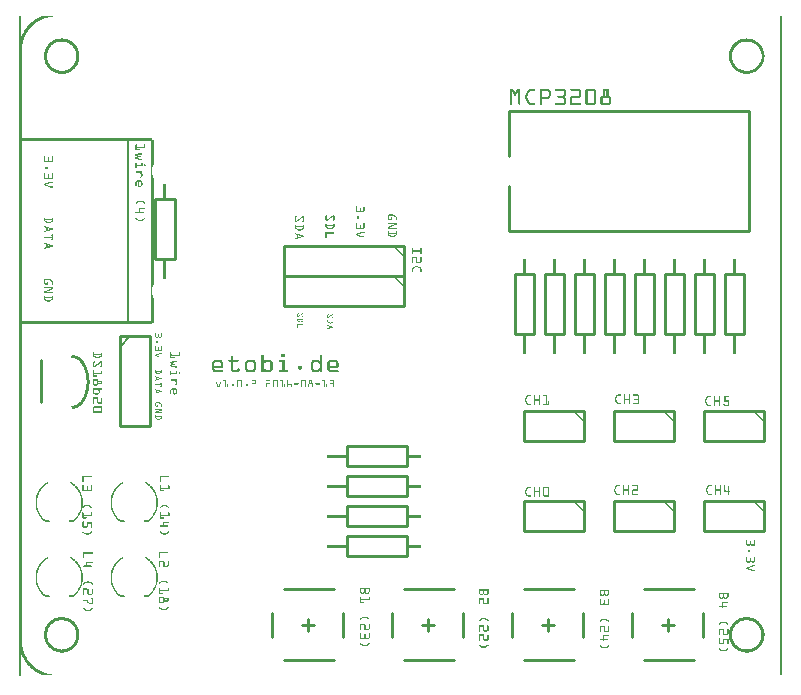
<source format=gto>
G04 MADE WITH FRITZING*
G04 WWW.FRITZING.ORG*
G04 DOUBLE SIDED*
G04 HOLES PLATED*
G04 CONTOUR ON CENTER OF CONTOUR VECTOR*
%ASAXBY*%
%FSLAX23Y23*%
%MOIN*%
%OFA0B0*%
%SFA1.0B1.0*%
%ADD10C,0.010000*%
%ADD11C,0.005000*%
%ADD12R,0.001000X0.001000*%
%LNSILK1*%
G90*
G70*
G54D10*
X2251Y1150D02*
X2251Y1350D01*
D02*
X2251Y1350D02*
X2317Y1350D01*
D02*
X2317Y1350D02*
X2317Y1150D01*
D02*
X2317Y1150D02*
X2251Y1150D01*
D02*
X2351Y1150D02*
X2351Y1350D01*
D02*
X2351Y1350D02*
X2417Y1350D01*
D02*
X2417Y1350D02*
X2417Y1150D01*
D02*
X2417Y1150D02*
X2351Y1150D01*
G54D11*
D02*
X364Y1186D02*
X364Y1796D01*
G54D10*
D02*
X1634Y1491D02*
X2434Y1491D01*
D02*
X2434Y1491D02*
X2434Y1891D01*
D02*
X2434Y1891D02*
X1634Y1891D01*
D02*
X1634Y1491D02*
X1634Y1641D01*
D02*
X1634Y1741D02*
X1634Y1891D01*
D02*
X1884Y591D02*
X1684Y591D01*
D02*
X1684Y591D02*
X1684Y491D01*
D02*
X1684Y491D02*
X1884Y491D01*
D02*
X1884Y491D02*
X1884Y591D01*
D02*
X1884Y891D02*
X1684Y891D01*
D02*
X1684Y891D02*
X1684Y791D01*
D02*
X1684Y791D02*
X1884Y791D01*
D02*
X1884Y791D02*
X1884Y891D01*
D02*
X2484Y891D02*
X2284Y891D01*
D02*
X2284Y891D02*
X2284Y791D01*
D02*
X2284Y791D02*
X2484Y791D01*
D02*
X2484Y791D02*
X2484Y891D01*
D02*
X1093Y574D02*
X1293Y574D01*
D02*
X1293Y574D02*
X1293Y508D01*
D02*
X1293Y508D02*
X1093Y508D01*
D02*
X1093Y508D02*
X1093Y574D01*
D02*
X1093Y674D02*
X1293Y674D01*
D02*
X1293Y674D02*
X1293Y608D01*
D02*
X1293Y608D02*
X1093Y608D01*
D02*
X1093Y608D02*
X1093Y674D01*
D02*
X1093Y474D02*
X1293Y474D01*
D02*
X1293Y474D02*
X1293Y408D01*
D02*
X1293Y408D02*
X1093Y408D01*
D02*
X1093Y408D02*
X1093Y474D01*
D02*
X1093Y774D02*
X1293Y774D01*
D02*
X1293Y774D02*
X1293Y708D01*
D02*
X1293Y708D02*
X1093Y708D01*
D02*
X1093Y708D02*
X1093Y774D01*
D02*
X2280Y219D02*
X2280Y140D01*
D02*
X2083Y297D02*
X2250Y297D01*
D02*
X2083Y61D02*
X2250Y61D01*
D02*
X2044Y219D02*
X2044Y140D01*
D02*
X2162Y199D02*
X2162Y160D01*
D02*
X2181Y179D02*
X2142Y179D01*
D02*
X1480Y219D02*
X1480Y140D01*
D02*
X1283Y297D02*
X1450Y297D01*
D02*
X1283Y61D02*
X1450Y61D01*
D02*
X1244Y219D02*
X1244Y140D01*
D02*
X1362Y199D02*
X1362Y160D01*
D02*
X1381Y179D02*
X1342Y179D01*
D02*
X1080Y219D02*
X1080Y140D01*
D02*
X883Y297D02*
X1050Y297D01*
D02*
X883Y61D02*
X1050Y61D01*
D02*
X844Y219D02*
X844Y140D01*
D02*
X962Y199D02*
X962Y160D01*
D02*
X981Y179D02*
X942Y179D01*
D02*
X1880Y219D02*
X1880Y140D01*
D02*
X1683Y297D02*
X1850Y297D01*
D02*
X1683Y61D02*
X1850Y61D01*
D02*
X1644Y219D02*
X1644Y140D01*
D02*
X1762Y199D02*
X1762Y160D01*
D02*
X1781Y179D02*
X1742Y179D01*
D02*
X71Y921D02*
X71Y1061D01*
D02*
X452Y1400D02*
X452Y1600D01*
D02*
X452Y1600D02*
X518Y1600D01*
D02*
X518Y1600D02*
X518Y1400D01*
D02*
X518Y1400D02*
X452Y1400D01*
D02*
X1284Y1441D02*
X884Y1441D01*
D02*
X884Y1441D02*
X884Y1341D01*
D02*
X884Y1341D02*
X1284Y1341D01*
D02*
X1284Y1341D02*
X1284Y1441D01*
D02*
X1284Y1341D02*
X884Y1341D01*
D02*
X884Y1341D02*
X884Y1241D01*
D02*
X884Y1241D02*
X1284Y1241D01*
D02*
X1284Y1241D02*
X1284Y1341D01*
D02*
X2051Y1150D02*
X2051Y1350D01*
D02*
X2051Y1350D02*
X2117Y1350D01*
D02*
X2117Y1350D02*
X2117Y1150D01*
D02*
X2117Y1150D02*
X2051Y1150D01*
D02*
X1951Y1150D02*
X1951Y1350D01*
D02*
X1951Y1350D02*
X2017Y1350D01*
D02*
X2017Y1350D02*
X2017Y1150D01*
D02*
X2017Y1150D02*
X1951Y1150D01*
D02*
X1851Y1150D02*
X1851Y1350D01*
D02*
X1851Y1350D02*
X1917Y1350D01*
D02*
X1917Y1350D02*
X1917Y1150D01*
D02*
X1917Y1150D02*
X1851Y1150D01*
D02*
X1751Y1150D02*
X1751Y1350D01*
D02*
X1751Y1350D02*
X1817Y1350D01*
D02*
X1817Y1350D02*
X1817Y1150D01*
D02*
X1817Y1150D02*
X1751Y1150D01*
D02*
X1651Y1150D02*
X1651Y1350D01*
D02*
X1651Y1350D02*
X1717Y1350D01*
D02*
X1717Y1350D02*
X1717Y1150D01*
D02*
X1717Y1150D02*
X1651Y1150D01*
D02*
X335Y1141D02*
X335Y841D01*
D02*
X335Y841D02*
X435Y841D01*
D02*
X435Y841D02*
X435Y1141D01*
D02*
X435Y1141D02*
X335Y1141D01*
G54D11*
D02*
X335Y1106D02*
X370Y1141D01*
G54D10*
D02*
X2151Y1150D02*
X2151Y1350D01*
D02*
X2151Y1350D02*
X2217Y1350D01*
D02*
X2217Y1350D02*
X2217Y1150D01*
D02*
X2217Y1150D02*
X2151Y1150D01*
D02*
X2184Y591D02*
X1984Y591D01*
D02*
X1984Y591D02*
X1984Y491D01*
D02*
X1984Y491D02*
X2184Y491D01*
D02*
X2184Y491D02*
X2184Y591D01*
D02*
X2184Y891D02*
X1984Y891D01*
D02*
X1984Y891D02*
X1984Y791D01*
D02*
X1984Y791D02*
X2184Y791D01*
D02*
X2184Y791D02*
X2184Y891D01*
D02*
X2484Y591D02*
X2284Y591D01*
D02*
X2284Y591D02*
X2284Y491D01*
D02*
X2284Y491D02*
X2484Y491D01*
D02*
X2484Y491D02*
X2484Y591D01*
G54D12*
X0Y2208D02*
X7Y2208D01*
X0Y2207D02*
X7Y2207D01*
X72Y2207D02*
X112Y2207D01*
X2535Y2207D02*
X2542Y2207D01*
X0Y2206D02*
X7Y2206D01*
X70Y2206D02*
X104Y2206D01*
X2535Y2206D02*
X2542Y2206D01*
X0Y2205D02*
X7Y2205D01*
X68Y2205D02*
X98Y2205D01*
X2535Y2205D02*
X2542Y2205D01*
X0Y2204D02*
X7Y2204D01*
X66Y2204D02*
X94Y2204D01*
X2535Y2204D02*
X2542Y2204D01*
X0Y2203D02*
X7Y2203D01*
X64Y2203D02*
X90Y2203D01*
X2535Y2203D02*
X2542Y2203D01*
X0Y2202D02*
X7Y2202D01*
X63Y2202D02*
X87Y2202D01*
X2535Y2202D02*
X2542Y2202D01*
X0Y2201D02*
X7Y2201D01*
X61Y2201D02*
X84Y2201D01*
X2535Y2201D02*
X2542Y2201D01*
X0Y2200D02*
X7Y2200D01*
X59Y2200D02*
X81Y2200D01*
X2535Y2200D02*
X2542Y2200D01*
X0Y2199D02*
X7Y2199D01*
X57Y2199D02*
X79Y2199D01*
X2535Y2199D02*
X2542Y2199D01*
X0Y2198D02*
X7Y2198D01*
X56Y2198D02*
X76Y2198D01*
X2535Y2198D02*
X2542Y2198D01*
X0Y2197D02*
X7Y2197D01*
X54Y2197D02*
X74Y2197D01*
X2535Y2197D02*
X2542Y2197D01*
X0Y2196D02*
X7Y2196D01*
X53Y2196D02*
X72Y2196D01*
X2535Y2196D02*
X2542Y2196D01*
X0Y2195D02*
X7Y2195D01*
X51Y2195D02*
X70Y2195D01*
X2535Y2195D02*
X2542Y2195D01*
X0Y2194D02*
X7Y2194D01*
X50Y2194D02*
X68Y2194D01*
X2535Y2194D02*
X2542Y2194D01*
X0Y2193D02*
X7Y2193D01*
X49Y2193D02*
X66Y2193D01*
X2535Y2193D02*
X2542Y2193D01*
X0Y2192D02*
X7Y2192D01*
X47Y2192D02*
X65Y2192D01*
X2535Y2192D02*
X2542Y2192D01*
X0Y2191D02*
X7Y2191D01*
X46Y2191D02*
X63Y2191D01*
X2535Y2191D02*
X2542Y2191D01*
X0Y2190D02*
X7Y2190D01*
X45Y2190D02*
X61Y2190D01*
X2535Y2190D02*
X2542Y2190D01*
X0Y2189D02*
X7Y2189D01*
X44Y2189D02*
X60Y2189D01*
X2535Y2189D02*
X2542Y2189D01*
X0Y2188D02*
X7Y2188D01*
X42Y2188D02*
X58Y2188D01*
X2535Y2188D02*
X2542Y2188D01*
X0Y2187D02*
X7Y2187D01*
X41Y2187D02*
X57Y2187D01*
X2535Y2187D02*
X2542Y2187D01*
X0Y2186D02*
X7Y2186D01*
X40Y2186D02*
X56Y2186D01*
X2535Y2186D02*
X2542Y2186D01*
X0Y2185D02*
X7Y2185D01*
X39Y2185D02*
X54Y2185D01*
X2535Y2185D02*
X2542Y2185D01*
X0Y2184D02*
X7Y2184D01*
X38Y2184D02*
X53Y2184D01*
X2535Y2184D02*
X2542Y2184D01*
X0Y2183D02*
X7Y2183D01*
X37Y2183D02*
X52Y2183D01*
X2535Y2183D02*
X2542Y2183D01*
X0Y2182D02*
X7Y2182D01*
X36Y2182D02*
X50Y2182D01*
X2535Y2182D02*
X2542Y2182D01*
X0Y2181D02*
X7Y2181D01*
X35Y2181D02*
X49Y2181D01*
X2535Y2181D02*
X2542Y2181D01*
X0Y2180D02*
X7Y2180D01*
X34Y2180D02*
X48Y2180D01*
X2535Y2180D02*
X2542Y2180D01*
X0Y2179D02*
X7Y2179D01*
X33Y2179D02*
X47Y2179D01*
X2535Y2179D02*
X2542Y2179D01*
X0Y2178D02*
X7Y2178D01*
X32Y2178D02*
X46Y2178D01*
X2535Y2178D02*
X2542Y2178D01*
X0Y2177D02*
X7Y2177D01*
X31Y2177D02*
X45Y2177D01*
X2535Y2177D02*
X2542Y2177D01*
X0Y2176D02*
X7Y2176D01*
X30Y2176D02*
X44Y2176D01*
X2535Y2176D02*
X2542Y2176D01*
X0Y2175D02*
X7Y2175D01*
X29Y2175D02*
X43Y2175D01*
X2535Y2175D02*
X2542Y2175D01*
X0Y2174D02*
X7Y2174D01*
X28Y2174D02*
X42Y2174D01*
X2535Y2174D02*
X2542Y2174D01*
X0Y2173D02*
X7Y2173D01*
X28Y2173D02*
X41Y2173D01*
X2535Y2173D02*
X2542Y2173D01*
X0Y2172D02*
X7Y2172D01*
X27Y2172D02*
X40Y2172D01*
X2535Y2172D02*
X2542Y2172D01*
X0Y2171D02*
X7Y2171D01*
X26Y2171D02*
X39Y2171D01*
X2535Y2171D02*
X2542Y2171D01*
X0Y2170D02*
X7Y2170D01*
X25Y2170D02*
X38Y2170D01*
X2535Y2170D02*
X2542Y2170D01*
X0Y2169D02*
X7Y2169D01*
X25Y2169D02*
X37Y2169D01*
X2535Y2169D02*
X2542Y2169D01*
X0Y2168D02*
X7Y2168D01*
X24Y2168D02*
X36Y2168D01*
X2535Y2168D02*
X2542Y2168D01*
X0Y2167D02*
X7Y2167D01*
X23Y2167D02*
X35Y2167D01*
X2535Y2167D02*
X2542Y2167D01*
X0Y2166D02*
X7Y2166D01*
X22Y2166D02*
X34Y2166D01*
X2535Y2166D02*
X2542Y2166D01*
X0Y2165D02*
X7Y2165D01*
X22Y2165D02*
X34Y2165D01*
X2535Y2165D02*
X2542Y2165D01*
X0Y2164D02*
X7Y2164D01*
X21Y2164D02*
X33Y2164D01*
X2535Y2164D02*
X2542Y2164D01*
X0Y2163D02*
X7Y2163D01*
X20Y2163D02*
X32Y2163D01*
X2535Y2163D02*
X2542Y2163D01*
X0Y2162D02*
X7Y2162D01*
X20Y2162D02*
X31Y2162D01*
X2535Y2162D02*
X2542Y2162D01*
X0Y2161D02*
X7Y2161D01*
X19Y2161D02*
X31Y2161D01*
X2535Y2161D02*
X2542Y2161D01*
X0Y2160D02*
X7Y2160D01*
X18Y2160D02*
X30Y2160D01*
X2535Y2160D02*
X2542Y2160D01*
X0Y2159D02*
X7Y2159D01*
X18Y2159D02*
X29Y2159D01*
X2535Y2159D02*
X2542Y2159D01*
X0Y2158D02*
X7Y2158D01*
X17Y2158D02*
X28Y2158D01*
X2535Y2158D02*
X2542Y2158D01*
X0Y2157D02*
X7Y2157D01*
X16Y2157D02*
X28Y2157D01*
X2535Y2157D02*
X2542Y2157D01*
X0Y2156D02*
X7Y2156D01*
X16Y2156D02*
X27Y2156D01*
X2535Y2156D02*
X2542Y2156D01*
X0Y2155D02*
X7Y2155D01*
X15Y2155D02*
X26Y2155D01*
X2535Y2155D02*
X2542Y2155D01*
X0Y2154D02*
X7Y2154D01*
X15Y2154D02*
X26Y2154D01*
X2535Y2154D02*
X2542Y2154D01*
X0Y2153D02*
X7Y2153D01*
X14Y2153D02*
X25Y2153D01*
X2535Y2153D02*
X2542Y2153D01*
X0Y2152D02*
X7Y2152D01*
X14Y2152D02*
X24Y2152D01*
X2535Y2152D02*
X2542Y2152D01*
X0Y2151D02*
X7Y2151D01*
X13Y2151D02*
X24Y2151D01*
X2535Y2151D02*
X2542Y2151D01*
X0Y2150D02*
X7Y2150D01*
X13Y2150D02*
X23Y2150D01*
X2535Y2150D02*
X2542Y2150D01*
X0Y2149D02*
X7Y2149D01*
X12Y2149D02*
X23Y2149D01*
X2535Y2149D02*
X2542Y2149D01*
X0Y2148D02*
X7Y2148D01*
X12Y2148D02*
X22Y2148D01*
X2535Y2148D02*
X2542Y2148D01*
X0Y2147D02*
X7Y2147D01*
X11Y2147D02*
X22Y2147D01*
X2535Y2147D02*
X2542Y2147D01*
X0Y2146D02*
X7Y2146D01*
X11Y2146D02*
X21Y2146D01*
X2535Y2146D02*
X2542Y2146D01*
X0Y2145D02*
X7Y2145D01*
X10Y2145D02*
X21Y2145D01*
X2535Y2145D02*
X2542Y2145D01*
X0Y2144D02*
X7Y2144D01*
X10Y2144D02*
X20Y2144D01*
X2535Y2144D02*
X2542Y2144D01*
X0Y2143D02*
X7Y2143D01*
X9Y2143D02*
X20Y2143D01*
X2535Y2143D02*
X2542Y2143D01*
X0Y2142D02*
X7Y2142D01*
X9Y2142D02*
X19Y2142D01*
X2535Y2142D02*
X2542Y2142D01*
X0Y2141D02*
X7Y2141D01*
X9Y2141D02*
X19Y2141D01*
X2535Y2141D02*
X2542Y2141D01*
X0Y2140D02*
X18Y2140D01*
X2535Y2140D02*
X2542Y2140D01*
X0Y2139D02*
X18Y2139D01*
X2535Y2139D02*
X2542Y2139D01*
X0Y2138D02*
X17Y2138D01*
X2535Y2138D02*
X2542Y2138D01*
X0Y2137D02*
X17Y2137D01*
X2535Y2137D02*
X2542Y2137D01*
X0Y2136D02*
X17Y2136D01*
X2535Y2136D02*
X2542Y2136D01*
X0Y2135D02*
X16Y2135D01*
X2535Y2135D02*
X2542Y2135D01*
X0Y2134D02*
X16Y2134D01*
X139Y2134D02*
X144Y2134D01*
X2423Y2134D02*
X2427Y2134D01*
X2535Y2134D02*
X2542Y2134D01*
X0Y2133D02*
X15Y2133D01*
X131Y2133D02*
X152Y2133D01*
X2414Y2133D02*
X2436Y2133D01*
X2535Y2133D02*
X2542Y2133D01*
X0Y2132D02*
X15Y2132D01*
X127Y2132D02*
X157Y2132D01*
X2410Y2132D02*
X2440Y2132D01*
X2535Y2132D02*
X2542Y2132D01*
X0Y2131D02*
X15Y2131D01*
X124Y2131D02*
X160Y2131D01*
X2407Y2131D02*
X2443Y2131D01*
X2535Y2131D02*
X2542Y2131D01*
X0Y2130D02*
X14Y2130D01*
X121Y2130D02*
X163Y2130D01*
X2404Y2130D02*
X2446Y2130D01*
X2535Y2130D02*
X2542Y2130D01*
X0Y2129D02*
X14Y2129D01*
X118Y2129D02*
X165Y2129D01*
X2402Y2129D02*
X2448Y2129D01*
X2535Y2129D02*
X2542Y2129D01*
X0Y2128D02*
X14Y2128D01*
X116Y2128D02*
X167Y2128D01*
X2400Y2128D02*
X2450Y2128D01*
X2535Y2128D02*
X2542Y2128D01*
X0Y2127D02*
X13Y2127D01*
X114Y2127D02*
X169Y2127D01*
X2397Y2127D02*
X2452Y2127D01*
X2535Y2127D02*
X2542Y2127D01*
X0Y2126D02*
X13Y2126D01*
X112Y2126D02*
X171Y2126D01*
X2396Y2126D02*
X2454Y2126D01*
X2535Y2126D02*
X2542Y2126D01*
X0Y2125D02*
X13Y2125D01*
X111Y2125D02*
X173Y2125D01*
X2394Y2125D02*
X2456Y2125D01*
X2535Y2125D02*
X2542Y2125D01*
X0Y2124D02*
X13Y2124D01*
X109Y2124D02*
X174Y2124D01*
X2392Y2124D02*
X2457Y2124D01*
X2535Y2124D02*
X2542Y2124D01*
X0Y2123D02*
X12Y2123D01*
X108Y2123D02*
X133Y2123D01*
X151Y2123D02*
X176Y2123D01*
X2391Y2123D02*
X2416Y2123D01*
X2434Y2123D02*
X2459Y2123D01*
X2535Y2123D02*
X2542Y2123D01*
X0Y2122D02*
X12Y2122D01*
X106Y2122D02*
X128Y2122D01*
X155Y2122D02*
X177Y2122D01*
X2390Y2122D02*
X2411Y2122D01*
X2438Y2122D02*
X2460Y2122D01*
X2535Y2122D02*
X2542Y2122D01*
X0Y2121D02*
X12Y2121D01*
X105Y2121D02*
X125Y2121D01*
X158Y2121D02*
X178Y2121D01*
X2388Y2121D02*
X2408Y2121D01*
X2442Y2121D02*
X2462Y2121D01*
X2535Y2121D02*
X2542Y2121D01*
X0Y2120D02*
X12Y2120D01*
X104Y2120D02*
X122Y2120D01*
X161Y2120D02*
X180Y2120D01*
X2387Y2120D02*
X2405Y2120D01*
X2444Y2120D02*
X2463Y2120D01*
X2535Y2120D02*
X2542Y2120D01*
X0Y2119D02*
X11Y2119D01*
X103Y2119D02*
X120Y2119D01*
X163Y2119D02*
X181Y2119D01*
X2386Y2119D02*
X2403Y2119D01*
X2447Y2119D02*
X2464Y2119D01*
X2535Y2119D02*
X2542Y2119D01*
X0Y2118D02*
X11Y2118D01*
X102Y2118D02*
X118Y2118D01*
X165Y2118D02*
X182Y2118D01*
X2385Y2118D02*
X2401Y2118D01*
X2449Y2118D02*
X2465Y2118D01*
X2535Y2118D02*
X2542Y2118D01*
X0Y2117D02*
X11Y2117D01*
X101Y2117D02*
X116Y2117D01*
X167Y2117D02*
X183Y2117D01*
X2384Y2117D02*
X2400Y2117D01*
X2450Y2117D02*
X2466Y2117D01*
X2535Y2117D02*
X2542Y2117D01*
X0Y2116D02*
X11Y2116D01*
X100Y2116D02*
X115Y2116D01*
X169Y2116D02*
X184Y2116D01*
X2383Y2116D02*
X2398Y2116D01*
X2452Y2116D02*
X2467Y2116D01*
X2535Y2116D02*
X2542Y2116D01*
X0Y2115D02*
X11Y2115D01*
X99Y2115D02*
X113Y2115D01*
X170Y2115D02*
X185Y2115D01*
X2382Y2115D02*
X2397Y2115D01*
X2453Y2115D02*
X2468Y2115D01*
X2535Y2115D02*
X2542Y2115D01*
X0Y2114D02*
X10Y2114D01*
X98Y2114D02*
X112Y2114D01*
X171Y2114D02*
X186Y2114D01*
X2381Y2114D02*
X2395Y2114D01*
X2455Y2114D02*
X2469Y2114D01*
X2535Y2114D02*
X2542Y2114D01*
X0Y2113D02*
X10Y2113D01*
X97Y2113D02*
X111Y2113D01*
X173Y2113D02*
X187Y2113D01*
X2380Y2113D02*
X2394Y2113D01*
X2456Y2113D02*
X2470Y2113D01*
X2535Y2113D02*
X2542Y2113D01*
X0Y2112D02*
X10Y2112D01*
X96Y2112D02*
X109Y2112D01*
X174Y2112D02*
X187Y2112D01*
X2379Y2112D02*
X2393Y2112D01*
X2457Y2112D02*
X2471Y2112D01*
X2535Y2112D02*
X2542Y2112D01*
X0Y2111D02*
X10Y2111D01*
X95Y2111D02*
X108Y2111D01*
X175Y2111D02*
X188Y2111D01*
X2379Y2111D02*
X2392Y2111D01*
X2458Y2111D02*
X2471Y2111D01*
X2535Y2111D02*
X2542Y2111D01*
X0Y2110D02*
X10Y2110D01*
X95Y2110D02*
X107Y2110D01*
X176Y2110D02*
X189Y2110D01*
X2378Y2110D02*
X2391Y2110D01*
X2459Y2110D02*
X2472Y2110D01*
X2535Y2110D02*
X2542Y2110D01*
X0Y2109D02*
X10Y2109D01*
X94Y2109D02*
X106Y2109D01*
X177Y2109D02*
X190Y2109D01*
X2377Y2109D02*
X2390Y2109D01*
X2460Y2109D02*
X2473Y2109D01*
X2535Y2109D02*
X2542Y2109D01*
X0Y2108D02*
X9Y2108D01*
X93Y2108D02*
X105Y2108D01*
X178Y2108D02*
X190Y2108D01*
X2376Y2108D02*
X2389Y2108D01*
X2461Y2108D02*
X2474Y2108D01*
X2535Y2108D02*
X2542Y2108D01*
X0Y2107D02*
X9Y2107D01*
X92Y2107D02*
X104Y2107D01*
X179Y2107D02*
X191Y2107D01*
X2376Y2107D02*
X2388Y2107D01*
X2462Y2107D02*
X2474Y2107D01*
X2535Y2107D02*
X2542Y2107D01*
X0Y2106D02*
X9Y2106D01*
X92Y2106D02*
X104Y2106D01*
X180Y2106D02*
X192Y2106D01*
X2375Y2106D02*
X2387Y2106D01*
X2463Y2106D02*
X2475Y2106D01*
X2535Y2106D02*
X2542Y2106D01*
X0Y2105D02*
X9Y2105D01*
X91Y2105D02*
X103Y2105D01*
X181Y2105D02*
X192Y2105D01*
X2375Y2105D02*
X2386Y2105D01*
X2464Y2105D02*
X2475Y2105D01*
X2535Y2105D02*
X2542Y2105D01*
X0Y2104D02*
X9Y2104D01*
X91Y2104D02*
X102Y2104D01*
X181Y2104D02*
X193Y2104D01*
X2374Y2104D02*
X2385Y2104D01*
X2465Y2104D02*
X2476Y2104D01*
X2535Y2104D02*
X2542Y2104D01*
X0Y2103D02*
X9Y2103D01*
X90Y2103D02*
X101Y2103D01*
X182Y2103D02*
X193Y2103D01*
X2373Y2103D02*
X2384Y2103D01*
X2466Y2103D02*
X2477Y2103D01*
X2535Y2103D02*
X2542Y2103D01*
X0Y2102D02*
X9Y2102D01*
X90Y2102D02*
X101Y2102D01*
X183Y2102D02*
X194Y2102D01*
X2373Y2102D02*
X2384Y2102D01*
X2466Y2102D02*
X2477Y2102D01*
X2535Y2102D02*
X2542Y2102D01*
X0Y2101D02*
X9Y2101D01*
X89Y2101D02*
X100Y2101D01*
X184Y2101D02*
X194Y2101D01*
X2372Y2101D02*
X2383Y2101D01*
X2467Y2101D02*
X2477Y2101D01*
X2535Y2101D02*
X2542Y2101D01*
X0Y2100D02*
X9Y2100D01*
X89Y2100D02*
X99Y2100D01*
X184Y2100D02*
X195Y2100D01*
X2372Y2100D02*
X2382Y2100D01*
X2468Y2100D02*
X2478Y2100D01*
X2535Y2100D02*
X2542Y2100D01*
X0Y2099D02*
X9Y2099D01*
X88Y2099D02*
X99Y2099D01*
X185Y2099D02*
X195Y2099D01*
X2371Y2099D02*
X2382Y2099D01*
X2468Y2099D02*
X2478Y2099D01*
X2535Y2099D02*
X2542Y2099D01*
X0Y2098D02*
X9Y2098D01*
X88Y2098D02*
X98Y2098D01*
X185Y2098D02*
X196Y2098D01*
X2371Y2098D02*
X2381Y2098D01*
X2469Y2098D02*
X2479Y2098D01*
X2535Y2098D02*
X2542Y2098D01*
X0Y2097D02*
X9Y2097D01*
X87Y2097D02*
X98Y2097D01*
X186Y2097D02*
X196Y2097D01*
X2371Y2097D02*
X2381Y2097D01*
X2469Y2097D02*
X2479Y2097D01*
X2535Y2097D02*
X2542Y2097D01*
X0Y2096D02*
X9Y2096D01*
X87Y2096D02*
X97Y2096D01*
X186Y2096D02*
X196Y2096D01*
X2370Y2096D02*
X2380Y2096D01*
X2470Y2096D02*
X2480Y2096D01*
X2535Y2096D02*
X2542Y2096D01*
X0Y2095D02*
X9Y2095D01*
X87Y2095D02*
X97Y2095D01*
X187Y2095D02*
X197Y2095D01*
X2370Y2095D02*
X2380Y2095D01*
X2470Y2095D02*
X2480Y2095D01*
X2535Y2095D02*
X2542Y2095D01*
X0Y2094D02*
X9Y2094D01*
X86Y2094D02*
X96Y2094D01*
X187Y2094D02*
X197Y2094D01*
X2369Y2094D02*
X2379Y2094D01*
X2471Y2094D02*
X2480Y2094D01*
X2535Y2094D02*
X2542Y2094D01*
X0Y2093D02*
X9Y2093D01*
X86Y2093D02*
X96Y2093D01*
X188Y2093D02*
X198Y2093D01*
X2369Y2093D02*
X2379Y2093D01*
X2471Y2093D02*
X2481Y2093D01*
X2535Y2093D02*
X2542Y2093D01*
X0Y2092D02*
X9Y2092D01*
X86Y2092D02*
X95Y2092D01*
X188Y2092D02*
X198Y2092D01*
X2369Y2092D02*
X2379Y2092D01*
X2472Y2092D02*
X2481Y2092D01*
X2535Y2092D02*
X2542Y2092D01*
X0Y2091D02*
X9Y2091D01*
X85Y2091D02*
X95Y2091D01*
X188Y2091D02*
X198Y2091D01*
X2368Y2091D02*
X2378Y2091D01*
X2472Y2091D02*
X2481Y2091D01*
X2535Y2091D02*
X2542Y2091D01*
X0Y2090D02*
X9Y2090D01*
X85Y2090D02*
X95Y2090D01*
X189Y2090D02*
X198Y2090D01*
X2368Y2090D02*
X2378Y2090D01*
X2472Y2090D02*
X2482Y2090D01*
X2535Y2090D02*
X2542Y2090D01*
X0Y2089D02*
X9Y2089D01*
X85Y2089D02*
X94Y2089D01*
X189Y2089D02*
X199Y2089D01*
X2368Y2089D02*
X2378Y2089D01*
X2473Y2089D02*
X2482Y2089D01*
X2535Y2089D02*
X2542Y2089D01*
X0Y2088D02*
X9Y2088D01*
X84Y2088D02*
X94Y2088D01*
X189Y2088D02*
X199Y2088D01*
X2368Y2088D02*
X2377Y2088D01*
X2473Y2088D02*
X2482Y2088D01*
X2535Y2088D02*
X2542Y2088D01*
X0Y2087D02*
X9Y2087D01*
X84Y2087D02*
X94Y2087D01*
X190Y2087D02*
X199Y2087D01*
X2367Y2087D02*
X2377Y2087D01*
X2473Y2087D02*
X2482Y2087D01*
X2535Y2087D02*
X2542Y2087D01*
X0Y2086D02*
X9Y2086D01*
X84Y2086D02*
X94Y2086D01*
X190Y2086D02*
X199Y2086D01*
X2367Y2086D02*
X2377Y2086D01*
X2474Y2086D02*
X2483Y2086D01*
X2535Y2086D02*
X2542Y2086D01*
X0Y2085D02*
X9Y2085D01*
X84Y2085D02*
X93Y2085D01*
X190Y2085D02*
X200Y2085D01*
X2367Y2085D02*
X2377Y2085D01*
X2474Y2085D02*
X2483Y2085D01*
X2535Y2085D02*
X2542Y2085D01*
X0Y2084D02*
X9Y2084D01*
X84Y2084D02*
X93Y2084D01*
X190Y2084D02*
X200Y2084D01*
X2367Y2084D02*
X2376Y2084D01*
X2474Y2084D02*
X2483Y2084D01*
X2535Y2084D02*
X2542Y2084D01*
X0Y2083D02*
X9Y2083D01*
X84Y2083D02*
X93Y2083D01*
X190Y2083D02*
X200Y2083D01*
X2367Y2083D02*
X2376Y2083D01*
X2474Y2083D02*
X2483Y2083D01*
X2535Y2083D02*
X2542Y2083D01*
X0Y2082D02*
X9Y2082D01*
X83Y2082D02*
X93Y2082D01*
X191Y2082D02*
X200Y2082D01*
X2367Y2082D02*
X2376Y2082D01*
X2474Y2082D02*
X2483Y2082D01*
X2535Y2082D02*
X2542Y2082D01*
X0Y2081D02*
X9Y2081D01*
X83Y2081D02*
X93Y2081D01*
X191Y2081D02*
X200Y2081D01*
X2366Y2081D02*
X2376Y2081D01*
X2475Y2081D02*
X2483Y2081D01*
X2535Y2081D02*
X2542Y2081D01*
X0Y2080D02*
X9Y2080D01*
X83Y2080D02*
X93Y2080D01*
X191Y2080D02*
X200Y2080D01*
X2366Y2080D02*
X2376Y2080D01*
X2475Y2080D02*
X2483Y2080D01*
X2535Y2080D02*
X2542Y2080D01*
X0Y2079D02*
X9Y2079D01*
X83Y2079D02*
X93Y2079D01*
X191Y2079D02*
X200Y2079D01*
X2366Y2079D02*
X2376Y2079D01*
X2475Y2079D02*
X2484Y2079D01*
X2535Y2079D02*
X2542Y2079D01*
X0Y2078D02*
X9Y2078D01*
X83Y2078D02*
X92Y2078D01*
X191Y2078D02*
X200Y2078D01*
X2366Y2078D02*
X2376Y2078D01*
X2475Y2078D02*
X2484Y2078D01*
X2535Y2078D02*
X2542Y2078D01*
X0Y2077D02*
X9Y2077D01*
X83Y2077D02*
X92Y2077D01*
X191Y2077D02*
X200Y2077D01*
X2366Y2077D02*
X2376Y2077D01*
X2475Y2077D02*
X2484Y2077D01*
X2535Y2077D02*
X2542Y2077D01*
X0Y2076D02*
X9Y2076D01*
X83Y2076D02*
X92Y2076D01*
X191Y2076D02*
X200Y2076D01*
X2366Y2076D02*
X2376Y2076D01*
X2475Y2076D02*
X2484Y2076D01*
X2535Y2076D02*
X2542Y2076D01*
X0Y2075D02*
X9Y2075D01*
X83Y2075D02*
X92Y2075D01*
X191Y2075D02*
X201Y2075D01*
X2366Y2075D02*
X2376Y2075D01*
X2475Y2075D02*
X2484Y2075D01*
X2535Y2075D02*
X2542Y2075D01*
X0Y2074D02*
X9Y2074D01*
X83Y2074D02*
X92Y2074D01*
X191Y2074D02*
X200Y2074D01*
X2366Y2074D02*
X2376Y2074D01*
X2475Y2074D02*
X2484Y2074D01*
X2535Y2074D02*
X2542Y2074D01*
X0Y2073D02*
X9Y2073D01*
X83Y2073D02*
X92Y2073D01*
X191Y2073D02*
X200Y2073D01*
X2366Y2073D02*
X2376Y2073D01*
X2475Y2073D02*
X2484Y2073D01*
X2535Y2073D02*
X2542Y2073D01*
X0Y2072D02*
X9Y2072D01*
X83Y2072D02*
X92Y2072D01*
X191Y2072D02*
X200Y2072D01*
X2366Y2072D02*
X2376Y2072D01*
X2475Y2072D02*
X2484Y2072D01*
X2535Y2072D02*
X2542Y2072D01*
X0Y2071D02*
X9Y2071D01*
X83Y2071D02*
X92Y2071D01*
X191Y2071D02*
X200Y2071D01*
X2366Y2071D02*
X2376Y2071D01*
X2475Y2071D02*
X2484Y2071D01*
X2535Y2071D02*
X2542Y2071D01*
X0Y2070D02*
X9Y2070D01*
X83Y2070D02*
X93Y2070D01*
X191Y2070D02*
X200Y2070D01*
X2366Y2070D02*
X2376Y2070D01*
X2475Y2070D02*
X2483Y2070D01*
X2535Y2070D02*
X2542Y2070D01*
X0Y2069D02*
X9Y2069D01*
X83Y2069D02*
X93Y2069D01*
X191Y2069D02*
X200Y2069D01*
X2366Y2069D02*
X2376Y2069D01*
X2475Y2069D02*
X2483Y2069D01*
X2535Y2069D02*
X2542Y2069D01*
X0Y2068D02*
X9Y2068D01*
X83Y2068D02*
X93Y2068D01*
X191Y2068D02*
X200Y2068D01*
X2367Y2068D02*
X2376Y2068D01*
X2475Y2068D02*
X2483Y2068D01*
X2535Y2068D02*
X2542Y2068D01*
X0Y2067D02*
X9Y2067D01*
X83Y2067D02*
X93Y2067D01*
X190Y2067D02*
X200Y2067D01*
X2367Y2067D02*
X2376Y2067D01*
X2475Y2067D02*
X2483Y2067D01*
X2535Y2067D02*
X2542Y2067D01*
X0Y2066D02*
X9Y2066D01*
X84Y2066D02*
X93Y2066D01*
X190Y2066D02*
X200Y2066D01*
X2367Y2066D02*
X2376Y2066D01*
X2474Y2066D02*
X2483Y2066D01*
X2535Y2066D02*
X2542Y2066D01*
X0Y2065D02*
X9Y2065D01*
X84Y2065D02*
X93Y2065D01*
X190Y2065D02*
X200Y2065D01*
X2367Y2065D02*
X2376Y2065D01*
X2474Y2065D02*
X2483Y2065D01*
X2535Y2065D02*
X2542Y2065D01*
X0Y2064D02*
X9Y2064D01*
X84Y2064D02*
X93Y2064D01*
X190Y2064D02*
X199Y2064D01*
X2367Y2064D02*
X2377Y2064D01*
X2474Y2064D02*
X2483Y2064D01*
X2535Y2064D02*
X2542Y2064D01*
X0Y2063D02*
X9Y2063D01*
X84Y2063D02*
X94Y2063D01*
X190Y2063D02*
X199Y2063D01*
X2367Y2063D02*
X2377Y2063D01*
X2474Y2063D02*
X2482Y2063D01*
X2535Y2063D02*
X2542Y2063D01*
X0Y2062D02*
X9Y2062D01*
X84Y2062D02*
X94Y2062D01*
X189Y2062D02*
X199Y2062D01*
X2368Y2062D02*
X2377Y2062D01*
X2473Y2062D02*
X2482Y2062D01*
X2535Y2062D02*
X2542Y2062D01*
X0Y2061D02*
X9Y2061D01*
X85Y2061D02*
X94Y2061D01*
X189Y2061D02*
X199Y2061D01*
X2368Y2061D02*
X2377Y2061D01*
X2473Y2061D02*
X2482Y2061D01*
X2535Y2061D02*
X2542Y2061D01*
X0Y2060D02*
X9Y2060D01*
X85Y2060D02*
X95Y2060D01*
X189Y2060D02*
X199Y2060D01*
X2368Y2060D02*
X2378Y2060D01*
X2473Y2060D02*
X2482Y2060D01*
X2535Y2060D02*
X2542Y2060D01*
X0Y2059D02*
X9Y2059D01*
X85Y2059D02*
X95Y2059D01*
X189Y2059D02*
X198Y2059D01*
X2368Y2059D02*
X2378Y2059D01*
X2473Y2059D02*
X2481Y2059D01*
X2535Y2059D02*
X2542Y2059D01*
X0Y2058D02*
X9Y2058D01*
X85Y2058D02*
X95Y2058D01*
X188Y2058D02*
X198Y2058D01*
X2369Y2058D02*
X2378Y2058D01*
X2472Y2058D02*
X2481Y2058D01*
X2535Y2058D02*
X2542Y2058D01*
X0Y2057D02*
X9Y2057D01*
X86Y2057D02*
X96Y2057D01*
X188Y2057D02*
X198Y2057D01*
X2369Y2057D02*
X2379Y2057D01*
X2472Y2057D02*
X2481Y2057D01*
X2535Y2057D02*
X2542Y2057D01*
X0Y2056D02*
X9Y2056D01*
X86Y2056D02*
X96Y2056D01*
X187Y2056D02*
X197Y2056D01*
X2369Y2056D02*
X2379Y2056D01*
X2471Y2056D02*
X2481Y2056D01*
X2535Y2056D02*
X2542Y2056D01*
X0Y2055D02*
X9Y2055D01*
X86Y2055D02*
X96Y2055D01*
X187Y2055D02*
X197Y2055D01*
X2370Y2055D02*
X2380Y2055D01*
X2471Y2055D02*
X2480Y2055D01*
X2535Y2055D02*
X2542Y2055D01*
X0Y2054D02*
X9Y2054D01*
X87Y2054D02*
X97Y2054D01*
X187Y2054D02*
X197Y2054D01*
X2370Y2054D02*
X2380Y2054D01*
X2471Y2054D02*
X2480Y2054D01*
X2535Y2054D02*
X2542Y2054D01*
X0Y2053D02*
X9Y2053D01*
X87Y2053D02*
X97Y2053D01*
X186Y2053D02*
X196Y2053D01*
X2370Y2053D02*
X2381Y2053D01*
X2470Y2053D02*
X2479Y2053D01*
X2535Y2053D02*
X2542Y2053D01*
X0Y2052D02*
X9Y2052D01*
X88Y2052D02*
X98Y2052D01*
X186Y2052D02*
X196Y2052D01*
X2371Y2052D02*
X2381Y2052D01*
X2470Y2052D02*
X2479Y2052D01*
X2535Y2052D02*
X2542Y2052D01*
X0Y2051D02*
X9Y2051D01*
X88Y2051D02*
X98Y2051D01*
X185Y2051D02*
X195Y2051D01*
X2371Y2051D02*
X2382Y2051D01*
X2469Y2051D02*
X2479Y2051D01*
X2535Y2051D02*
X2542Y2051D01*
X0Y2050D02*
X9Y2050D01*
X88Y2050D02*
X99Y2050D01*
X184Y2050D02*
X195Y2050D01*
X2372Y2050D02*
X2382Y2050D01*
X2468Y2050D02*
X2478Y2050D01*
X2535Y2050D02*
X2542Y2050D01*
X0Y2049D02*
X9Y2049D01*
X89Y2049D02*
X100Y2049D01*
X184Y2049D02*
X194Y2049D01*
X2372Y2049D02*
X2383Y2049D01*
X2468Y2049D02*
X2478Y2049D01*
X2535Y2049D02*
X2542Y2049D01*
X0Y2048D02*
X9Y2048D01*
X89Y2048D02*
X100Y2048D01*
X183Y2048D02*
X194Y2048D01*
X2373Y2048D02*
X2383Y2048D01*
X2467Y2048D02*
X2477Y2048D01*
X2535Y2048D02*
X2542Y2048D01*
X0Y2047D02*
X9Y2047D01*
X90Y2047D02*
X101Y2047D01*
X182Y2047D02*
X194Y2047D01*
X2373Y2047D02*
X2384Y2047D01*
X2467Y2047D02*
X2477Y2047D01*
X2535Y2047D02*
X2542Y2047D01*
X0Y2046D02*
X9Y2046D01*
X90Y2046D02*
X102Y2046D01*
X182Y2046D02*
X193Y2046D01*
X2374Y2046D02*
X2385Y2046D01*
X2466Y2046D02*
X2476Y2046D01*
X2535Y2046D02*
X2542Y2046D01*
X0Y2045D02*
X9Y2045D01*
X91Y2045D02*
X102Y2045D01*
X181Y2045D02*
X192Y2045D01*
X2374Y2045D02*
X2386Y2045D01*
X2465Y2045D02*
X2476Y2045D01*
X2535Y2045D02*
X2542Y2045D01*
X0Y2044D02*
X9Y2044D01*
X92Y2044D02*
X103Y2044D01*
X180Y2044D02*
X192Y2044D01*
X2375Y2044D02*
X2386Y2044D01*
X2464Y2044D02*
X2475Y2044D01*
X2535Y2044D02*
X2542Y2044D01*
X0Y2043D02*
X9Y2043D01*
X92Y2043D02*
X104Y2043D01*
X179Y2043D02*
X191Y2043D01*
X2376Y2043D02*
X2387Y2043D01*
X2464Y2043D02*
X2474Y2043D01*
X2535Y2043D02*
X2542Y2043D01*
X0Y2042D02*
X9Y2042D01*
X93Y2042D02*
X105Y2042D01*
X178Y2042D02*
X191Y2042D01*
X2376Y2042D02*
X2388Y2042D01*
X2463Y2042D02*
X2474Y2042D01*
X2535Y2042D02*
X2542Y2042D01*
X0Y2041D02*
X9Y2041D01*
X94Y2041D02*
X106Y2041D01*
X177Y2041D02*
X190Y2041D01*
X2377Y2041D02*
X2389Y2041D01*
X2462Y2041D02*
X2473Y2041D01*
X2535Y2041D02*
X2542Y2041D01*
X0Y2040D02*
X9Y2040D01*
X94Y2040D02*
X107Y2040D01*
X177Y2040D02*
X189Y2040D01*
X2378Y2040D02*
X2390Y2040D01*
X2461Y2040D02*
X2472Y2040D01*
X2535Y2040D02*
X2542Y2040D01*
X0Y2039D02*
X9Y2039D01*
X95Y2039D02*
X108Y2039D01*
X175Y2039D02*
X188Y2039D01*
X2378Y2039D02*
X2391Y2039D01*
X2460Y2039D02*
X2472Y2039D01*
X2535Y2039D02*
X2542Y2039D01*
X0Y2038D02*
X9Y2038D01*
X96Y2038D02*
X109Y2038D01*
X174Y2038D02*
X188Y2038D01*
X2379Y2038D02*
X2392Y2038D01*
X2459Y2038D02*
X2471Y2038D01*
X2535Y2038D02*
X2542Y2038D01*
X0Y2037D02*
X9Y2037D01*
X97Y2037D02*
X110Y2037D01*
X173Y2037D02*
X187Y2037D01*
X2380Y2037D02*
X2393Y2037D01*
X2457Y2037D02*
X2470Y2037D01*
X2535Y2037D02*
X2542Y2037D01*
X0Y2036D02*
X9Y2036D01*
X97Y2036D02*
X111Y2036D01*
X172Y2036D02*
X186Y2036D01*
X2381Y2036D02*
X2395Y2036D01*
X2456Y2036D02*
X2469Y2036D01*
X2535Y2036D02*
X2542Y2036D01*
X0Y2035D02*
X9Y2035D01*
X98Y2035D02*
X113Y2035D01*
X171Y2035D02*
X185Y2035D01*
X2382Y2035D02*
X2396Y2035D01*
X2455Y2035D02*
X2468Y2035D01*
X2535Y2035D02*
X2542Y2035D01*
X0Y2034D02*
X9Y2034D01*
X99Y2034D02*
X114Y2034D01*
X169Y2034D02*
X184Y2034D01*
X2382Y2034D02*
X2397Y2034D01*
X2453Y2034D02*
X2467Y2034D01*
X2535Y2034D02*
X2542Y2034D01*
X0Y2033D02*
X9Y2033D01*
X100Y2033D02*
X116Y2033D01*
X168Y2033D02*
X183Y2033D01*
X2383Y2033D02*
X2399Y2033D01*
X2452Y2033D02*
X2466Y2033D01*
X2535Y2033D02*
X2542Y2033D01*
X0Y2032D02*
X9Y2032D01*
X101Y2032D02*
X117Y2032D01*
X166Y2032D02*
X182Y2032D01*
X2384Y2032D02*
X2401Y2032D01*
X2450Y2032D02*
X2465Y2032D01*
X2535Y2032D02*
X2542Y2032D01*
X0Y2031D02*
X9Y2031D01*
X102Y2031D02*
X119Y2031D01*
X164Y2031D02*
X181Y2031D01*
X2386Y2031D02*
X2403Y2031D01*
X2448Y2031D02*
X2464Y2031D01*
X2535Y2031D02*
X2542Y2031D01*
X0Y2030D02*
X9Y2030D01*
X103Y2030D02*
X121Y2030D01*
X162Y2030D02*
X180Y2030D01*
X2387Y2030D02*
X2405Y2030D01*
X2446Y2030D02*
X2463Y2030D01*
X2535Y2030D02*
X2542Y2030D01*
X0Y2029D02*
X9Y2029D01*
X105Y2029D02*
X124Y2029D01*
X159Y2029D02*
X179Y2029D01*
X2388Y2029D02*
X2407Y2029D01*
X2443Y2029D02*
X2462Y2029D01*
X2535Y2029D02*
X2542Y2029D01*
X0Y2028D02*
X9Y2028D01*
X106Y2028D02*
X127Y2028D01*
X157Y2028D02*
X178Y2028D01*
X2389Y2028D02*
X2410Y2028D01*
X2440Y2028D02*
X2461Y2028D01*
X2535Y2028D02*
X2542Y2028D01*
X0Y2027D02*
X9Y2027D01*
X107Y2027D02*
X131Y2027D01*
X153Y2027D02*
X176Y2027D01*
X2390Y2027D02*
X2414Y2027D01*
X2436Y2027D02*
X2459Y2027D01*
X2535Y2027D02*
X2542Y2027D01*
X0Y2026D02*
X9Y2026D01*
X109Y2026D02*
X139Y2026D01*
X144Y2026D02*
X175Y2026D01*
X2392Y2026D02*
X2422Y2026D01*
X2427Y2026D02*
X2458Y2026D01*
X2535Y2026D02*
X2542Y2026D01*
X0Y2025D02*
X9Y2025D01*
X110Y2025D02*
X173Y2025D01*
X2393Y2025D02*
X2456Y2025D01*
X2535Y2025D02*
X2542Y2025D01*
X0Y2024D02*
X9Y2024D01*
X112Y2024D02*
X172Y2024D01*
X2395Y2024D02*
X2455Y2024D01*
X2535Y2024D02*
X2542Y2024D01*
X0Y2023D02*
X9Y2023D01*
X114Y2023D02*
X170Y2023D01*
X2397Y2023D02*
X2453Y2023D01*
X2535Y2023D02*
X2542Y2023D01*
X0Y2022D02*
X9Y2022D01*
X115Y2022D02*
X168Y2022D01*
X2399Y2022D02*
X2451Y2022D01*
X2535Y2022D02*
X2542Y2022D01*
X0Y2021D02*
X9Y2021D01*
X118Y2021D02*
X166Y2021D01*
X2401Y2021D02*
X2449Y2021D01*
X2535Y2021D02*
X2542Y2021D01*
X0Y2020D02*
X9Y2020D01*
X120Y2020D02*
X164Y2020D01*
X2403Y2020D02*
X2447Y2020D01*
X2535Y2020D02*
X2542Y2020D01*
X0Y2019D02*
X9Y2019D01*
X123Y2019D02*
X161Y2019D01*
X2406Y2019D02*
X2444Y2019D01*
X2535Y2019D02*
X2542Y2019D01*
X0Y2018D02*
X9Y2018D01*
X125Y2018D02*
X158Y2018D01*
X2409Y2018D02*
X2441Y2018D01*
X2535Y2018D02*
X2542Y2018D01*
X0Y2017D02*
X9Y2017D01*
X129Y2017D02*
X154Y2017D01*
X2413Y2017D02*
X2437Y2017D01*
X2535Y2017D02*
X2542Y2017D01*
X0Y2016D02*
X9Y2016D01*
X135Y2016D02*
X148Y2016D01*
X2418Y2016D02*
X2432Y2016D01*
X2535Y2016D02*
X2542Y2016D01*
X0Y2015D02*
X9Y2015D01*
X2535Y2015D02*
X2542Y2015D01*
X0Y2014D02*
X9Y2014D01*
X2535Y2014D02*
X2542Y2014D01*
X0Y2013D02*
X9Y2013D01*
X2535Y2013D02*
X2542Y2013D01*
X0Y2012D02*
X9Y2012D01*
X2535Y2012D02*
X2542Y2012D01*
X0Y2011D02*
X9Y2011D01*
X2535Y2011D02*
X2542Y2011D01*
X0Y2010D02*
X9Y2010D01*
X2535Y2010D02*
X2542Y2010D01*
X0Y2009D02*
X9Y2009D01*
X2535Y2009D02*
X2542Y2009D01*
X0Y2008D02*
X9Y2008D01*
X2535Y2008D02*
X2542Y2008D01*
X0Y2007D02*
X9Y2007D01*
X2535Y2007D02*
X2542Y2007D01*
X0Y2006D02*
X9Y2006D01*
X2535Y2006D02*
X2542Y2006D01*
X0Y2005D02*
X9Y2005D01*
X2535Y2005D02*
X2542Y2005D01*
X0Y2004D02*
X9Y2004D01*
X2535Y2004D02*
X2542Y2004D01*
X0Y2003D02*
X9Y2003D01*
X2535Y2003D02*
X2542Y2003D01*
X0Y2002D02*
X9Y2002D01*
X2535Y2002D02*
X2542Y2002D01*
X0Y2001D02*
X9Y2001D01*
X2535Y2001D02*
X2542Y2001D01*
X0Y2000D02*
X9Y2000D01*
X2535Y2000D02*
X2542Y2000D01*
X0Y1999D02*
X9Y1999D01*
X2535Y1999D02*
X2542Y1999D01*
X0Y1998D02*
X9Y1998D01*
X2535Y1998D02*
X2542Y1998D01*
X0Y1997D02*
X9Y1997D01*
X2535Y1997D02*
X2542Y1997D01*
X0Y1996D02*
X9Y1996D01*
X2535Y1996D02*
X2542Y1996D01*
X0Y1995D02*
X9Y1995D01*
X2535Y1995D02*
X2542Y1995D01*
X0Y1994D02*
X9Y1994D01*
X2535Y1994D02*
X2542Y1994D01*
X0Y1993D02*
X9Y1993D01*
X2535Y1993D02*
X2542Y1993D01*
X0Y1992D02*
X9Y1992D01*
X2535Y1992D02*
X2542Y1992D01*
X0Y1991D02*
X9Y1991D01*
X2535Y1991D02*
X2542Y1991D01*
X0Y1990D02*
X9Y1990D01*
X2535Y1990D02*
X2542Y1990D01*
X0Y1989D02*
X9Y1989D01*
X2535Y1989D02*
X2542Y1989D01*
X0Y1988D02*
X9Y1988D01*
X2535Y1988D02*
X2542Y1988D01*
X0Y1987D02*
X9Y1987D01*
X2535Y1987D02*
X2542Y1987D01*
X0Y1986D02*
X9Y1986D01*
X2535Y1986D02*
X2542Y1986D01*
X0Y1985D02*
X9Y1985D01*
X2535Y1985D02*
X2542Y1985D01*
X0Y1984D02*
X9Y1984D01*
X2535Y1984D02*
X2542Y1984D01*
X0Y1983D02*
X9Y1983D01*
X2535Y1983D02*
X2542Y1983D01*
X0Y1982D02*
X9Y1982D01*
X2535Y1982D02*
X2542Y1982D01*
X0Y1981D02*
X9Y1981D01*
X2535Y1981D02*
X2542Y1981D01*
X0Y1980D02*
X9Y1980D01*
X2535Y1980D02*
X2542Y1980D01*
X0Y1979D02*
X9Y1979D01*
X2535Y1979D02*
X2542Y1979D01*
X0Y1978D02*
X9Y1978D01*
X2535Y1978D02*
X2542Y1978D01*
X0Y1977D02*
X9Y1977D01*
X2535Y1977D02*
X2542Y1977D01*
X0Y1976D02*
X9Y1976D01*
X2535Y1976D02*
X2542Y1976D01*
X0Y1975D02*
X9Y1975D01*
X2535Y1975D02*
X2542Y1975D01*
X0Y1974D02*
X9Y1974D01*
X2535Y1974D02*
X2542Y1974D01*
X0Y1973D02*
X9Y1973D01*
X2535Y1973D02*
X2542Y1973D01*
X0Y1972D02*
X9Y1972D01*
X2535Y1972D02*
X2542Y1972D01*
X0Y1971D02*
X9Y1971D01*
X2535Y1971D02*
X2542Y1971D01*
X0Y1970D02*
X9Y1970D01*
X2535Y1970D02*
X2542Y1970D01*
X0Y1969D02*
X9Y1969D01*
X2535Y1969D02*
X2542Y1969D01*
X0Y1968D02*
X9Y1968D01*
X2535Y1968D02*
X2542Y1968D01*
X0Y1967D02*
X9Y1967D01*
X2535Y1967D02*
X2542Y1967D01*
X0Y1966D02*
X9Y1966D01*
X1637Y1966D02*
X1644Y1966D01*
X1663Y1966D02*
X1670Y1966D01*
X1704Y1966D02*
X1717Y1966D01*
X1737Y1966D02*
X1761Y1966D01*
X1790Y1966D02*
X1815Y1966D01*
X1841Y1966D02*
X1865Y1966D01*
X1894Y1966D02*
X1915Y1966D01*
X1948Y1966D02*
X1961Y1966D01*
X2535Y1966D02*
X2542Y1966D01*
X0Y1965D02*
X9Y1965D01*
X1637Y1965D02*
X1645Y1965D01*
X1662Y1965D02*
X1670Y1965D01*
X1701Y1965D02*
X1719Y1965D01*
X1737Y1965D02*
X1765Y1965D01*
X1788Y1965D02*
X1817Y1965D01*
X1839Y1965D02*
X1868Y1965D01*
X1891Y1965D02*
X1918Y1965D01*
X1946Y1965D02*
X1963Y1965D01*
X2535Y1965D02*
X2542Y1965D01*
X0Y1964D02*
X9Y1964D01*
X1637Y1964D02*
X1646Y1964D01*
X1661Y1964D02*
X1670Y1964D01*
X1699Y1964D02*
X1720Y1964D01*
X1737Y1964D02*
X1766Y1964D01*
X1788Y1964D02*
X1819Y1964D01*
X1838Y1964D02*
X1869Y1964D01*
X1890Y1964D02*
X1919Y1964D01*
X1945Y1964D02*
X1964Y1964D01*
X2535Y1964D02*
X2542Y1964D01*
X0Y1963D02*
X9Y1963D01*
X1637Y1963D02*
X1647Y1963D01*
X1660Y1963D02*
X1670Y1963D01*
X1698Y1963D02*
X1720Y1963D01*
X1737Y1963D02*
X1767Y1963D01*
X1787Y1963D02*
X1820Y1963D01*
X1838Y1963D02*
X1870Y1963D01*
X1889Y1963D02*
X1920Y1963D01*
X1945Y1963D02*
X1964Y1963D01*
X2535Y1963D02*
X2542Y1963D01*
X0Y1962D02*
X9Y1962D01*
X1637Y1962D02*
X1647Y1962D01*
X1660Y1962D02*
X1670Y1962D01*
X1697Y1962D02*
X1720Y1962D01*
X1737Y1962D02*
X1768Y1962D01*
X1787Y1962D02*
X1820Y1962D01*
X1838Y1962D02*
X1870Y1962D01*
X1888Y1962D02*
X1921Y1962D01*
X1945Y1962D02*
X1964Y1962D01*
X2535Y1962D02*
X2542Y1962D01*
X0Y1961D02*
X9Y1961D01*
X1637Y1961D02*
X1648Y1961D01*
X1659Y1961D02*
X1670Y1961D01*
X1696Y1961D02*
X1720Y1961D01*
X1737Y1961D02*
X1769Y1961D01*
X1788Y1961D02*
X1821Y1961D01*
X1838Y1961D02*
X1871Y1961D01*
X1888Y1961D02*
X1921Y1961D01*
X1945Y1961D02*
X1964Y1961D01*
X2535Y1961D02*
X2542Y1961D01*
X0Y1960D02*
X9Y1960D01*
X1637Y1960D02*
X1649Y1960D01*
X1658Y1960D02*
X1670Y1960D01*
X1695Y1960D02*
X1719Y1960D01*
X1737Y1960D02*
X1770Y1960D01*
X1788Y1960D02*
X1821Y1960D01*
X1839Y1960D02*
X1871Y1960D01*
X1888Y1960D02*
X1921Y1960D01*
X1945Y1960D02*
X1964Y1960D01*
X2535Y1960D02*
X2542Y1960D01*
X0Y1959D02*
X9Y1959D01*
X1637Y1959D02*
X1649Y1959D01*
X1657Y1959D02*
X1670Y1959D01*
X1695Y1959D02*
X1704Y1959D01*
X1737Y1959D02*
X1743Y1959D01*
X1761Y1959D02*
X1770Y1959D01*
X1814Y1959D02*
X1821Y1959D01*
X1865Y1959D02*
X1871Y1959D01*
X1888Y1959D02*
X1894Y1959D01*
X1915Y1959D02*
X1921Y1959D01*
X1945Y1959D02*
X1951Y1959D01*
X1958Y1959D02*
X1964Y1959D01*
X2535Y1959D02*
X2542Y1959D01*
X0Y1958D02*
X9Y1958D01*
X1637Y1958D02*
X1650Y1958D01*
X1657Y1958D02*
X1670Y1958D01*
X1694Y1958D02*
X1702Y1958D01*
X1737Y1958D02*
X1743Y1958D01*
X1763Y1958D02*
X1770Y1958D01*
X1815Y1958D02*
X1821Y1958D01*
X1865Y1958D02*
X1871Y1958D01*
X1888Y1958D02*
X1894Y1958D01*
X1915Y1958D02*
X1921Y1958D01*
X1945Y1958D02*
X1951Y1958D01*
X1958Y1958D02*
X1964Y1958D01*
X2535Y1958D02*
X2542Y1958D01*
X0Y1957D02*
X9Y1957D01*
X1637Y1957D02*
X1651Y1957D01*
X1656Y1957D02*
X1670Y1957D01*
X1694Y1957D02*
X1701Y1957D01*
X1737Y1957D02*
X1743Y1957D01*
X1764Y1957D02*
X1771Y1957D01*
X1815Y1957D02*
X1821Y1957D01*
X1865Y1957D02*
X1871Y1957D01*
X1888Y1957D02*
X1894Y1957D01*
X1915Y1957D02*
X1921Y1957D01*
X1945Y1957D02*
X1951Y1957D01*
X1958Y1957D02*
X1964Y1957D01*
X2535Y1957D02*
X2542Y1957D01*
X0Y1956D02*
X9Y1956D01*
X1637Y1956D02*
X1651Y1956D01*
X1655Y1956D02*
X1670Y1956D01*
X1693Y1956D02*
X1700Y1956D01*
X1737Y1956D02*
X1743Y1956D01*
X1765Y1956D02*
X1771Y1956D01*
X1815Y1956D02*
X1821Y1956D01*
X1865Y1956D02*
X1871Y1956D01*
X1888Y1956D02*
X1894Y1956D01*
X1915Y1956D02*
X1921Y1956D01*
X1945Y1956D02*
X1951Y1956D01*
X1958Y1956D02*
X1964Y1956D01*
X2535Y1956D02*
X2542Y1956D01*
X0Y1955D02*
X9Y1955D01*
X1637Y1955D02*
X1643Y1955D01*
X1645Y1955D02*
X1652Y1955D01*
X1655Y1955D02*
X1662Y1955D01*
X1664Y1955D02*
X1670Y1955D01*
X1693Y1955D02*
X1700Y1955D01*
X1737Y1955D02*
X1743Y1955D01*
X1765Y1955D02*
X1771Y1955D01*
X1815Y1955D02*
X1821Y1955D01*
X1865Y1955D02*
X1871Y1955D01*
X1888Y1955D02*
X1894Y1955D01*
X1915Y1955D02*
X1921Y1955D01*
X1945Y1955D02*
X1951Y1955D01*
X1958Y1955D02*
X1964Y1955D01*
X2535Y1955D02*
X2542Y1955D01*
X0Y1954D02*
X9Y1954D01*
X1637Y1954D02*
X1643Y1954D01*
X1645Y1954D02*
X1662Y1954D01*
X1664Y1954D02*
X1670Y1954D01*
X1692Y1954D02*
X1699Y1954D01*
X1737Y1954D02*
X1743Y1954D01*
X1765Y1954D02*
X1771Y1954D01*
X1815Y1954D02*
X1821Y1954D01*
X1865Y1954D02*
X1871Y1954D01*
X1888Y1954D02*
X1894Y1954D01*
X1915Y1954D02*
X1921Y1954D01*
X1945Y1954D02*
X1951Y1954D01*
X1958Y1954D02*
X1964Y1954D01*
X2535Y1954D02*
X2542Y1954D01*
X0Y1953D02*
X9Y1953D01*
X1637Y1953D02*
X1643Y1953D01*
X1646Y1953D02*
X1661Y1953D01*
X1664Y1953D02*
X1670Y1953D01*
X1692Y1953D02*
X1699Y1953D01*
X1737Y1953D02*
X1743Y1953D01*
X1765Y1953D02*
X1771Y1953D01*
X1815Y1953D02*
X1821Y1953D01*
X1865Y1953D02*
X1871Y1953D01*
X1888Y1953D02*
X1894Y1953D01*
X1915Y1953D02*
X1921Y1953D01*
X1945Y1953D02*
X1951Y1953D01*
X1958Y1953D02*
X1964Y1953D01*
X2535Y1953D02*
X2542Y1953D01*
X0Y1952D02*
X9Y1952D01*
X1637Y1952D02*
X1643Y1952D01*
X1647Y1952D02*
X1660Y1952D01*
X1664Y1952D02*
X1670Y1952D01*
X1691Y1952D02*
X1698Y1952D01*
X1737Y1952D02*
X1743Y1952D01*
X1765Y1952D02*
X1771Y1952D01*
X1815Y1952D02*
X1821Y1952D01*
X1865Y1952D02*
X1871Y1952D01*
X1888Y1952D02*
X1894Y1952D01*
X1915Y1952D02*
X1921Y1952D01*
X1945Y1952D02*
X1951Y1952D01*
X1958Y1952D02*
X1964Y1952D01*
X2535Y1952D02*
X2542Y1952D01*
X0Y1951D02*
X9Y1951D01*
X1637Y1951D02*
X1643Y1951D01*
X1647Y1951D02*
X1659Y1951D01*
X1664Y1951D02*
X1670Y1951D01*
X1691Y1951D02*
X1698Y1951D01*
X1737Y1951D02*
X1743Y1951D01*
X1765Y1951D02*
X1771Y1951D01*
X1815Y1951D02*
X1821Y1951D01*
X1865Y1951D02*
X1871Y1951D01*
X1888Y1951D02*
X1894Y1951D01*
X1915Y1951D02*
X1921Y1951D01*
X1945Y1951D02*
X1951Y1951D01*
X1958Y1951D02*
X1964Y1951D01*
X2535Y1951D02*
X2542Y1951D01*
X0Y1950D02*
X9Y1950D01*
X1637Y1950D02*
X1643Y1950D01*
X1648Y1950D02*
X1659Y1950D01*
X1664Y1950D02*
X1670Y1950D01*
X1690Y1950D02*
X1697Y1950D01*
X1737Y1950D02*
X1743Y1950D01*
X1765Y1950D02*
X1771Y1950D01*
X1815Y1950D02*
X1821Y1950D01*
X1865Y1950D02*
X1871Y1950D01*
X1888Y1950D02*
X1894Y1950D01*
X1915Y1950D02*
X1921Y1950D01*
X1945Y1950D02*
X1951Y1950D01*
X1958Y1950D02*
X1964Y1950D01*
X2535Y1950D02*
X2542Y1950D01*
X0Y1949D02*
X9Y1949D01*
X1637Y1949D02*
X1643Y1949D01*
X1649Y1949D02*
X1658Y1949D01*
X1664Y1949D02*
X1670Y1949D01*
X1690Y1949D02*
X1697Y1949D01*
X1737Y1949D02*
X1743Y1949D01*
X1765Y1949D02*
X1771Y1949D01*
X1815Y1949D02*
X1821Y1949D01*
X1865Y1949D02*
X1871Y1949D01*
X1888Y1949D02*
X1894Y1949D01*
X1915Y1949D02*
X1921Y1949D01*
X1945Y1949D02*
X1951Y1949D01*
X1958Y1949D02*
X1964Y1949D01*
X2535Y1949D02*
X2542Y1949D01*
X0Y1948D02*
X9Y1948D01*
X1637Y1948D02*
X1643Y1948D01*
X1649Y1948D02*
X1657Y1948D01*
X1664Y1948D02*
X1670Y1948D01*
X1689Y1948D02*
X1696Y1948D01*
X1737Y1948D02*
X1743Y1948D01*
X1765Y1948D02*
X1771Y1948D01*
X1815Y1948D02*
X1821Y1948D01*
X1865Y1948D02*
X1871Y1948D01*
X1888Y1948D02*
X1894Y1948D01*
X1915Y1948D02*
X1921Y1948D01*
X1945Y1948D02*
X1951Y1948D01*
X1958Y1948D02*
X1964Y1948D01*
X2535Y1948D02*
X2542Y1948D01*
X0Y1947D02*
X9Y1947D01*
X1637Y1947D02*
X1643Y1947D01*
X1650Y1947D02*
X1657Y1947D01*
X1664Y1947D02*
X1670Y1947D01*
X1689Y1947D02*
X1696Y1947D01*
X1737Y1947D02*
X1743Y1947D01*
X1765Y1947D02*
X1771Y1947D01*
X1815Y1947D02*
X1821Y1947D01*
X1865Y1947D02*
X1871Y1947D01*
X1888Y1947D02*
X1894Y1947D01*
X1915Y1947D02*
X1921Y1947D01*
X1945Y1947D02*
X1951Y1947D01*
X1958Y1947D02*
X1964Y1947D01*
X2535Y1947D02*
X2542Y1947D01*
X0Y1946D02*
X9Y1946D01*
X1637Y1946D02*
X1643Y1946D01*
X1650Y1946D02*
X1656Y1946D01*
X1664Y1946D02*
X1670Y1946D01*
X1688Y1946D02*
X1695Y1946D01*
X1737Y1946D02*
X1743Y1946D01*
X1765Y1946D02*
X1771Y1946D01*
X1815Y1946D02*
X1821Y1946D01*
X1865Y1946D02*
X1871Y1946D01*
X1888Y1946D02*
X1894Y1946D01*
X1915Y1946D02*
X1921Y1946D01*
X1945Y1946D02*
X1951Y1946D01*
X1958Y1946D02*
X1964Y1946D01*
X2535Y1946D02*
X2542Y1946D01*
X0Y1945D02*
X9Y1945D01*
X1637Y1945D02*
X1643Y1945D01*
X1650Y1945D02*
X1656Y1945D01*
X1664Y1945D02*
X1670Y1945D01*
X1688Y1945D02*
X1695Y1945D01*
X1737Y1945D02*
X1743Y1945D01*
X1765Y1945D02*
X1771Y1945D01*
X1815Y1945D02*
X1821Y1945D01*
X1865Y1945D02*
X1871Y1945D01*
X1888Y1945D02*
X1894Y1945D01*
X1915Y1945D02*
X1921Y1945D01*
X1945Y1945D02*
X1951Y1945D01*
X1958Y1945D02*
X1964Y1945D01*
X2535Y1945D02*
X2542Y1945D01*
X0Y1944D02*
X9Y1944D01*
X1637Y1944D02*
X1643Y1944D01*
X1651Y1944D02*
X1656Y1944D01*
X1664Y1944D02*
X1670Y1944D01*
X1688Y1944D02*
X1694Y1944D01*
X1737Y1944D02*
X1743Y1944D01*
X1765Y1944D02*
X1771Y1944D01*
X1814Y1944D02*
X1821Y1944D01*
X1865Y1944D02*
X1871Y1944D01*
X1888Y1944D02*
X1894Y1944D01*
X1915Y1944D02*
X1921Y1944D01*
X1945Y1944D02*
X1951Y1944D01*
X1958Y1944D02*
X1964Y1944D01*
X2535Y1944D02*
X2542Y1944D01*
X0Y1943D02*
X9Y1943D01*
X1637Y1943D02*
X1643Y1943D01*
X1651Y1943D02*
X1656Y1943D01*
X1664Y1943D02*
X1670Y1943D01*
X1687Y1943D02*
X1694Y1943D01*
X1737Y1943D02*
X1743Y1943D01*
X1765Y1943D02*
X1771Y1943D01*
X1813Y1943D02*
X1820Y1943D01*
X1865Y1943D02*
X1871Y1943D01*
X1888Y1943D02*
X1894Y1943D01*
X1915Y1943D02*
X1921Y1943D01*
X1945Y1943D02*
X1951Y1943D01*
X1958Y1943D02*
X1964Y1943D01*
X2535Y1943D02*
X2542Y1943D01*
X0Y1942D02*
X9Y1942D01*
X1637Y1942D02*
X1643Y1942D01*
X1652Y1942D02*
X1655Y1942D01*
X1664Y1942D02*
X1670Y1942D01*
X1687Y1942D02*
X1693Y1942D01*
X1737Y1942D02*
X1743Y1942D01*
X1764Y1942D02*
X1771Y1942D01*
X1796Y1942D02*
X1820Y1942D01*
X1842Y1942D02*
X1871Y1942D01*
X1888Y1942D02*
X1894Y1942D01*
X1915Y1942D02*
X1921Y1942D01*
X1942Y1942D02*
X1967Y1942D01*
X2535Y1942D02*
X2542Y1942D01*
X0Y1941D02*
X9Y1941D01*
X1637Y1941D02*
X1643Y1941D01*
X1664Y1941D02*
X1670Y1941D01*
X1687Y1941D02*
X1693Y1941D01*
X1737Y1941D02*
X1743Y1941D01*
X1764Y1941D02*
X1770Y1941D01*
X1795Y1941D02*
X1820Y1941D01*
X1840Y1941D02*
X1871Y1941D01*
X1888Y1941D02*
X1894Y1941D01*
X1915Y1941D02*
X1921Y1941D01*
X1941Y1941D02*
X1969Y1941D01*
X2535Y1941D02*
X2542Y1941D01*
X0Y1940D02*
X9Y1940D01*
X1637Y1940D02*
X1643Y1940D01*
X1664Y1940D02*
X1670Y1940D01*
X1687Y1940D02*
X1693Y1940D01*
X1737Y1940D02*
X1743Y1940D01*
X1763Y1940D02*
X1770Y1940D01*
X1794Y1940D02*
X1819Y1940D01*
X1839Y1940D02*
X1871Y1940D01*
X1888Y1940D02*
X1894Y1940D01*
X1915Y1940D02*
X1921Y1940D01*
X1940Y1940D02*
X1970Y1940D01*
X2535Y1940D02*
X2542Y1940D01*
X0Y1939D02*
X9Y1939D01*
X1637Y1939D02*
X1643Y1939D01*
X1664Y1939D02*
X1670Y1939D01*
X1687Y1939D02*
X1693Y1939D01*
X1737Y1939D02*
X1770Y1939D01*
X1794Y1939D02*
X1818Y1939D01*
X1838Y1939D02*
X1870Y1939D01*
X1888Y1939D02*
X1894Y1939D01*
X1915Y1939D02*
X1921Y1939D01*
X1939Y1939D02*
X1970Y1939D01*
X2535Y1939D02*
X2542Y1939D01*
X0Y1938D02*
X9Y1938D01*
X1637Y1938D02*
X1643Y1938D01*
X1664Y1938D02*
X1670Y1938D01*
X1687Y1938D02*
X1693Y1938D01*
X1737Y1938D02*
X1769Y1938D01*
X1794Y1938D02*
X1819Y1938D01*
X1838Y1938D02*
X1869Y1938D01*
X1888Y1938D02*
X1894Y1938D01*
X1915Y1938D02*
X1921Y1938D01*
X1938Y1938D02*
X1971Y1938D01*
X2535Y1938D02*
X2542Y1938D01*
X0Y1937D02*
X9Y1937D01*
X1637Y1937D02*
X1643Y1937D01*
X1664Y1937D02*
X1670Y1937D01*
X1687Y1937D02*
X1693Y1937D01*
X1737Y1937D02*
X1769Y1937D01*
X1795Y1937D02*
X1819Y1937D01*
X1838Y1937D02*
X1868Y1937D01*
X1888Y1937D02*
X1894Y1937D01*
X1915Y1937D02*
X1921Y1937D01*
X1938Y1937D02*
X1971Y1937D01*
X2535Y1937D02*
X2542Y1937D01*
X0Y1936D02*
X9Y1936D01*
X1637Y1936D02*
X1643Y1936D01*
X1664Y1936D02*
X1670Y1936D01*
X1687Y1936D02*
X1693Y1936D01*
X1737Y1936D02*
X1768Y1936D01*
X1796Y1936D02*
X1820Y1936D01*
X1837Y1936D02*
X1867Y1936D01*
X1888Y1936D02*
X1894Y1936D01*
X1915Y1936D02*
X1921Y1936D01*
X1938Y1936D02*
X1971Y1936D01*
X2535Y1936D02*
X2542Y1936D01*
X0Y1935D02*
X9Y1935D01*
X1637Y1935D02*
X1643Y1935D01*
X1664Y1935D02*
X1670Y1935D01*
X1687Y1935D02*
X1694Y1935D01*
X1737Y1935D02*
X1767Y1935D01*
X1813Y1935D02*
X1820Y1935D01*
X1837Y1935D02*
X1843Y1935D01*
X1888Y1935D02*
X1894Y1935D01*
X1915Y1935D02*
X1921Y1935D01*
X1938Y1935D02*
X1944Y1935D01*
X1965Y1935D02*
X1971Y1935D01*
X2535Y1935D02*
X2542Y1935D01*
X0Y1934D02*
X9Y1934D01*
X1637Y1934D02*
X1643Y1934D01*
X1664Y1934D02*
X1670Y1934D01*
X1688Y1934D02*
X1694Y1934D01*
X1737Y1934D02*
X1765Y1934D01*
X1814Y1934D02*
X1821Y1934D01*
X1837Y1934D02*
X1843Y1934D01*
X1888Y1934D02*
X1894Y1934D01*
X1915Y1934D02*
X1921Y1934D01*
X1938Y1934D02*
X1944Y1934D01*
X1965Y1934D02*
X1971Y1934D01*
X2535Y1934D02*
X2542Y1934D01*
X0Y1933D02*
X9Y1933D01*
X1637Y1933D02*
X1643Y1933D01*
X1664Y1933D02*
X1670Y1933D01*
X1688Y1933D02*
X1695Y1933D01*
X1737Y1933D02*
X1763Y1933D01*
X1815Y1933D02*
X1821Y1933D01*
X1837Y1933D02*
X1843Y1933D01*
X1888Y1933D02*
X1894Y1933D01*
X1915Y1933D02*
X1921Y1933D01*
X1938Y1933D02*
X1944Y1933D01*
X1965Y1933D02*
X1971Y1933D01*
X2535Y1933D02*
X2542Y1933D01*
X0Y1932D02*
X9Y1932D01*
X1637Y1932D02*
X1643Y1932D01*
X1664Y1932D02*
X1670Y1932D01*
X1688Y1932D02*
X1695Y1932D01*
X1737Y1932D02*
X1743Y1932D01*
X1815Y1932D02*
X1821Y1932D01*
X1837Y1932D02*
X1843Y1932D01*
X1888Y1932D02*
X1894Y1932D01*
X1915Y1932D02*
X1921Y1932D01*
X1938Y1932D02*
X1944Y1932D01*
X1965Y1932D02*
X1971Y1932D01*
X2535Y1932D02*
X2542Y1932D01*
X0Y1931D02*
X9Y1931D01*
X1637Y1931D02*
X1643Y1931D01*
X1664Y1931D02*
X1670Y1931D01*
X1689Y1931D02*
X1696Y1931D01*
X1737Y1931D02*
X1743Y1931D01*
X1815Y1931D02*
X1821Y1931D01*
X1837Y1931D02*
X1843Y1931D01*
X1888Y1931D02*
X1894Y1931D01*
X1915Y1931D02*
X1921Y1931D01*
X1938Y1931D02*
X1944Y1931D01*
X1965Y1931D02*
X1971Y1931D01*
X2535Y1931D02*
X2542Y1931D01*
X0Y1930D02*
X9Y1930D01*
X1637Y1930D02*
X1643Y1930D01*
X1664Y1930D02*
X1670Y1930D01*
X1689Y1930D02*
X1696Y1930D01*
X1737Y1930D02*
X1743Y1930D01*
X1815Y1930D02*
X1821Y1930D01*
X1837Y1930D02*
X1843Y1930D01*
X1888Y1930D02*
X1894Y1930D01*
X1915Y1930D02*
X1921Y1930D01*
X1938Y1930D02*
X1944Y1930D01*
X1965Y1930D02*
X1971Y1930D01*
X2535Y1930D02*
X2542Y1930D01*
X0Y1929D02*
X9Y1929D01*
X1637Y1929D02*
X1643Y1929D01*
X1664Y1929D02*
X1670Y1929D01*
X1690Y1929D02*
X1697Y1929D01*
X1737Y1929D02*
X1743Y1929D01*
X1815Y1929D02*
X1821Y1929D01*
X1837Y1929D02*
X1843Y1929D01*
X1888Y1929D02*
X1894Y1929D01*
X1915Y1929D02*
X1921Y1929D01*
X1938Y1929D02*
X1944Y1929D01*
X1965Y1929D02*
X1971Y1929D01*
X2535Y1929D02*
X2542Y1929D01*
X0Y1928D02*
X9Y1928D01*
X1637Y1928D02*
X1643Y1928D01*
X1664Y1928D02*
X1670Y1928D01*
X1690Y1928D02*
X1697Y1928D01*
X1737Y1928D02*
X1743Y1928D01*
X1815Y1928D02*
X1821Y1928D01*
X1837Y1928D02*
X1843Y1928D01*
X1888Y1928D02*
X1894Y1928D01*
X1915Y1928D02*
X1921Y1928D01*
X1938Y1928D02*
X1944Y1928D01*
X1965Y1928D02*
X1971Y1928D01*
X2535Y1928D02*
X2542Y1928D01*
X0Y1927D02*
X9Y1927D01*
X1637Y1927D02*
X1643Y1927D01*
X1664Y1927D02*
X1670Y1927D01*
X1691Y1927D02*
X1698Y1927D01*
X1737Y1927D02*
X1743Y1927D01*
X1815Y1927D02*
X1821Y1927D01*
X1837Y1927D02*
X1843Y1927D01*
X1888Y1927D02*
X1894Y1927D01*
X1915Y1927D02*
X1921Y1927D01*
X1938Y1927D02*
X1944Y1927D01*
X1965Y1927D02*
X1971Y1927D01*
X2535Y1927D02*
X2542Y1927D01*
X0Y1926D02*
X9Y1926D01*
X1637Y1926D02*
X1643Y1926D01*
X1664Y1926D02*
X1670Y1926D01*
X1691Y1926D02*
X1698Y1926D01*
X1737Y1926D02*
X1743Y1926D01*
X1815Y1926D02*
X1821Y1926D01*
X1837Y1926D02*
X1843Y1926D01*
X1888Y1926D02*
X1894Y1926D01*
X1915Y1926D02*
X1921Y1926D01*
X1938Y1926D02*
X1944Y1926D01*
X1965Y1926D02*
X1971Y1926D01*
X2535Y1926D02*
X2542Y1926D01*
X0Y1925D02*
X9Y1925D01*
X1637Y1925D02*
X1643Y1925D01*
X1664Y1925D02*
X1670Y1925D01*
X1692Y1925D02*
X1699Y1925D01*
X1737Y1925D02*
X1743Y1925D01*
X1815Y1925D02*
X1821Y1925D01*
X1837Y1925D02*
X1843Y1925D01*
X1888Y1925D02*
X1894Y1925D01*
X1915Y1925D02*
X1921Y1925D01*
X1938Y1925D02*
X1944Y1925D01*
X1965Y1925D02*
X1971Y1925D01*
X2535Y1925D02*
X2542Y1925D01*
X0Y1924D02*
X9Y1924D01*
X1637Y1924D02*
X1643Y1924D01*
X1664Y1924D02*
X1670Y1924D01*
X1692Y1924D02*
X1699Y1924D01*
X1737Y1924D02*
X1743Y1924D01*
X1815Y1924D02*
X1821Y1924D01*
X1837Y1924D02*
X1843Y1924D01*
X1888Y1924D02*
X1894Y1924D01*
X1915Y1924D02*
X1921Y1924D01*
X1938Y1924D02*
X1944Y1924D01*
X1965Y1924D02*
X1971Y1924D01*
X2535Y1924D02*
X2542Y1924D01*
X0Y1923D02*
X9Y1923D01*
X1637Y1923D02*
X1643Y1923D01*
X1664Y1923D02*
X1670Y1923D01*
X1693Y1923D02*
X1700Y1923D01*
X1737Y1923D02*
X1743Y1923D01*
X1815Y1923D02*
X1821Y1923D01*
X1837Y1923D02*
X1843Y1923D01*
X1888Y1923D02*
X1894Y1923D01*
X1915Y1923D02*
X1921Y1923D01*
X1938Y1923D02*
X1944Y1923D01*
X1965Y1923D02*
X1971Y1923D01*
X2535Y1923D02*
X2542Y1923D01*
X0Y1922D02*
X9Y1922D01*
X1637Y1922D02*
X1643Y1922D01*
X1664Y1922D02*
X1670Y1922D01*
X1693Y1922D02*
X1700Y1922D01*
X1737Y1922D02*
X1743Y1922D01*
X1815Y1922D02*
X1821Y1922D01*
X1837Y1922D02*
X1843Y1922D01*
X1888Y1922D02*
X1894Y1922D01*
X1915Y1922D02*
X1921Y1922D01*
X1938Y1922D02*
X1944Y1922D01*
X1965Y1922D02*
X1971Y1922D01*
X2535Y1922D02*
X2542Y1922D01*
X0Y1921D02*
X9Y1921D01*
X1637Y1921D02*
X1643Y1921D01*
X1664Y1921D02*
X1670Y1921D01*
X1694Y1921D02*
X1701Y1921D01*
X1737Y1921D02*
X1743Y1921D01*
X1815Y1921D02*
X1821Y1921D01*
X1837Y1921D02*
X1843Y1921D01*
X1888Y1921D02*
X1894Y1921D01*
X1915Y1921D02*
X1921Y1921D01*
X1938Y1921D02*
X1944Y1921D01*
X1965Y1921D02*
X1971Y1921D01*
X2535Y1921D02*
X2542Y1921D01*
X0Y1920D02*
X9Y1920D01*
X1637Y1920D02*
X1643Y1920D01*
X1664Y1920D02*
X1670Y1920D01*
X1694Y1920D02*
X1702Y1920D01*
X1737Y1920D02*
X1743Y1920D01*
X1815Y1920D02*
X1821Y1920D01*
X1837Y1920D02*
X1843Y1920D01*
X1888Y1920D02*
X1894Y1920D01*
X1915Y1920D02*
X1921Y1920D01*
X1938Y1920D02*
X1944Y1920D01*
X1965Y1920D02*
X1971Y1920D01*
X2535Y1920D02*
X2542Y1920D01*
X0Y1919D02*
X9Y1919D01*
X1637Y1919D02*
X1643Y1919D01*
X1664Y1919D02*
X1670Y1919D01*
X1695Y1919D02*
X1703Y1919D01*
X1737Y1919D02*
X1743Y1919D01*
X1814Y1919D02*
X1821Y1919D01*
X1837Y1919D02*
X1844Y1919D01*
X1888Y1919D02*
X1894Y1919D01*
X1915Y1919D02*
X1921Y1919D01*
X1938Y1919D02*
X1944Y1919D01*
X1965Y1919D02*
X1971Y1919D01*
X2535Y1919D02*
X2542Y1919D01*
X0Y1918D02*
X9Y1918D01*
X1637Y1918D02*
X1643Y1918D01*
X1664Y1918D02*
X1670Y1918D01*
X1695Y1918D02*
X1719Y1918D01*
X1737Y1918D02*
X1743Y1918D01*
X1788Y1918D02*
X1821Y1918D01*
X1837Y1918D02*
X1870Y1918D01*
X1888Y1918D02*
X1921Y1918D01*
X1938Y1918D02*
X1971Y1918D01*
X2535Y1918D02*
X2542Y1918D01*
X0Y1917D02*
X9Y1917D01*
X1637Y1917D02*
X1643Y1917D01*
X1664Y1917D02*
X1670Y1917D01*
X1696Y1917D02*
X1720Y1917D01*
X1737Y1917D02*
X1743Y1917D01*
X1788Y1917D02*
X1821Y1917D01*
X1837Y1917D02*
X1871Y1917D01*
X1888Y1917D02*
X1921Y1917D01*
X1938Y1917D02*
X1971Y1917D01*
X2535Y1917D02*
X2542Y1917D01*
X0Y1916D02*
X9Y1916D01*
X1637Y1916D02*
X1643Y1916D01*
X1664Y1916D02*
X1670Y1916D01*
X1697Y1916D02*
X1720Y1916D01*
X1737Y1916D02*
X1743Y1916D01*
X1787Y1916D02*
X1820Y1916D01*
X1837Y1916D02*
X1871Y1916D01*
X1888Y1916D02*
X1921Y1916D01*
X1939Y1916D02*
X1971Y1916D01*
X2535Y1916D02*
X2542Y1916D01*
X0Y1915D02*
X9Y1915D01*
X1637Y1915D02*
X1643Y1915D01*
X1664Y1915D02*
X1670Y1915D01*
X1698Y1915D02*
X1720Y1915D01*
X1737Y1915D02*
X1743Y1915D01*
X1787Y1915D02*
X1820Y1915D01*
X1837Y1915D02*
X1871Y1915D01*
X1889Y1915D02*
X1920Y1915D01*
X1939Y1915D02*
X1970Y1915D01*
X2535Y1915D02*
X2542Y1915D01*
X0Y1914D02*
X9Y1914D01*
X1637Y1914D02*
X1642Y1914D01*
X1665Y1914D02*
X1670Y1914D01*
X1699Y1914D02*
X1720Y1914D01*
X1737Y1914D02*
X1743Y1914D01*
X1788Y1914D02*
X1819Y1914D01*
X1837Y1914D02*
X1871Y1914D01*
X1890Y1914D02*
X1919Y1914D01*
X1940Y1914D02*
X1969Y1914D01*
X2535Y1914D02*
X2542Y1914D01*
X0Y1913D02*
X9Y1913D01*
X1638Y1913D02*
X1642Y1913D01*
X1665Y1913D02*
X1669Y1913D01*
X1701Y1913D02*
X1719Y1913D01*
X1738Y1913D02*
X1742Y1913D01*
X1788Y1913D02*
X1817Y1913D01*
X1837Y1913D02*
X1870Y1913D01*
X1891Y1913D02*
X1918Y1913D01*
X1941Y1913D02*
X1968Y1913D01*
X2535Y1913D02*
X2542Y1913D01*
X0Y1912D02*
X9Y1912D01*
X1640Y1912D02*
X1640Y1912D01*
X1667Y1912D02*
X1667Y1912D01*
X1704Y1912D02*
X1717Y1912D01*
X1740Y1912D02*
X1740Y1912D01*
X1790Y1912D02*
X1815Y1912D01*
X1838Y1912D02*
X1868Y1912D01*
X1894Y1912D02*
X1915Y1912D01*
X1944Y1912D02*
X1965Y1912D01*
X2535Y1912D02*
X2542Y1912D01*
X0Y1911D02*
X9Y1911D01*
X2535Y1911D02*
X2542Y1911D01*
X0Y1910D02*
X9Y1910D01*
X2535Y1910D02*
X2542Y1910D01*
X0Y1909D02*
X9Y1909D01*
X2535Y1909D02*
X2542Y1909D01*
X0Y1908D02*
X9Y1908D01*
X2535Y1908D02*
X2542Y1908D01*
X0Y1907D02*
X9Y1907D01*
X2535Y1907D02*
X2542Y1907D01*
X0Y1906D02*
X9Y1906D01*
X2535Y1906D02*
X2542Y1906D01*
X0Y1905D02*
X9Y1905D01*
X2535Y1905D02*
X2542Y1905D01*
X0Y1904D02*
X9Y1904D01*
X2535Y1904D02*
X2542Y1904D01*
X0Y1903D02*
X9Y1903D01*
X2535Y1903D02*
X2542Y1903D01*
X0Y1902D02*
X9Y1902D01*
X2535Y1902D02*
X2542Y1902D01*
X0Y1901D02*
X9Y1901D01*
X2535Y1901D02*
X2542Y1901D01*
X0Y1900D02*
X9Y1900D01*
X2535Y1900D02*
X2542Y1900D01*
X0Y1899D02*
X9Y1899D01*
X2535Y1899D02*
X2542Y1899D01*
X0Y1898D02*
X9Y1898D01*
X2535Y1898D02*
X2542Y1898D01*
X0Y1897D02*
X9Y1897D01*
X2535Y1897D02*
X2542Y1897D01*
X0Y1896D02*
X9Y1896D01*
X2535Y1896D02*
X2542Y1896D01*
X0Y1895D02*
X9Y1895D01*
X2535Y1895D02*
X2542Y1895D01*
X0Y1894D02*
X9Y1894D01*
X2535Y1894D02*
X2542Y1894D01*
X0Y1893D02*
X9Y1893D01*
X2535Y1893D02*
X2542Y1893D01*
X0Y1892D02*
X9Y1892D01*
X2535Y1892D02*
X2542Y1892D01*
X0Y1891D02*
X9Y1891D01*
X2535Y1891D02*
X2542Y1891D01*
X0Y1890D02*
X9Y1890D01*
X2535Y1890D02*
X2542Y1890D01*
X0Y1889D02*
X9Y1889D01*
X2535Y1889D02*
X2542Y1889D01*
X0Y1888D02*
X9Y1888D01*
X2535Y1888D02*
X2542Y1888D01*
X0Y1887D02*
X9Y1887D01*
X2535Y1887D02*
X2542Y1887D01*
X0Y1886D02*
X9Y1886D01*
X2535Y1886D02*
X2542Y1886D01*
X0Y1885D02*
X9Y1885D01*
X2535Y1885D02*
X2542Y1885D01*
X0Y1884D02*
X9Y1884D01*
X2535Y1884D02*
X2542Y1884D01*
X0Y1883D02*
X9Y1883D01*
X2535Y1883D02*
X2542Y1883D01*
X0Y1882D02*
X9Y1882D01*
X2535Y1882D02*
X2542Y1882D01*
X0Y1881D02*
X9Y1881D01*
X2535Y1881D02*
X2542Y1881D01*
X0Y1880D02*
X9Y1880D01*
X2535Y1880D02*
X2542Y1880D01*
X0Y1879D02*
X9Y1879D01*
X2535Y1879D02*
X2542Y1879D01*
X0Y1878D02*
X9Y1878D01*
X2535Y1878D02*
X2542Y1878D01*
X0Y1877D02*
X9Y1877D01*
X2535Y1877D02*
X2542Y1877D01*
X0Y1876D02*
X9Y1876D01*
X2535Y1876D02*
X2542Y1876D01*
X0Y1875D02*
X9Y1875D01*
X2535Y1875D02*
X2542Y1875D01*
X0Y1874D02*
X9Y1874D01*
X2535Y1874D02*
X2542Y1874D01*
X0Y1873D02*
X9Y1873D01*
X2535Y1873D02*
X2542Y1873D01*
X0Y1872D02*
X9Y1872D01*
X2535Y1872D02*
X2542Y1872D01*
X0Y1871D02*
X9Y1871D01*
X2535Y1871D02*
X2542Y1871D01*
X0Y1870D02*
X9Y1870D01*
X2535Y1870D02*
X2542Y1870D01*
X0Y1869D02*
X9Y1869D01*
X2535Y1869D02*
X2542Y1869D01*
X0Y1868D02*
X9Y1868D01*
X2535Y1868D02*
X2542Y1868D01*
X0Y1867D02*
X9Y1867D01*
X2535Y1867D02*
X2542Y1867D01*
X0Y1866D02*
X9Y1866D01*
X2535Y1866D02*
X2542Y1866D01*
X0Y1865D02*
X9Y1865D01*
X2535Y1865D02*
X2542Y1865D01*
X0Y1864D02*
X9Y1864D01*
X2535Y1864D02*
X2542Y1864D01*
X0Y1863D02*
X9Y1863D01*
X2535Y1863D02*
X2542Y1863D01*
X0Y1862D02*
X9Y1862D01*
X2535Y1862D02*
X2542Y1862D01*
X0Y1861D02*
X9Y1861D01*
X2535Y1861D02*
X2542Y1861D01*
X0Y1860D02*
X9Y1860D01*
X2535Y1860D02*
X2542Y1860D01*
X0Y1859D02*
X9Y1859D01*
X2535Y1859D02*
X2542Y1859D01*
X0Y1858D02*
X9Y1858D01*
X2535Y1858D02*
X2542Y1858D01*
X0Y1857D02*
X9Y1857D01*
X2535Y1857D02*
X2542Y1857D01*
X0Y1856D02*
X9Y1856D01*
X2535Y1856D02*
X2542Y1856D01*
X0Y1855D02*
X9Y1855D01*
X2535Y1855D02*
X2542Y1855D01*
X0Y1854D02*
X9Y1854D01*
X2535Y1854D02*
X2542Y1854D01*
X0Y1853D02*
X9Y1853D01*
X2535Y1853D02*
X2542Y1853D01*
X0Y1852D02*
X9Y1852D01*
X2535Y1852D02*
X2542Y1852D01*
X0Y1851D02*
X9Y1851D01*
X2535Y1851D02*
X2542Y1851D01*
X0Y1850D02*
X9Y1850D01*
X2535Y1850D02*
X2542Y1850D01*
X0Y1849D02*
X9Y1849D01*
X2535Y1849D02*
X2542Y1849D01*
X0Y1848D02*
X9Y1848D01*
X2535Y1848D02*
X2542Y1848D01*
X0Y1847D02*
X9Y1847D01*
X2535Y1847D02*
X2542Y1847D01*
X0Y1846D02*
X9Y1846D01*
X2535Y1846D02*
X2542Y1846D01*
X0Y1845D02*
X9Y1845D01*
X2535Y1845D02*
X2542Y1845D01*
X0Y1844D02*
X9Y1844D01*
X2535Y1844D02*
X2542Y1844D01*
X0Y1843D02*
X9Y1843D01*
X2535Y1843D02*
X2542Y1843D01*
X0Y1842D02*
X9Y1842D01*
X2535Y1842D02*
X2542Y1842D01*
X0Y1841D02*
X9Y1841D01*
X2535Y1841D02*
X2542Y1841D01*
X0Y1840D02*
X9Y1840D01*
X2535Y1840D02*
X2542Y1840D01*
X0Y1839D02*
X9Y1839D01*
X2535Y1839D02*
X2542Y1839D01*
X0Y1838D02*
X9Y1838D01*
X2535Y1838D02*
X2542Y1838D01*
X0Y1837D02*
X9Y1837D01*
X2535Y1837D02*
X2542Y1837D01*
X0Y1836D02*
X9Y1836D01*
X2535Y1836D02*
X2542Y1836D01*
X0Y1835D02*
X9Y1835D01*
X2535Y1835D02*
X2542Y1835D01*
X0Y1834D02*
X9Y1834D01*
X2535Y1834D02*
X2542Y1834D01*
X0Y1833D02*
X9Y1833D01*
X2535Y1833D02*
X2542Y1833D01*
X0Y1832D02*
X9Y1832D01*
X2535Y1832D02*
X2542Y1832D01*
X0Y1831D02*
X9Y1831D01*
X2535Y1831D02*
X2542Y1831D01*
X0Y1830D02*
X9Y1830D01*
X2535Y1830D02*
X2542Y1830D01*
X0Y1829D02*
X9Y1829D01*
X2535Y1829D02*
X2542Y1829D01*
X0Y1828D02*
X9Y1828D01*
X2535Y1828D02*
X2542Y1828D01*
X0Y1827D02*
X9Y1827D01*
X2535Y1827D02*
X2542Y1827D01*
X0Y1826D02*
X9Y1826D01*
X2535Y1826D02*
X2542Y1826D01*
X0Y1825D02*
X9Y1825D01*
X2535Y1825D02*
X2542Y1825D01*
X0Y1824D02*
X9Y1824D01*
X2535Y1824D02*
X2542Y1824D01*
X0Y1823D02*
X9Y1823D01*
X2535Y1823D02*
X2542Y1823D01*
X0Y1822D02*
X9Y1822D01*
X2535Y1822D02*
X2542Y1822D01*
X0Y1821D02*
X9Y1821D01*
X2535Y1821D02*
X2542Y1821D01*
X0Y1820D02*
X9Y1820D01*
X2535Y1820D02*
X2542Y1820D01*
X0Y1819D02*
X9Y1819D01*
X2535Y1819D02*
X2542Y1819D01*
X0Y1818D02*
X9Y1818D01*
X2535Y1818D02*
X2542Y1818D01*
X0Y1817D02*
X9Y1817D01*
X2535Y1817D02*
X2542Y1817D01*
X0Y1816D02*
X9Y1816D01*
X2535Y1816D02*
X2542Y1816D01*
X0Y1815D02*
X9Y1815D01*
X2535Y1815D02*
X2542Y1815D01*
X0Y1814D02*
X9Y1814D01*
X2535Y1814D02*
X2542Y1814D01*
X0Y1813D02*
X9Y1813D01*
X2535Y1813D02*
X2542Y1813D01*
X0Y1812D02*
X9Y1812D01*
X2535Y1812D02*
X2542Y1812D01*
X0Y1811D02*
X9Y1811D01*
X2535Y1811D02*
X2542Y1811D01*
X0Y1810D02*
X9Y1810D01*
X2535Y1810D02*
X2542Y1810D01*
X0Y1809D02*
X9Y1809D01*
X2535Y1809D02*
X2542Y1809D01*
X0Y1808D02*
X9Y1808D01*
X2535Y1808D02*
X2542Y1808D01*
X0Y1807D02*
X9Y1807D01*
X2535Y1807D02*
X2542Y1807D01*
X0Y1806D02*
X9Y1806D01*
X2535Y1806D02*
X2542Y1806D01*
X0Y1805D02*
X9Y1805D01*
X2535Y1805D02*
X2542Y1805D01*
X0Y1804D02*
X9Y1804D01*
X2535Y1804D02*
X2542Y1804D01*
X0Y1803D02*
X9Y1803D01*
X2535Y1803D02*
X2542Y1803D01*
X0Y1802D02*
X9Y1802D01*
X2535Y1802D02*
X2542Y1802D01*
X0Y1801D02*
X442Y1801D01*
X2535Y1801D02*
X2542Y1801D01*
X0Y1800D02*
X443Y1800D01*
X2535Y1800D02*
X2542Y1800D01*
X0Y1799D02*
X443Y1799D01*
X2535Y1799D02*
X2542Y1799D01*
X0Y1798D02*
X443Y1798D01*
X2535Y1798D02*
X2542Y1798D01*
X0Y1797D02*
X443Y1797D01*
X2535Y1797D02*
X2542Y1797D01*
X0Y1796D02*
X447Y1796D01*
X2535Y1796D02*
X2542Y1796D01*
X0Y1795D02*
X448Y1795D01*
X2535Y1795D02*
X2542Y1795D01*
X0Y1794D02*
X448Y1794D01*
X2535Y1794D02*
X2542Y1794D01*
X0Y1793D02*
X448Y1793D01*
X2535Y1793D02*
X2542Y1793D01*
X0Y1792D02*
X448Y1792D01*
X2535Y1792D02*
X2542Y1792D01*
X0Y1791D02*
X9Y1791D01*
X439Y1791D02*
X448Y1791D01*
X2535Y1791D02*
X2542Y1791D01*
X0Y1790D02*
X9Y1790D01*
X439Y1790D02*
X448Y1790D01*
X2535Y1790D02*
X2542Y1790D01*
X0Y1789D02*
X9Y1789D01*
X439Y1789D02*
X448Y1789D01*
X2535Y1789D02*
X2542Y1789D01*
X0Y1788D02*
X9Y1788D01*
X439Y1788D02*
X448Y1788D01*
X2535Y1788D02*
X2542Y1788D01*
X0Y1787D02*
X9Y1787D01*
X439Y1787D02*
X448Y1787D01*
X2535Y1787D02*
X2542Y1787D01*
X0Y1786D02*
X9Y1786D01*
X439Y1786D02*
X448Y1786D01*
X2535Y1786D02*
X2542Y1786D01*
X0Y1785D02*
X9Y1785D01*
X439Y1785D02*
X448Y1785D01*
X2535Y1785D02*
X2542Y1785D01*
X0Y1784D02*
X9Y1784D01*
X439Y1784D02*
X448Y1784D01*
X2535Y1784D02*
X2542Y1784D01*
X0Y1783D02*
X9Y1783D01*
X439Y1783D02*
X448Y1783D01*
X2535Y1783D02*
X2542Y1783D01*
X0Y1782D02*
X9Y1782D01*
X439Y1782D02*
X448Y1782D01*
X2535Y1782D02*
X2542Y1782D01*
X0Y1781D02*
X9Y1781D01*
X439Y1781D02*
X448Y1781D01*
X2535Y1781D02*
X2542Y1781D01*
X0Y1780D02*
X9Y1780D01*
X389Y1780D02*
X391Y1780D01*
X417Y1780D02*
X419Y1780D01*
X439Y1780D02*
X448Y1780D01*
X2535Y1780D02*
X2542Y1780D01*
X0Y1779D02*
X9Y1779D01*
X388Y1779D02*
X391Y1779D01*
X416Y1779D02*
X420Y1779D01*
X439Y1779D02*
X448Y1779D01*
X2535Y1779D02*
X2542Y1779D01*
X0Y1778D02*
X9Y1778D01*
X388Y1778D02*
X391Y1778D01*
X416Y1778D02*
X420Y1778D01*
X439Y1778D02*
X448Y1778D01*
X2535Y1778D02*
X2542Y1778D01*
X0Y1777D02*
X9Y1777D01*
X388Y1777D02*
X391Y1777D01*
X416Y1777D02*
X420Y1777D01*
X439Y1777D02*
X448Y1777D01*
X2535Y1777D02*
X2542Y1777D01*
X0Y1776D02*
X9Y1776D01*
X388Y1776D02*
X391Y1776D01*
X416Y1776D02*
X420Y1776D01*
X439Y1776D02*
X448Y1776D01*
X2535Y1776D02*
X2542Y1776D01*
X0Y1775D02*
X9Y1775D01*
X388Y1775D02*
X391Y1775D01*
X416Y1775D02*
X420Y1775D01*
X439Y1775D02*
X448Y1775D01*
X2535Y1775D02*
X2542Y1775D01*
X0Y1774D02*
X9Y1774D01*
X388Y1774D02*
X391Y1774D01*
X416Y1774D02*
X420Y1774D01*
X439Y1774D02*
X448Y1774D01*
X2535Y1774D02*
X2542Y1774D01*
X0Y1773D02*
X9Y1773D01*
X388Y1773D02*
X391Y1773D01*
X416Y1773D02*
X420Y1773D01*
X439Y1773D02*
X448Y1773D01*
X2535Y1773D02*
X2542Y1773D01*
X0Y1772D02*
X9Y1772D01*
X388Y1772D02*
X420Y1772D01*
X439Y1772D02*
X448Y1772D01*
X2535Y1772D02*
X2542Y1772D01*
X0Y1771D02*
X9Y1771D01*
X388Y1771D02*
X420Y1771D01*
X439Y1771D02*
X448Y1771D01*
X2535Y1771D02*
X2542Y1771D01*
X0Y1770D02*
X9Y1770D01*
X388Y1770D02*
X420Y1770D01*
X439Y1770D02*
X448Y1770D01*
X2535Y1770D02*
X2542Y1770D01*
X0Y1769D02*
X9Y1769D01*
X388Y1769D02*
X420Y1769D01*
X439Y1769D02*
X448Y1769D01*
X2535Y1769D02*
X2542Y1769D01*
X0Y1768D02*
X9Y1768D01*
X388Y1768D02*
X391Y1768D01*
X439Y1768D02*
X448Y1768D01*
X2535Y1768D02*
X2542Y1768D01*
X0Y1767D02*
X9Y1767D01*
X388Y1767D02*
X391Y1767D01*
X439Y1767D02*
X448Y1767D01*
X2535Y1767D02*
X2542Y1767D01*
X0Y1766D02*
X9Y1766D01*
X388Y1766D02*
X391Y1766D01*
X439Y1766D02*
X448Y1766D01*
X2535Y1766D02*
X2542Y1766D01*
X0Y1765D02*
X9Y1765D01*
X388Y1765D02*
X391Y1765D01*
X439Y1765D02*
X448Y1765D01*
X2535Y1765D02*
X2542Y1765D01*
X0Y1764D02*
X9Y1764D01*
X388Y1764D02*
X401Y1764D01*
X439Y1764D02*
X448Y1764D01*
X2535Y1764D02*
X2542Y1764D01*
X0Y1763D02*
X9Y1763D01*
X388Y1763D02*
X402Y1763D01*
X439Y1763D02*
X448Y1763D01*
X2535Y1763D02*
X2542Y1763D01*
X0Y1762D02*
X9Y1762D01*
X388Y1762D02*
X402Y1762D01*
X439Y1762D02*
X448Y1762D01*
X2535Y1762D02*
X2542Y1762D01*
X0Y1761D02*
X9Y1761D01*
X388Y1761D02*
X402Y1761D01*
X439Y1761D02*
X448Y1761D01*
X2535Y1761D02*
X2542Y1761D01*
X0Y1760D02*
X9Y1760D01*
X439Y1760D02*
X448Y1760D01*
X2535Y1760D02*
X2542Y1760D01*
X0Y1759D02*
X9Y1759D01*
X439Y1759D02*
X448Y1759D01*
X2535Y1759D02*
X2542Y1759D01*
X0Y1758D02*
X9Y1758D01*
X439Y1758D02*
X448Y1758D01*
X2535Y1758D02*
X2542Y1758D01*
X0Y1757D02*
X9Y1757D01*
X439Y1757D02*
X448Y1757D01*
X2535Y1757D02*
X2542Y1757D01*
X0Y1756D02*
X9Y1756D01*
X439Y1756D02*
X448Y1756D01*
X2535Y1756D02*
X2542Y1756D01*
X0Y1755D02*
X9Y1755D01*
X439Y1755D02*
X448Y1755D01*
X2535Y1755D02*
X2542Y1755D01*
X0Y1754D02*
X9Y1754D01*
X439Y1754D02*
X448Y1754D01*
X2535Y1754D02*
X2542Y1754D01*
X0Y1753D02*
X9Y1753D01*
X439Y1753D02*
X448Y1753D01*
X2535Y1753D02*
X2542Y1753D01*
X0Y1752D02*
X9Y1752D01*
X439Y1752D02*
X448Y1752D01*
X2535Y1752D02*
X2542Y1752D01*
X0Y1751D02*
X9Y1751D01*
X406Y1751D02*
X409Y1751D01*
X439Y1751D02*
X448Y1751D01*
X2535Y1751D02*
X2542Y1751D01*
X0Y1750D02*
X9Y1750D01*
X395Y1750D02*
X410Y1750D01*
X439Y1750D02*
X448Y1750D01*
X2535Y1750D02*
X2542Y1750D01*
X0Y1749D02*
X9Y1749D01*
X391Y1749D02*
X411Y1749D01*
X439Y1749D02*
X448Y1749D01*
X2535Y1749D02*
X2542Y1749D01*
X0Y1748D02*
X9Y1748D01*
X389Y1748D02*
X410Y1748D01*
X439Y1748D02*
X448Y1748D01*
X2535Y1748D02*
X2542Y1748D01*
X0Y1747D02*
X9Y1747D01*
X388Y1747D02*
X409Y1747D01*
X439Y1747D02*
X448Y1747D01*
X2535Y1747D02*
X2542Y1747D01*
X0Y1746D02*
X9Y1746D01*
X388Y1746D02*
X395Y1746D01*
X439Y1746D02*
X448Y1746D01*
X2535Y1746D02*
X2542Y1746D01*
X0Y1745D02*
X9Y1745D01*
X388Y1745D02*
X393Y1745D01*
X439Y1745D02*
X448Y1745D01*
X2535Y1745D02*
X2542Y1745D01*
X0Y1744D02*
X9Y1744D01*
X388Y1744D02*
X394Y1744D01*
X439Y1744D02*
X448Y1744D01*
X2535Y1744D02*
X2542Y1744D01*
X0Y1743D02*
X9Y1743D01*
X389Y1743D02*
X396Y1743D01*
X439Y1743D02*
X448Y1743D01*
X2535Y1743D02*
X2542Y1743D01*
X0Y1742D02*
X9Y1742D01*
X390Y1742D02*
X403Y1742D01*
X439Y1742D02*
X448Y1742D01*
X2535Y1742D02*
X2542Y1742D01*
X0Y1741D02*
X9Y1741D01*
X392Y1741D02*
X403Y1741D01*
X439Y1741D02*
X448Y1741D01*
X2535Y1741D02*
X2542Y1741D01*
X0Y1740D02*
X9Y1740D01*
X83Y1740D02*
X85Y1740D01*
X110Y1740D02*
X112Y1740D01*
X393Y1740D02*
X404Y1740D01*
X439Y1740D02*
X448Y1740D01*
X2535Y1740D02*
X2542Y1740D01*
X0Y1739D02*
X9Y1739D01*
X83Y1739D02*
X86Y1739D01*
X109Y1739D02*
X112Y1739D01*
X391Y1739D02*
X403Y1739D01*
X439Y1739D02*
X448Y1739D01*
X2535Y1739D02*
X2542Y1739D01*
X0Y1738D02*
X9Y1738D01*
X83Y1738D02*
X86Y1738D01*
X109Y1738D02*
X112Y1738D01*
X389Y1738D02*
X397Y1738D01*
X439Y1738D02*
X448Y1738D01*
X2535Y1738D02*
X2542Y1738D01*
X0Y1737D02*
X9Y1737D01*
X83Y1737D02*
X86Y1737D01*
X98Y1737D02*
X98Y1737D01*
X109Y1737D02*
X112Y1737D01*
X388Y1737D02*
X395Y1737D01*
X439Y1737D02*
X448Y1737D01*
X2535Y1737D02*
X2542Y1737D01*
X0Y1736D02*
X9Y1736D01*
X83Y1736D02*
X86Y1736D01*
X96Y1736D02*
X99Y1736D01*
X109Y1736D02*
X112Y1736D01*
X388Y1736D02*
X393Y1736D01*
X439Y1736D02*
X448Y1736D01*
X2535Y1736D02*
X2542Y1736D01*
X0Y1735D02*
X9Y1735D01*
X83Y1735D02*
X86Y1735D01*
X96Y1735D02*
X99Y1735D01*
X109Y1735D02*
X112Y1735D01*
X388Y1735D02*
X394Y1735D01*
X439Y1735D02*
X448Y1735D01*
X2535Y1735D02*
X2542Y1735D01*
X0Y1734D02*
X9Y1734D01*
X83Y1734D02*
X86Y1734D01*
X96Y1734D02*
X99Y1734D01*
X109Y1734D02*
X112Y1734D01*
X388Y1734D02*
X400Y1734D01*
X439Y1734D02*
X448Y1734D01*
X2535Y1734D02*
X2542Y1734D01*
X0Y1733D02*
X9Y1733D01*
X83Y1733D02*
X86Y1733D01*
X96Y1733D02*
X99Y1733D01*
X109Y1733D02*
X112Y1733D01*
X389Y1733D02*
X410Y1733D01*
X439Y1733D02*
X448Y1733D01*
X2535Y1733D02*
X2542Y1733D01*
X0Y1732D02*
X9Y1732D01*
X83Y1732D02*
X86Y1732D01*
X96Y1732D02*
X99Y1732D01*
X109Y1732D02*
X112Y1732D01*
X390Y1732D02*
X411Y1732D01*
X439Y1732D02*
X448Y1732D01*
X2535Y1732D02*
X2542Y1732D01*
X0Y1731D02*
X9Y1731D01*
X83Y1731D02*
X86Y1731D01*
X96Y1731D02*
X99Y1731D01*
X109Y1731D02*
X112Y1731D01*
X393Y1731D02*
X411Y1731D01*
X439Y1731D02*
X448Y1731D01*
X2535Y1731D02*
X2542Y1731D01*
X0Y1730D02*
X9Y1730D01*
X83Y1730D02*
X86Y1730D01*
X96Y1730D02*
X99Y1730D01*
X109Y1730D02*
X112Y1730D01*
X397Y1730D02*
X410Y1730D01*
X439Y1730D02*
X448Y1730D01*
X2535Y1730D02*
X2542Y1730D01*
X0Y1729D02*
X9Y1729D01*
X83Y1729D02*
X86Y1729D01*
X96Y1729D02*
X99Y1729D01*
X109Y1729D02*
X112Y1729D01*
X439Y1729D02*
X448Y1729D01*
X2535Y1729D02*
X2542Y1729D01*
X0Y1728D02*
X9Y1728D01*
X83Y1728D02*
X86Y1728D01*
X96Y1728D02*
X99Y1728D01*
X109Y1728D02*
X112Y1728D01*
X439Y1728D02*
X448Y1728D01*
X2535Y1728D02*
X2542Y1728D01*
X0Y1727D02*
X9Y1727D01*
X83Y1727D02*
X86Y1727D01*
X96Y1727D02*
X99Y1727D01*
X109Y1727D02*
X112Y1727D01*
X439Y1727D02*
X448Y1727D01*
X2535Y1727D02*
X2542Y1727D01*
X0Y1726D02*
X9Y1726D01*
X83Y1726D02*
X86Y1726D01*
X95Y1726D02*
X100Y1726D01*
X109Y1726D02*
X112Y1726D01*
X439Y1726D02*
X448Y1726D01*
X2535Y1726D02*
X2542Y1726D01*
X0Y1725D02*
X9Y1725D01*
X83Y1725D02*
X112Y1725D01*
X439Y1725D02*
X448Y1725D01*
X2535Y1725D02*
X2542Y1725D01*
X0Y1724D02*
X9Y1724D01*
X83Y1724D02*
X112Y1724D01*
X439Y1724D02*
X448Y1724D01*
X2535Y1724D02*
X2542Y1724D01*
X0Y1723D02*
X9Y1723D01*
X84Y1723D02*
X111Y1723D01*
X439Y1723D02*
X448Y1723D01*
X2535Y1723D02*
X2542Y1723D01*
X0Y1722D02*
X9Y1722D01*
X85Y1722D02*
X95Y1722D01*
X100Y1722D02*
X110Y1722D01*
X439Y1722D02*
X448Y1722D01*
X2535Y1722D02*
X2542Y1722D01*
X0Y1721D02*
X9Y1721D01*
X439Y1721D02*
X448Y1721D01*
X2535Y1721D02*
X2542Y1721D01*
X0Y1720D02*
X9Y1720D01*
X439Y1720D02*
X448Y1720D01*
X2535Y1720D02*
X2542Y1720D01*
X0Y1719D02*
X9Y1719D01*
X439Y1719D02*
X448Y1719D01*
X2535Y1719D02*
X2542Y1719D01*
X0Y1718D02*
X9Y1718D01*
X389Y1718D02*
X390Y1718D01*
X408Y1718D02*
X410Y1718D01*
X439Y1718D02*
X448Y1718D01*
X2535Y1718D02*
X2542Y1718D01*
X0Y1717D02*
X9Y1717D01*
X388Y1717D02*
X391Y1717D01*
X408Y1717D02*
X411Y1717D01*
X439Y1717D02*
X448Y1717D01*
X2535Y1717D02*
X2542Y1717D01*
X0Y1716D02*
X9Y1716D01*
X388Y1716D02*
X391Y1716D01*
X408Y1716D02*
X411Y1716D01*
X439Y1716D02*
X448Y1716D01*
X2535Y1716D02*
X2542Y1716D01*
X0Y1715D02*
X9Y1715D01*
X388Y1715D02*
X391Y1715D01*
X408Y1715D02*
X411Y1715D01*
X439Y1715D02*
X448Y1715D01*
X2535Y1715D02*
X2542Y1715D01*
X0Y1714D02*
X9Y1714D01*
X388Y1714D02*
X391Y1714D01*
X408Y1714D02*
X411Y1714D01*
X417Y1714D02*
X420Y1714D01*
X439Y1714D02*
X448Y1714D01*
X2535Y1714D02*
X2542Y1714D01*
X0Y1713D02*
X9Y1713D01*
X388Y1713D02*
X391Y1713D01*
X408Y1713D02*
X411Y1713D01*
X417Y1713D02*
X421Y1713D01*
X439Y1713D02*
X448Y1713D01*
X2535Y1713D02*
X2542Y1713D01*
X0Y1712D02*
X9Y1712D01*
X388Y1712D02*
X411Y1712D01*
X416Y1712D02*
X421Y1712D01*
X439Y1712D02*
X447Y1712D01*
X2535Y1712D02*
X2542Y1712D01*
X0Y1711D02*
X9Y1711D01*
X388Y1711D02*
X411Y1711D01*
X416Y1711D02*
X421Y1711D01*
X439Y1711D02*
X446Y1711D01*
X2535Y1711D02*
X2542Y1711D01*
X0Y1710D02*
X9Y1710D01*
X388Y1710D02*
X411Y1710D01*
X416Y1710D02*
X421Y1710D01*
X439Y1710D02*
X446Y1710D01*
X2535Y1710D02*
X2542Y1710D01*
X0Y1709D02*
X9Y1709D01*
X388Y1709D02*
X410Y1709D01*
X417Y1709D02*
X421Y1709D01*
X439Y1709D02*
X445Y1709D01*
X2535Y1709D02*
X2542Y1709D01*
X0Y1708D02*
X9Y1708D01*
X388Y1708D02*
X392Y1708D01*
X439Y1708D02*
X445Y1708D01*
X2535Y1708D02*
X2542Y1708D01*
X0Y1707D02*
X9Y1707D01*
X388Y1707D02*
X391Y1707D01*
X439Y1707D02*
X445Y1707D01*
X2535Y1707D02*
X2542Y1707D01*
X0Y1706D02*
X9Y1706D01*
X88Y1706D02*
X94Y1706D01*
X388Y1706D02*
X391Y1706D01*
X439Y1706D02*
X444Y1706D01*
X2535Y1706D02*
X2542Y1706D01*
X0Y1705D02*
X9Y1705D01*
X88Y1705D02*
X94Y1705D01*
X388Y1705D02*
X391Y1705D01*
X439Y1705D02*
X444Y1705D01*
X2535Y1705D02*
X2542Y1705D01*
X0Y1704D02*
X9Y1704D01*
X88Y1704D02*
X94Y1704D01*
X388Y1704D02*
X391Y1704D01*
X439Y1704D02*
X443Y1704D01*
X2535Y1704D02*
X2542Y1704D01*
X0Y1703D02*
X9Y1703D01*
X88Y1703D02*
X94Y1703D01*
X388Y1703D02*
X391Y1703D01*
X439Y1703D02*
X443Y1703D01*
X2535Y1703D02*
X2542Y1703D01*
X0Y1702D02*
X9Y1702D01*
X88Y1702D02*
X94Y1702D01*
X390Y1702D02*
X390Y1702D01*
X439Y1702D02*
X443Y1702D01*
X2535Y1702D02*
X2542Y1702D01*
X0Y1701D02*
X9Y1701D01*
X88Y1701D02*
X94Y1701D01*
X439Y1701D02*
X443Y1701D01*
X2535Y1701D02*
X2542Y1701D01*
X0Y1700D02*
X9Y1700D01*
X88Y1700D02*
X94Y1700D01*
X439Y1700D02*
X442Y1700D01*
X2535Y1700D02*
X2542Y1700D01*
X0Y1699D02*
X9Y1699D01*
X439Y1699D02*
X442Y1699D01*
X2535Y1699D02*
X2542Y1699D01*
X0Y1698D02*
X9Y1698D01*
X439Y1698D02*
X442Y1698D01*
X2535Y1698D02*
X2542Y1698D01*
X0Y1697D02*
X9Y1697D01*
X439Y1697D02*
X442Y1697D01*
X2535Y1697D02*
X2542Y1697D01*
X0Y1696D02*
X9Y1696D01*
X439Y1696D02*
X442Y1696D01*
X2535Y1696D02*
X2542Y1696D01*
X0Y1695D02*
X9Y1695D01*
X439Y1695D02*
X442Y1695D01*
X2535Y1695D02*
X2542Y1695D01*
X0Y1694D02*
X9Y1694D01*
X439Y1694D02*
X442Y1694D01*
X2535Y1694D02*
X2542Y1694D01*
X0Y1693D02*
X9Y1693D01*
X439Y1693D02*
X441Y1693D01*
X2535Y1693D02*
X2542Y1693D01*
X0Y1692D02*
X9Y1692D01*
X439Y1692D02*
X441Y1692D01*
X2535Y1692D02*
X2542Y1692D01*
X0Y1691D02*
X9Y1691D01*
X439Y1691D02*
X441Y1691D01*
X2535Y1691D02*
X2542Y1691D01*
X0Y1690D02*
X9Y1690D01*
X389Y1690D02*
X410Y1690D01*
X439Y1690D02*
X441Y1690D01*
X2535Y1690D02*
X2542Y1690D01*
X0Y1689D02*
X9Y1689D01*
X388Y1689D02*
X411Y1689D01*
X439Y1689D02*
X441Y1689D01*
X2535Y1689D02*
X2542Y1689D01*
X0Y1688D02*
X9Y1688D01*
X388Y1688D02*
X411Y1688D01*
X439Y1688D02*
X442Y1688D01*
X2535Y1688D02*
X2542Y1688D01*
X0Y1687D02*
X9Y1687D01*
X389Y1687D02*
X410Y1687D01*
X439Y1687D02*
X442Y1687D01*
X2535Y1687D02*
X2542Y1687D01*
X0Y1686D02*
X9Y1686D01*
X402Y1686D02*
X407Y1686D01*
X439Y1686D02*
X442Y1686D01*
X2535Y1686D02*
X2542Y1686D01*
X0Y1685D02*
X9Y1685D01*
X403Y1685D02*
X407Y1685D01*
X439Y1685D02*
X442Y1685D01*
X2535Y1685D02*
X2542Y1685D01*
X0Y1684D02*
X9Y1684D01*
X84Y1684D02*
X85Y1684D01*
X110Y1684D02*
X112Y1684D01*
X403Y1684D02*
X408Y1684D01*
X439Y1684D02*
X442Y1684D01*
X2535Y1684D02*
X2542Y1684D01*
X0Y1683D02*
X9Y1683D01*
X83Y1683D02*
X86Y1683D01*
X109Y1683D02*
X112Y1683D01*
X404Y1683D02*
X409Y1683D01*
X439Y1683D02*
X442Y1683D01*
X2535Y1683D02*
X2542Y1683D01*
X0Y1682D02*
X9Y1682D01*
X83Y1682D02*
X86Y1682D01*
X109Y1682D02*
X112Y1682D01*
X405Y1682D02*
X410Y1682D01*
X439Y1682D02*
X442Y1682D01*
X2535Y1682D02*
X2542Y1682D01*
X0Y1681D02*
X9Y1681D01*
X83Y1681D02*
X86Y1681D01*
X109Y1681D02*
X112Y1681D01*
X406Y1681D02*
X410Y1681D01*
X439Y1681D02*
X443Y1681D01*
X2535Y1681D02*
X2542Y1681D01*
X0Y1680D02*
X9Y1680D01*
X83Y1680D02*
X86Y1680D01*
X97Y1680D02*
X99Y1680D01*
X109Y1680D02*
X112Y1680D01*
X407Y1680D02*
X411Y1680D01*
X439Y1680D02*
X443Y1680D01*
X2535Y1680D02*
X2542Y1680D01*
X0Y1679D02*
X9Y1679D01*
X83Y1679D02*
X86Y1679D01*
X96Y1679D02*
X99Y1679D01*
X109Y1679D02*
X112Y1679D01*
X408Y1679D02*
X411Y1679D01*
X439Y1679D02*
X443Y1679D01*
X2535Y1679D02*
X2542Y1679D01*
X0Y1678D02*
X9Y1678D01*
X83Y1678D02*
X86Y1678D01*
X96Y1678D02*
X99Y1678D01*
X109Y1678D02*
X112Y1678D01*
X408Y1678D02*
X411Y1678D01*
X439Y1678D02*
X443Y1678D01*
X2535Y1678D02*
X2542Y1678D01*
X0Y1677D02*
X9Y1677D01*
X83Y1677D02*
X86Y1677D01*
X96Y1677D02*
X99Y1677D01*
X109Y1677D02*
X112Y1677D01*
X408Y1677D02*
X411Y1677D01*
X439Y1677D02*
X444Y1677D01*
X2535Y1677D02*
X2542Y1677D01*
X0Y1676D02*
X9Y1676D01*
X83Y1676D02*
X86Y1676D01*
X96Y1676D02*
X99Y1676D01*
X109Y1676D02*
X112Y1676D01*
X408Y1676D02*
X411Y1676D01*
X439Y1676D02*
X444Y1676D01*
X2535Y1676D02*
X2542Y1676D01*
X0Y1675D02*
X9Y1675D01*
X83Y1675D02*
X86Y1675D01*
X96Y1675D02*
X99Y1675D01*
X109Y1675D02*
X112Y1675D01*
X407Y1675D02*
X411Y1675D01*
X439Y1675D02*
X445Y1675D01*
X2535Y1675D02*
X2542Y1675D01*
X0Y1674D02*
X9Y1674D01*
X83Y1674D02*
X86Y1674D01*
X96Y1674D02*
X99Y1674D01*
X109Y1674D02*
X112Y1674D01*
X406Y1674D02*
X410Y1674D01*
X439Y1674D02*
X445Y1674D01*
X2535Y1674D02*
X2542Y1674D01*
X0Y1673D02*
X9Y1673D01*
X83Y1673D02*
X86Y1673D01*
X96Y1673D02*
X99Y1673D01*
X109Y1673D02*
X112Y1673D01*
X403Y1673D02*
X410Y1673D01*
X439Y1673D02*
X445Y1673D01*
X2535Y1673D02*
X2542Y1673D01*
X0Y1672D02*
X9Y1672D01*
X83Y1672D02*
X86Y1672D01*
X96Y1672D02*
X99Y1672D01*
X109Y1672D02*
X112Y1672D01*
X402Y1672D02*
X409Y1672D01*
X439Y1672D02*
X446Y1672D01*
X2535Y1672D02*
X2542Y1672D01*
X0Y1671D02*
X9Y1671D01*
X83Y1671D02*
X86Y1671D01*
X96Y1671D02*
X99Y1671D01*
X109Y1671D02*
X112Y1671D01*
X402Y1671D02*
X408Y1671D01*
X439Y1671D02*
X446Y1671D01*
X2535Y1671D02*
X2542Y1671D01*
X0Y1670D02*
X9Y1670D01*
X83Y1670D02*
X86Y1670D01*
X96Y1670D02*
X99Y1670D01*
X109Y1670D02*
X112Y1670D01*
X403Y1670D02*
X406Y1670D01*
X439Y1670D02*
X447Y1670D01*
X2535Y1670D02*
X2542Y1670D01*
X0Y1669D02*
X9Y1669D01*
X83Y1669D02*
X112Y1669D01*
X439Y1669D02*
X448Y1669D01*
X2535Y1669D02*
X2542Y1669D01*
X0Y1668D02*
X9Y1668D01*
X83Y1668D02*
X112Y1668D01*
X439Y1668D02*
X448Y1668D01*
X2535Y1668D02*
X2542Y1668D01*
X0Y1667D02*
X9Y1667D01*
X84Y1667D02*
X112Y1667D01*
X439Y1667D02*
X448Y1667D01*
X2535Y1667D02*
X2542Y1667D01*
X0Y1666D02*
X9Y1666D01*
X84Y1666D02*
X96Y1666D01*
X99Y1666D02*
X111Y1666D01*
X439Y1666D02*
X448Y1666D01*
X2535Y1666D02*
X2542Y1666D01*
X0Y1665D02*
X9Y1665D01*
X439Y1665D02*
X448Y1665D01*
X2535Y1665D02*
X2542Y1665D01*
X0Y1664D02*
X9Y1664D01*
X439Y1664D02*
X448Y1664D01*
X2535Y1664D02*
X2542Y1664D01*
X0Y1663D02*
X9Y1663D01*
X439Y1663D02*
X448Y1663D01*
X2535Y1663D02*
X2542Y1663D01*
X0Y1662D02*
X9Y1662D01*
X439Y1662D02*
X448Y1662D01*
X2535Y1662D02*
X2542Y1662D01*
X0Y1661D02*
X9Y1661D01*
X439Y1661D02*
X448Y1661D01*
X2535Y1661D02*
X2542Y1661D01*
X0Y1660D02*
X9Y1660D01*
X394Y1660D02*
X405Y1660D01*
X439Y1660D02*
X448Y1660D01*
X2535Y1660D02*
X2542Y1660D01*
X0Y1659D02*
X9Y1659D01*
X392Y1659D02*
X407Y1659D01*
X439Y1659D02*
X448Y1659D01*
X2535Y1659D02*
X2542Y1659D01*
X0Y1658D02*
X9Y1658D01*
X391Y1658D02*
X408Y1658D01*
X439Y1658D02*
X448Y1658D01*
X2535Y1658D02*
X2542Y1658D01*
X0Y1657D02*
X9Y1657D01*
X390Y1657D02*
X409Y1657D01*
X439Y1657D02*
X448Y1657D01*
X2535Y1657D02*
X2542Y1657D01*
X0Y1656D02*
X9Y1656D01*
X103Y1656D02*
X111Y1656D01*
X389Y1656D02*
X394Y1656D01*
X397Y1656D02*
X400Y1656D01*
X405Y1656D02*
X410Y1656D01*
X439Y1656D02*
X448Y1656D01*
X2535Y1656D02*
X2542Y1656D01*
X0Y1655D02*
X9Y1655D01*
X101Y1655D02*
X112Y1655D01*
X389Y1655D02*
X393Y1655D01*
X397Y1655D02*
X400Y1655D01*
X406Y1655D02*
X410Y1655D01*
X439Y1655D02*
X448Y1655D01*
X2535Y1655D02*
X2542Y1655D01*
X0Y1654D02*
X9Y1654D01*
X98Y1654D02*
X112Y1654D01*
X388Y1654D02*
X392Y1654D01*
X397Y1654D02*
X400Y1654D01*
X407Y1654D02*
X410Y1654D01*
X439Y1654D02*
X448Y1654D01*
X2535Y1654D02*
X2542Y1654D01*
X0Y1653D02*
X9Y1653D01*
X96Y1653D02*
X112Y1653D01*
X388Y1653D02*
X391Y1653D01*
X397Y1653D02*
X400Y1653D01*
X407Y1653D02*
X411Y1653D01*
X439Y1653D02*
X448Y1653D01*
X2535Y1653D02*
X2542Y1653D01*
X0Y1652D02*
X9Y1652D01*
X93Y1652D02*
X103Y1652D01*
X388Y1652D02*
X391Y1652D01*
X397Y1652D02*
X400Y1652D01*
X408Y1652D02*
X411Y1652D01*
X439Y1652D02*
X448Y1652D01*
X2535Y1652D02*
X2542Y1652D01*
X0Y1651D02*
X9Y1651D01*
X91Y1651D02*
X101Y1651D01*
X388Y1651D02*
X391Y1651D01*
X397Y1651D02*
X400Y1651D01*
X408Y1651D02*
X411Y1651D01*
X439Y1651D02*
X448Y1651D01*
X2535Y1651D02*
X2542Y1651D01*
X0Y1650D02*
X9Y1650D01*
X88Y1650D02*
X98Y1650D01*
X388Y1650D02*
X391Y1650D01*
X397Y1650D02*
X400Y1650D01*
X408Y1650D02*
X411Y1650D01*
X439Y1650D02*
X448Y1650D01*
X2535Y1650D02*
X2542Y1650D01*
X0Y1649D02*
X9Y1649D01*
X85Y1649D02*
X95Y1649D01*
X388Y1649D02*
X391Y1649D01*
X397Y1649D02*
X400Y1649D01*
X408Y1649D02*
X411Y1649D01*
X439Y1649D02*
X448Y1649D01*
X2535Y1649D02*
X2542Y1649D01*
X0Y1648D02*
X9Y1648D01*
X84Y1648D02*
X93Y1648D01*
X388Y1648D02*
X391Y1648D01*
X397Y1648D02*
X400Y1648D01*
X408Y1648D02*
X411Y1648D01*
X439Y1648D02*
X448Y1648D01*
X480Y1648D02*
X489Y1648D01*
X2535Y1648D02*
X2542Y1648D01*
X0Y1647D02*
X9Y1647D01*
X83Y1647D02*
X90Y1647D01*
X388Y1647D02*
X391Y1647D01*
X397Y1647D02*
X400Y1647D01*
X407Y1647D02*
X411Y1647D01*
X439Y1647D02*
X448Y1647D01*
X480Y1647D02*
X489Y1647D01*
X2535Y1647D02*
X2542Y1647D01*
X0Y1646D02*
X9Y1646D01*
X83Y1646D02*
X91Y1646D01*
X388Y1646D02*
X391Y1646D01*
X397Y1646D02*
X400Y1646D01*
X407Y1646D02*
X411Y1646D01*
X439Y1646D02*
X448Y1646D01*
X480Y1646D02*
X489Y1646D01*
X2535Y1646D02*
X2542Y1646D01*
X0Y1645D02*
X9Y1645D01*
X84Y1645D02*
X93Y1645D01*
X388Y1645D02*
X391Y1645D01*
X397Y1645D02*
X400Y1645D01*
X406Y1645D02*
X410Y1645D01*
X439Y1645D02*
X448Y1645D01*
X480Y1645D02*
X489Y1645D01*
X2535Y1645D02*
X2542Y1645D01*
X0Y1644D02*
X9Y1644D01*
X86Y1644D02*
X96Y1644D01*
X388Y1644D02*
X391Y1644D01*
X397Y1644D02*
X400Y1644D01*
X405Y1644D02*
X410Y1644D01*
X439Y1644D02*
X448Y1644D01*
X480Y1644D02*
X489Y1644D01*
X2535Y1644D02*
X2542Y1644D01*
X0Y1643D02*
X9Y1643D01*
X89Y1643D02*
X98Y1643D01*
X388Y1643D02*
X391Y1643D01*
X397Y1643D02*
X409Y1643D01*
X439Y1643D02*
X448Y1643D01*
X480Y1643D02*
X489Y1643D01*
X2535Y1643D02*
X2542Y1643D01*
X0Y1642D02*
X9Y1642D01*
X91Y1642D02*
X101Y1642D01*
X388Y1642D02*
X391Y1642D01*
X397Y1642D02*
X408Y1642D01*
X439Y1642D02*
X448Y1642D01*
X480Y1642D02*
X489Y1642D01*
X2535Y1642D02*
X2542Y1642D01*
X0Y1641D02*
X9Y1641D01*
X94Y1641D02*
X104Y1641D01*
X388Y1641D02*
X391Y1641D01*
X397Y1641D02*
X407Y1641D01*
X439Y1641D02*
X448Y1641D01*
X480Y1641D02*
X489Y1641D01*
X2535Y1641D02*
X2542Y1641D01*
X0Y1640D02*
X9Y1640D01*
X96Y1640D02*
X112Y1640D01*
X389Y1640D02*
X390Y1640D01*
X398Y1640D02*
X406Y1640D01*
X439Y1640D02*
X448Y1640D01*
X480Y1640D02*
X489Y1640D01*
X2535Y1640D02*
X2542Y1640D01*
X0Y1639D02*
X9Y1639D01*
X99Y1639D02*
X112Y1639D01*
X439Y1639D02*
X448Y1639D01*
X480Y1639D02*
X489Y1639D01*
X2535Y1639D02*
X2542Y1639D01*
X0Y1638D02*
X9Y1638D01*
X101Y1638D02*
X112Y1638D01*
X439Y1638D02*
X448Y1638D01*
X480Y1638D02*
X489Y1638D01*
X2535Y1638D02*
X2542Y1638D01*
X0Y1637D02*
X9Y1637D01*
X104Y1637D02*
X111Y1637D01*
X439Y1637D02*
X448Y1637D01*
X480Y1637D02*
X489Y1637D01*
X2535Y1637D02*
X2542Y1637D01*
X0Y1636D02*
X9Y1636D01*
X439Y1636D02*
X448Y1636D01*
X480Y1636D02*
X489Y1636D01*
X2535Y1636D02*
X2542Y1636D01*
X0Y1635D02*
X9Y1635D01*
X439Y1635D02*
X448Y1635D01*
X480Y1635D02*
X489Y1635D01*
X2535Y1635D02*
X2542Y1635D01*
X0Y1634D02*
X9Y1634D01*
X439Y1634D02*
X448Y1634D01*
X480Y1634D02*
X489Y1634D01*
X2535Y1634D02*
X2542Y1634D01*
X0Y1633D02*
X9Y1633D01*
X439Y1633D02*
X448Y1633D01*
X480Y1633D02*
X489Y1633D01*
X2535Y1633D02*
X2542Y1633D01*
X0Y1632D02*
X9Y1632D01*
X439Y1632D02*
X448Y1632D01*
X480Y1632D02*
X489Y1632D01*
X2535Y1632D02*
X2542Y1632D01*
X0Y1631D02*
X9Y1631D01*
X439Y1631D02*
X448Y1631D01*
X480Y1631D02*
X489Y1631D01*
X2535Y1631D02*
X2542Y1631D01*
X0Y1630D02*
X9Y1630D01*
X439Y1630D02*
X448Y1630D01*
X480Y1630D02*
X489Y1630D01*
X2535Y1630D02*
X2542Y1630D01*
X0Y1629D02*
X9Y1629D01*
X439Y1629D02*
X448Y1629D01*
X480Y1629D02*
X489Y1629D01*
X2535Y1629D02*
X2542Y1629D01*
X0Y1628D02*
X9Y1628D01*
X439Y1628D02*
X448Y1628D01*
X480Y1628D02*
X489Y1628D01*
X2535Y1628D02*
X2542Y1628D01*
X0Y1627D02*
X9Y1627D01*
X439Y1627D02*
X448Y1627D01*
X480Y1627D02*
X489Y1627D01*
X2535Y1627D02*
X2542Y1627D01*
X0Y1626D02*
X9Y1626D01*
X439Y1626D02*
X448Y1626D01*
X480Y1626D02*
X489Y1626D01*
X2535Y1626D02*
X2542Y1626D01*
X0Y1625D02*
X9Y1625D01*
X439Y1625D02*
X448Y1625D01*
X480Y1625D02*
X489Y1625D01*
X2535Y1625D02*
X2542Y1625D01*
X0Y1624D02*
X9Y1624D01*
X439Y1624D02*
X448Y1624D01*
X480Y1624D02*
X489Y1624D01*
X2535Y1624D02*
X2542Y1624D01*
X0Y1623D02*
X9Y1623D01*
X439Y1623D02*
X448Y1623D01*
X480Y1623D02*
X489Y1623D01*
X2535Y1623D02*
X2542Y1623D01*
X0Y1622D02*
X9Y1622D01*
X439Y1622D02*
X448Y1622D01*
X480Y1622D02*
X489Y1622D01*
X2535Y1622D02*
X2542Y1622D01*
X0Y1621D02*
X9Y1621D01*
X439Y1621D02*
X448Y1621D01*
X480Y1621D02*
X489Y1621D01*
X2535Y1621D02*
X2542Y1621D01*
X0Y1620D02*
X9Y1620D01*
X439Y1620D02*
X448Y1620D01*
X480Y1620D02*
X489Y1620D01*
X2535Y1620D02*
X2542Y1620D01*
X0Y1619D02*
X9Y1619D01*
X439Y1619D02*
X448Y1619D01*
X480Y1619D02*
X489Y1619D01*
X2535Y1619D02*
X2542Y1619D01*
X0Y1618D02*
X9Y1618D01*
X439Y1618D02*
X448Y1618D01*
X480Y1618D02*
X489Y1618D01*
X2535Y1618D02*
X2542Y1618D01*
X0Y1617D02*
X9Y1617D01*
X439Y1617D02*
X448Y1617D01*
X480Y1617D02*
X489Y1617D01*
X2535Y1617D02*
X2542Y1617D01*
X0Y1616D02*
X9Y1616D01*
X439Y1616D02*
X448Y1616D01*
X480Y1616D02*
X489Y1616D01*
X2535Y1616D02*
X2542Y1616D01*
X0Y1615D02*
X9Y1615D01*
X439Y1615D02*
X448Y1615D01*
X480Y1615D02*
X489Y1615D01*
X2535Y1615D02*
X2542Y1615D01*
X0Y1614D02*
X9Y1614D01*
X439Y1614D02*
X448Y1614D01*
X480Y1614D02*
X489Y1614D01*
X2535Y1614D02*
X2542Y1614D01*
X0Y1613D02*
X9Y1613D01*
X439Y1613D02*
X448Y1613D01*
X480Y1613D02*
X489Y1613D01*
X2535Y1613D02*
X2542Y1613D01*
X0Y1612D02*
X9Y1612D01*
X439Y1612D02*
X448Y1612D01*
X480Y1612D02*
X489Y1612D01*
X2535Y1612D02*
X2542Y1612D01*
X0Y1611D02*
X9Y1611D01*
X439Y1611D02*
X448Y1611D01*
X480Y1611D02*
X489Y1611D01*
X2535Y1611D02*
X2542Y1611D01*
X0Y1610D02*
X9Y1610D01*
X439Y1610D02*
X448Y1610D01*
X480Y1610D02*
X489Y1610D01*
X2535Y1610D02*
X2542Y1610D01*
X0Y1609D02*
X9Y1609D01*
X439Y1609D02*
X448Y1609D01*
X480Y1609D02*
X489Y1609D01*
X2535Y1609D02*
X2542Y1609D01*
X0Y1608D02*
X9Y1608D01*
X439Y1608D02*
X448Y1608D01*
X480Y1608D02*
X489Y1608D01*
X2535Y1608D02*
X2542Y1608D01*
X0Y1607D02*
X9Y1607D01*
X439Y1607D02*
X448Y1607D01*
X480Y1607D02*
X489Y1607D01*
X2535Y1607D02*
X2542Y1607D01*
X0Y1606D02*
X9Y1606D01*
X439Y1606D02*
X448Y1606D01*
X480Y1606D02*
X489Y1606D01*
X2535Y1606D02*
X2542Y1606D01*
X0Y1605D02*
X9Y1605D01*
X439Y1605D02*
X448Y1605D01*
X480Y1605D02*
X489Y1605D01*
X2535Y1605D02*
X2542Y1605D01*
X0Y1604D02*
X9Y1604D01*
X439Y1604D02*
X448Y1604D01*
X480Y1604D02*
X489Y1604D01*
X2535Y1604D02*
X2542Y1604D01*
X0Y1603D02*
X9Y1603D01*
X439Y1603D02*
X448Y1603D01*
X480Y1603D02*
X489Y1603D01*
X2535Y1603D02*
X2542Y1603D01*
X0Y1602D02*
X9Y1602D01*
X439Y1602D02*
X448Y1602D01*
X480Y1602D02*
X489Y1602D01*
X2535Y1602D02*
X2542Y1602D01*
X0Y1601D02*
X9Y1601D01*
X439Y1601D02*
X448Y1601D01*
X480Y1601D02*
X489Y1601D01*
X2535Y1601D02*
X2542Y1601D01*
X0Y1600D02*
X9Y1600D01*
X439Y1600D02*
X448Y1600D01*
X2535Y1600D02*
X2542Y1600D01*
X0Y1599D02*
X9Y1599D01*
X439Y1599D02*
X448Y1599D01*
X2535Y1599D02*
X2542Y1599D01*
X0Y1598D02*
X9Y1598D01*
X439Y1598D02*
X448Y1598D01*
X2535Y1598D02*
X2542Y1598D01*
X0Y1597D02*
X9Y1597D01*
X439Y1597D02*
X448Y1597D01*
X2535Y1597D02*
X2542Y1597D01*
X0Y1596D02*
X9Y1596D01*
X439Y1596D02*
X448Y1596D01*
X2535Y1596D02*
X2542Y1596D01*
X0Y1595D02*
X9Y1595D01*
X439Y1595D02*
X448Y1595D01*
X2535Y1595D02*
X2542Y1595D01*
X0Y1594D02*
X9Y1594D01*
X439Y1594D02*
X448Y1594D01*
X2535Y1594D02*
X2542Y1594D01*
X0Y1593D02*
X9Y1593D01*
X397Y1593D02*
X411Y1593D01*
X439Y1593D02*
X448Y1593D01*
X2535Y1593D02*
X2542Y1593D01*
X0Y1592D02*
X9Y1592D01*
X395Y1592D02*
X413Y1592D01*
X439Y1592D02*
X448Y1592D01*
X2535Y1592D02*
X2542Y1592D01*
X0Y1591D02*
X9Y1591D01*
X394Y1591D02*
X414Y1591D01*
X439Y1591D02*
X448Y1591D01*
X2535Y1591D02*
X2542Y1591D01*
X0Y1590D02*
X9Y1590D01*
X392Y1590D02*
X415Y1590D01*
X439Y1590D02*
X448Y1590D01*
X2535Y1590D02*
X2542Y1590D01*
X0Y1589D02*
X9Y1589D01*
X391Y1589D02*
X397Y1589D01*
X410Y1589D02*
X417Y1589D01*
X439Y1589D02*
X448Y1589D01*
X2535Y1589D02*
X2542Y1589D01*
X0Y1588D02*
X9Y1588D01*
X390Y1588D02*
X396Y1588D01*
X412Y1588D02*
X418Y1588D01*
X439Y1588D02*
X448Y1588D01*
X2535Y1588D02*
X2542Y1588D01*
X0Y1587D02*
X9Y1587D01*
X389Y1587D02*
X394Y1587D01*
X413Y1587D02*
X419Y1587D01*
X439Y1587D02*
X448Y1587D01*
X2535Y1587D02*
X2542Y1587D01*
X0Y1586D02*
X9Y1586D01*
X388Y1586D02*
X393Y1586D01*
X414Y1586D02*
X419Y1586D01*
X439Y1586D02*
X448Y1586D01*
X2535Y1586D02*
X2542Y1586D01*
X0Y1585D02*
X9Y1585D01*
X388Y1585D02*
X392Y1585D01*
X416Y1585D02*
X419Y1585D01*
X439Y1585D02*
X448Y1585D01*
X2535Y1585D02*
X2542Y1585D01*
X0Y1584D02*
X9Y1584D01*
X389Y1584D02*
X391Y1584D01*
X417Y1584D02*
X419Y1584D01*
X439Y1584D02*
X448Y1584D01*
X2535Y1584D02*
X2542Y1584D01*
X0Y1583D02*
X9Y1583D01*
X439Y1583D02*
X448Y1583D01*
X2535Y1583D02*
X2542Y1583D01*
X0Y1582D02*
X9Y1582D01*
X439Y1582D02*
X448Y1582D01*
X2535Y1582D02*
X2542Y1582D01*
X0Y1581D02*
X9Y1581D01*
X439Y1581D02*
X448Y1581D01*
X2535Y1581D02*
X2542Y1581D01*
X0Y1580D02*
X9Y1580D01*
X439Y1580D02*
X448Y1580D01*
X2535Y1580D02*
X2542Y1580D01*
X0Y1579D02*
X9Y1579D01*
X439Y1579D02*
X448Y1579D01*
X2535Y1579D02*
X2542Y1579D01*
X0Y1578D02*
X9Y1578D01*
X439Y1578D02*
X448Y1578D01*
X2535Y1578D02*
X2542Y1578D01*
X0Y1577D02*
X9Y1577D01*
X439Y1577D02*
X448Y1577D01*
X2535Y1577D02*
X2542Y1577D01*
X0Y1576D02*
X9Y1576D01*
X439Y1576D02*
X448Y1576D01*
X2535Y1576D02*
X2542Y1576D01*
X0Y1575D02*
X9Y1575D01*
X439Y1575D02*
X448Y1575D01*
X2535Y1575D02*
X2542Y1575D01*
X0Y1574D02*
X9Y1574D01*
X439Y1574D02*
X448Y1574D01*
X1122Y1574D02*
X1124Y1574D01*
X1149Y1574D02*
X1150Y1574D01*
X2535Y1574D02*
X2542Y1574D01*
X0Y1573D02*
X9Y1573D01*
X439Y1573D02*
X448Y1573D01*
X1122Y1573D02*
X1124Y1573D01*
X1148Y1573D02*
X1151Y1573D01*
X2535Y1573D02*
X2542Y1573D01*
X0Y1572D02*
X9Y1572D01*
X439Y1572D02*
X448Y1572D01*
X1122Y1572D02*
X1125Y1572D01*
X1148Y1572D02*
X1151Y1572D01*
X2535Y1572D02*
X2542Y1572D01*
X0Y1571D02*
X9Y1571D01*
X439Y1571D02*
X448Y1571D01*
X1122Y1571D02*
X1125Y1571D01*
X1148Y1571D02*
X1151Y1571D01*
X2535Y1571D02*
X2542Y1571D01*
X0Y1570D02*
X9Y1570D01*
X439Y1570D02*
X448Y1570D01*
X1122Y1570D02*
X1125Y1570D01*
X1135Y1570D02*
X1137Y1570D01*
X1148Y1570D02*
X1151Y1570D01*
X2535Y1570D02*
X2542Y1570D01*
X0Y1569D02*
X9Y1569D01*
X439Y1569D02*
X448Y1569D01*
X1122Y1569D02*
X1125Y1569D01*
X1135Y1569D02*
X1138Y1569D01*
X1148Y1569D02*
X1151Y1569D01*
X2535Y1569D02*
X2542Y1569D01*
X0Y1568D02*
X9Y1568D01*
X399Y1568D02*
X419Y1568D01*
X439Y1568D02*
X448Y1568D01*
X1122Y1568D02*
X1125Y1568D01*
X1135Y1568D02*
X1138Y1568D01*
X1148Y1568D02*
X1151Y1568D01*
X2535Y1568D02*
X2542Y1568D01*
X0Y1567D02*
X9Y1567D01*
X399Y1567D02*
X420Y1567D01*
X439Y1567D02*
X448Y1567D01*
X1122Y1567D02*
X1125Y1567D01*
X1135Y1567D02*
X1138Y1567D01*
X1148Y1567D02*
X1151Y1567D01*
X2535Y1567D02*
X2542Y1567D01*
X0Y1566D02*
X9Y1566D01*
X399Y1566D02*
X419Y1566D01*
X439Y1566D02*
X448Y1566D01*
X1122Y1566D02*
X1125Y1566D01*
X1135Y1566D02*
X1138Y1566D01*
X1148Y1566D02*
X1151Y1566D01*
X2535Y1566D02*
X2542Y1566D01*
X0Y1565D02*
X9Y1565D01*
X399Y1565D02*
X418Y1565D01*
X439Y1565D02*
X448Y1565D01*
X1122Y1565D02*
X1125Y1565D01*
X1135Y1565D02*
X1138Y1565D01*
X1148Y1565D02*
X1151Y1565D01*
X2535Y1565D02*
X2542Y1565D01*
X0Y1564D02*
X9Y1564D01*
X399Y1564D02*
X402Y1564D01*
X439Y1564D02*
X448Y1564D01*
X1122Y1564D02*
X1125Y1564D01*
X1135Y1564D02*
X1138Y1564D01*
X1148Y1564D02*
X1151Y1564D01*
X2535Y1564D02*
X2542Y1564D01*
X0Y1563D02*
X9Y1563D01*
X399Y1563D02*
X402Y1563D01*
X439Y1563D02*
X448Y1563D01*
X1122Y1563D02*
X1125Y1563D01*
X1135Y1563D02*
X1138Y1563D01*
X1148Y1563D02*
X1151Y1563D01*
X2535Y1563D02*
X2542Y1563D01*
X0Y1562D02*
X9Y1562D01*
X399Y1562D02*
X402Y1562D01*
X439Y1562D02*
X448Y1562D01*
X1122Y1562D02*
X1125Y1562D01*
X1135Y1562D02*
X1138Y1562D01*
X1148Y1562D02*
X1151Y1562D01*
X2535Y1562D02*
X2542Y1562D01*
X0Y1561D02*
X9Y1561D01*
X399Y1561D02*
X402Y1561D01*
X439Y1561D02*
X448Y1561D01*
X1122Y1561D02*
X1125Y1561D01*
X1135Y1561D02*
X1138Y1561D01*
X1148Y1561D02*
X1151Y1561D01*
X2535Y1561D02*
X2542Y1561D01*
X0Y1560D02*
X9Y1560D01*
X399Y1560D02*
X402Y1560D01*
X439Y1560D02*
X448Y1560D01*
X1122Y1560D02*
X1125Y1560D01*
X1135Y1560D02*
X1138Y1560D01*
X1148Y1560D02*
X1151Y1560D01*
X2535Y1560D02*
X2542Y1560D01*
X0Y1559D02*
X9Y1559D01*
X399Y1559D02*
X402Y1559D01*
X439Y1559D02*
X448Y1559D01*
X1122Y1559D02*
X1125Y1559D01*
X1133Y1559D02*
X1140Y1559D01*
X1148Y1559D02*
X1151Y1559D01*
X2535Y1559D02*
X2542Y1559D01*
X0Y1558D02*
X9Y1558D01*
X399Y1558D02*
X402Y1558D01*
X439Y1558D02*
X448Y1558D01*
X1122Y1558D02*
X1151Y1558D01*
X2535Y1558D02*
X2542Y1558D01*
X0Y1557D02*
X9Y1557D01*
X399Y1557D02*
X402Y1557D01*
X439Y1557D02*
X448Y1557D01*
X1122Y1557D02*
X1150Y1557D01*
X2535Y1557D02*
X2542Y1557D01*
X0Y1556D02*
X9Y1556D01*
X389Y1556D02*
X415Y1556D01*
X439Y1556D02*
X448Y1556D01*
X1123Y1556D02*
X1135Y1556D01*
X1138Y1556D02*
X1150Y1556D01*
X2535Y1556D02*
X2542Y1556D01*
X0Y1555D02*
X9Y1555D01*
X388Y1555D02*
X416Y1555D01*
X439Y1555D02*
X448Y1555D01*
X2535Y1555D02*
X2542Y1555D01*
X0Y1554D02*
X9Y1554D01*
X388Y1554D02*
X416Y1554D01*
X439Y1554D02*
X448Y1554D01*
X2535Y1554D02*
X2542Y1554D01*
X0Y1553D02*
X9Y1553D01*
X389Y1553D02*
X415Y1553D01*
X439Y1553D02*
X448Y1553D01*
X2535Y1553D02*
X2542Y1553D01*
X0Y1552D02*
X9Y1552D01*
X399Y1552D02*
X402Y1552D01*
X439Y1552D02*
X448Y1552D01*
X2535Y1552D02*
X2542Y1552D01*
X0Y1551D02*
X9Y1551D01*
X399Y1551D02*
X401Y1551D01*
X439Y1551D02*
X448Y1551D01*
X2535Y1551D02*
X2542Y1551D01*
X0Y1550D02*
X9Y1550D01*
X439Y1550D02*
X448Y1550D01*
X2535Y1550D02*
X2542Y1550D01*
X0Y1549D02*
X9Y1549D01*
X439Y1549D02*
X448Y1549D01*
X2535Y1549D02*
X2542Y1549D01*
X0Y1548D02*
X9Y1548D01*
X439Y1548D02*
X448Y1548D01*
X2535Y1548D02*
X2542Y1548D01*
X0Y1547D02*
X9Y1547D01*
X439Y1547D02*
X448Y1547D01*
X1233Y1547D02*
X1247Y1547D01*
X2535Y1547D02*
X2542Y1547D01*
X0Y1546D02*
X9Y1546D01*
X439Y1546D02*
X448Y1546D01*
X1231Y1546D02*
X1249Y1546D01*
X2535Y1546D02*
X2542Y1546D01*
X0Y1545D02*
X9Y1545D01*
X439Y1545D02*
X448Y1545D01*
X1230Y1545D02*
X1250Y1545D01*
X2535Y1545D02*
X2542Y1545D01*
X0Y1544D02*
X9Y1544D01*
X439Y1544D02*
X448Y1544D01*
X1024Y1544D02*
X1027Y1544D01*
X1045Y1544D02*
X1049Y1544D01*
X1229Y1544D02*
X1252Y1544D01*
X2535Y1544D02*
X2542Y1544D01*
X0Y1543D02*
X9Y1543D01*
X439Y1543D02*
X448Y1543D01*
X1022Y1543D02*
X1027Y1543D01*
X1043Y1543D02*
X1050Y1543D01*
X1229Y1543D02*
X1233Y1543D01*
X1247Y1543D02*
X1253Y1543D01*
X2535Y1543D02*
X2542Y1543D01*
X0Y1542D02*
X9Y1542D01*
X439Y1542D02*
X448Y1542D01*
X1022Y1542D02*
X1027Y1542D01*
X1042Y1542D02*
X1051Y1542D01*
X1229Y1542D02*
X1232Y1542D01*
X1249Y1542D02*
X1254Y1542D01*
X2535Y1542D02*
X2542Y1542D01*
X0Y1541D02*
X9Y1541D01*
X439Y1541D02*
X448Y1541D01*
X923Y1541D02*
X925Y1541D01*
X944Y1541D02*
X946Y1541D01*
X1021Y1541D02*
X1026Y1541D01*
X1041Y1541D02*
X1051Y1541D01*
X1229Y1541D02*
X1232Y1541D01*
X1250Y1541D02*
X1256Y1541D01*
X2535Y1541D02*
X2542Y1541D01*
X0Y1540D02*
X9Y1540D01*
X439Y1540D02*
X448Y1540D01*
X921Y1540D02*
X926Y1540D01*
X942Y1540D02*
X948Y1540D01*
X1021Y1540D02*
X1024Y1540D01*
X1039Y1540D02*
X1045Y1540D01*
X1048Y1540D02*
X1051Y1540D01*
X1127Y1540D02*
X1132Y1540D01*
X1229Y1540D02*
X1232Y1540D01*
X1251Y1540D02*
X1257Y1540D01*
X2535Y1540D02*
X2542Y1540D01*
X0Y1539D02*
X9Y1539D01*
X439Y1539D02*
X448Y1539D01*
X921Y1539D02*
X926Y1539D01*
X941Y1539D02*
X949Y1539D01*
X1021Y1539D02*
X1024Y1539D01*
X1038Y1539D02*
X1044Y1539D01*
X1048Y1539D02*
X1051Y1539D01*
X1127Y1539D02*
X1133Y1539D01*
X1229Y1539D02*
X1232Y1539D01*
X1253Y1539D02*
X1258Y1539D01*
X2535Y1539D02*
X2542Y1539D01*
X0Y1538D02*
X9Y1538D01*
X439Y1538D02*
X448Y1538D01*
X920Y1538D02*
X925Y1538D01*
X940Y1538D02*
X949Y1538D01*
X1021Y1538D02*
X1024Y1538D01*
X1037Y1538D02*
X1042Y1538D01*
X1048Y1538D02*
X1051Y1538D01*
X1127Y1538D02*
X1133Y1538D01*
X1229Y1538D02*
X1232Y1538D01*
X1254Y1538D02*
X1258Y1538D01*
X2535Y1538D02*
X2542Y1538D01*
X0Y1537D02*
X9Y1537D01*
X439Y1537D02*
X448Y1537D01*
X920Y1537D02*
X923Y1537D01*
X939Y1537D02*
X944Y1537D01*
X946Y1537D02*
X949Y1537D01*
X1021Y1537D02*
X1024Y1537D01*
X1036Y1537D02*
X1041Y1537D01*
X1048Y1537D02*
X1051Y1537D01*
X1127Y1537D02*
X1133Y1537D01*
X1229Y1537D02*
X1232Y1537D01*
X1239Y1537D02*
X1241Y1537D01*
X1255Y1537D02*
X1258Y1537D01*
X2535Y1537D02*
X2542Y1537D01*
X0Y1536D02*
X9Y1536D01*
X85Y1536D02*
X86Y1536D01*
X111Y1536D02*
X113Y1536D01*
X439Y1536D02*
X448Y1536D01*
X920Y1536D02*
X923Y1536D01*
X937Y1536D02*
X943Y1536D01*
X946Y1536D02*
X949Y1536D01*
X1021Y1536D02*
X1024Y1536D01*
X1034Y1536D02*
X1040Y1536D01*
X1048Y1536D02*
X1051Y1536D01*
X1127Y1536D02*
X1133Y1536D01*
X1229Y1536D02*
X1232Y1536D01*
X1239Y1536D02*
X1242Y1536D01*
X1256Y1536D02*
X1259Y1536D01*
X2535Y1536D02*
X2542Y1536D01*
X0Y1535D02*
X9Y1535D01*
X84Y1535D02*
X87Y1535D01*
X111Y1535D02*
X113Y1535D01*
X389Y1535D02*
X391Y1535D01*
X417Y1535D02*
X419Y1535D01*
X439Y1535D02*
X448Y1535D01*
X919Y1535D02*
X922Y1535D01*
X936Y1535D02*
X942Y1535D01*
X946Y1535D02*
X949Y1535D01*
X1021Y1535D02*
X1024Y1535D01*
X1033Y1535D02*
X1039Y1535D01*
X1048Y1535D02*
X1051Y1535D01*
X1127Y1535D02*
X1133Y1535D01*
X1229Y1535D02*
X1232Y1535D01*
X1239Y1535D02*
X1242Y1535D01*
X1256Y1535D02*
X1259Y1535D01*
X2535Y1535D02*
X2542Y1535D01*
X0Y1534D02*
X9Y1534D01*
X84Y1534D02*
X87Y1534D01*
X110Y1534D02*
X113Y1534D01*
X388Y1534D02*
X392Y1534D01*
X416Y1534D02*
X419Y1534D01*
X439Y1534D02*
X448Y1534D01*
X919Y1534D02*
X922Y1534D01*
X935Y1534D02*
X940Y1534D01*
X946Y1534D02*
X949Y1534D01*
X1021Y1534D02*
X1024Y1534D01*
X1032Y1534D02*
X1037Y1534D01*
X1048Y1534D02*
X1051Y1534D01*
X1127Y1534D02*
X1133Y1534D01*
X1229Y1534D02*
X1232Y1534D01*
X1239Y1534D02*
X1242Y1534D01*
X1256Y1534D02*
X1259Y1534D01*
X2535Y1534D02*
X2542Y1534D01*
X0Y1533D02*
X9Y1533D01*
X84Y1533D02*
X87Y1533D01*
X110Y1533D02*
X113Y1533D01*
X388Y1533D02*
X393Y1533D01*
X414Y1533D02*
X419Y1533D01*
X439Y1533D02*
X448Y1533D01*
X919Y1533D02*
X922Y1533D01*
X933Y1533D02*
X939Y1533D01*
X946Y1533D02*
X949Y1533D01*
X1021Y1533D02*
X1024Y1533D01*
X1030Y1533D02*
X1036Y1533D01*
X1048Y1533D02*
X1051Y1533D01*
X1127Y1533D02*
X1132Y1533D01*
X1229Y1533D02*
X1232Y1533D01*
X1239Y1533D02*
X1242Y1533D01*
X1256Y1533D02*
X1259Y1533D01*
X2535Y1533D02*
X2542Y1533D01*
X0Y1532D02*
X9Y1532D01*
X84Y1532D02*
X113Y1532D01*
X389Y1532D02*
X395Y1532D01*
X413Y1532D02*
X419Y1532D01*
X439Y1532D02*
X448Y1532D01*
X919Y1532D02*
X922Y1532D01*
X932Y1532D02*
X938Y1532D01*
X946Y1532D02*
X949Y1532D01*
X1021Y1532D02*
X1024Y1532D01*
X1029Y1532D02*
X1035Y1532D01*
X1048Y1532D02*
X1051Y1532D01*
X1229Y1532D02*
X1233Y1532D01*
X1239Y1532D02*
X1242Y1532D01*
X1256Y1532D02*
X1259Y1532D01*
X2535Y1532D02*
X2542Y1532D01*
X0Y1531D02*
X9Y1531D01*
X84Y1531D02*
X113Y1531D01*
X390Y1531D02*
X396Y1531D01*
X412Y1531D02*
X418Y1531D01*
X439Y1531D02*
X448Y1531D01*
X919Y1531D02*
X922Y1531D01*
X931Y1531D02*
X936Y1531D01*
X946Y1531D02*
X949Y1531D01*
X1021Y1531D02*
X1024Y1531D01*
X1028Y1531D02*
X1033Y1531D01*
X1048Y1531D02*
X1051Y1531D01*
X1230Y1531D02*
X1242Y1531D01*
X1256Y1531D02*
X1259Y1531D01*
X2535Y1531D02*
X2542Y1531D01*
X0Y1530D02*
X9Y1530D01*
X84Y1530D02*
X113Y1530D01*
X391Y1530D02*
X397Y1530D01*
X410Y1530D02*
X416Y1530D01*
X439Y1530D02*
X448Y1530D01*
X919Y1530D02*
X922Y1530D01*
X930Y1530D02*
X935Y1530D01*
X946Y1530D02*
X949Y1530D01*
X1021Y1530D02*
X1024Y1530D01*
X1026Y1530D02*
X1032Y1530D01*
X1048Y1530D02*
X1051Y1530D01*
X1230Y1530D02*
X1242Y1530D01*
X1256Y1530D02*
X1259Y1530D01*
X2535Y1530D02*
X2542Y1530D01*
X0Y1529D02*
X9Y1529D01*
X84Y1529D02*
X113Y1529D01*
X393Y1529D02*
X415Y1529D01*
X439Y1529D02*
X448Y1529D01*
X919Y1529D02*
X922Y1529D01*
X928Y1529D02*
X934Y1529D01*
X946Y1529D02*
X949Y1529D01*
X1021Y1529D02*
X1031Y1529D01*
X1046Y1529D02*
X1050Y1529D01*
X1231Y1529D02*
X1242Y1529D01*
X1256Y1529D02*
X1258Y1529D01*
X2535Y1529D02*
X2542Y1529D01*
X0Y1528D02*
X9Y1528D01*
X84Y1528D02*
X87Y1528D01*
X110Y1528D02*
X113Y1528D01*
X394Y1528D02*
X414Y1528D01*
X439Y1528D02*
X448Y1528D01*
X919Y1528D02*
X922Y1528D01*
X927Y1528D02*
X933Y1528D01*
X946Y1528D02*
X949Y1528D01*
X1021Y1528D02*
X1030Y1528D01*
X1045Y1528D02*
X1050Y1528D01*
X1233Y1528D02*
X1242Y1528D01*
X1257Y1528D02*
X1257Y1528D01*
X2535Y1528D02*
X2542Y1528D01*
X0Y1527D02*
X9Y1527D01*
X84Y1527D02*
X87Y1527D01*
X110Y1527D02*
X113Y1527D01*
X395Y1527D02*
X412Y1527D01*
X439Y1527D02*
X448Y1527D01*
X919Y1527D02*
X922Y1527D01*
X926Y1527D02*
X931Y1527D01*
X946Y1527D02*
X949Y1527D01*
X1022Y1527D02*
X1028Y1527D01*
X1045Y1527D02*
X1049Y1527D01*
X2535Y1527D02*
X2542Y1527D01*
X0Y1526D02*
X9Y1526D01*
X84Y1526D02*
X88Y1526D01*
X110Y1526D02*
X113Y1526D01*
X397Y1526D02*
X411Y1526D01*
X439Y1526D02*
X448Y1526D01*
X920Y1526D02*
X930Y1526D01*
X946Y1526D02*
X949Y1526D01*
X1023Y1526D02*
X1027Y1526D01*
X1045Y1526D02*
X1048Y1526D01*
X2535Y1526D02*
X2542Y1526D01*
X0Y1525D02*
X9Y1525D01*
X84Y1525D02*
X89Y1525D01*
X108Y1525D02*
X113Y1525D01*
X439Y1525D02*
X448Y1525D01*
X920Y1525D02*
X929Y1525D01*
X944Y1525D02*
X949Y1525D01*
X2535Y1525D02*
X2542Y1525D01*
X0Y1524D02*
X9Y1524D01*
X85Y1524D02*
X91Y1524D01*
X106Y1524D02*
X112Y1524D01*
X439Y1524D02*
X448Y1524D01*
X920Y1524D02*
X927Y1524D01*
X943Y1524D02*
X948Y1524D01*
X2535Y1524D02*
X2542Y1524D01*
X0Y1523D02*
X9Y1523D01*
X86Y1523D02*
X93Y1523D01*
X104Y1523D02*
X111Y1523D01*
X439Y1523D02*
X448Y1523D01*
X921Y1523D02*
X926Y1523D01*
X943Y1523D02*
X947Y1523D01*
X2535Y1523D02*
X2542Y1523D01*
X0Y1522D02*
X9Y1522D01*
X87Y1522D02*
X95Y1522D01*
X102Y1522D02*
X110Y1522D01*
X439Y1522D02*
X448Y1522D01*
X923Y1522D02*
X925Y1522D01*
X944Y1522D02*
X946Y1522D01*
X2535Y1522D02*
X2542Y1522D01*
X0Y1521D02*
X9Y1521D01*
X89Y1521D02*
X108Y1521D01*
X439Y1521D02*
X448Y1521D01*
X2535Y1521D02*
X2542Y1521D01*
X0Y1520D02*
X9Y1520D01*
X91Y1520D02*
X106Y1520D01*
X439Y1520D02*
X448Y1520D01*
X2535Y1520D02*
X2542Y1520D01*
X0Y1519D02*
X9Y1519D01*
X93Y1519D02*
X104Y1519D01*
X439Y1519D02*
X448Y1519D01*
X2535Y1519D02*
X2542Y1519D01*
X0Y1518D02*
X9Y1518D01*
X95Y1518D02*
X102Y1518D01*
X439Y1518D02*
X448Y1518D01*
X1229Y1518D02*
X1259Y1518D01*
X2535Y1518D02*
X2542Y1518D01*
X0Y1517D02*
X9Y1517D01*
X439Y1517D02*
X448Y1517D01*
X1122Y1517D02*
X1124Y1517D01*
X1148Y1517D02*
X1151Y1517D01*
X1229Y1517D02*
X1259Y1517D01*
X2535Y1517D02*
X2542Y1517D01*
X0Y1516D02*
X9Y1516D01*
X439Y1516D02*
X448Y1516D01*
X1022Y1516D02*
X1023Y1516D01*
X1049Y1516D02*
X1050Y1516D01*
X1122Y1516D02*
X1125Y1516D01*
X1148Y1516D02*
X1151Y1516D01*
X1229Y1516D02*
X1259Y1516D01*
X2535Y1516D02*
X2542Y1516D01*
X0Y1515D02*
X9Y1515D01*
X439Y1515D02*
X448Y1515D01*
X1021Y1515D02*
X1024Y1515D01*
X1048Y1515D02*
X1051Y1515D01*
X1122Y1515D02*
X1125Y1515D01*
X1148Y1515D02*
X1151Y1515D01*
X1231Y1515D02*
X1259Y1515D01*
X2535Y1515D02*
X2542Y1515D01*
X0Y1514D02*
X9Y1514D01*
X439Y1514D02*
X448Y1514D01*
X1021Y1514D02*
X1024Y1514D01*
X1048Y1514D02*
X1051Y1514D01*
X1122Y1514D02*
X1125Y1514D01*
X1136Y1514D02*
X1137Y1514D01*
X1148Y1514D02*
X1151Y1514D01*
X1250Y1514D02*
X1259Y1514D01*
X2535Y1514D02*
X2542Y1514D01*
X0Y1513D02*
X9Y1513D01*
X439Y1513D02*
X448Y1513D01*
X1021Y1513D02*
X1024Y1513D01*
X1048Y1513D02*
X1051Y1513D01*
X1122Y1513D02*
X1125Y1513D01*
X1135Y1513D02*
X1138Y1513D01*
X1148Y1513D02*
X1151Y1513D01*
X1248Y1513D02*
X1257Y1513D01*
X2535Y1513D02*
X2542Y1513D01*
X0Y1512D02*
X9Y1512D01*
X439Y1512D02*
X448Y1512D01*
X920Y1512D02*
X922Y1512D01*
X947Y1512D02*
X949Y1512D01*
X1021Y1512D02*
X1051Y1512D01*
X1122Y1512D02*
X1125Y1512D01*
X1135Y1512D02*
X1138Y1512D01*
X1148Y1512D02*
X1151Y1512D01*
X1246Y1512D02*
X1255Y1512D01*
X2535Y1512D02*
X2542Y1512D01*
X0Y1511D02*
X9Y1511D01*
X439Y1511D02*
X448Y1511D01*
X920Y1511D02*
X922Y1511D01*
X946Y1511D02*
X949Y1511D01*
X1021Y1511D02*
X1051Y1511D01*
X1122Y1511D02*
X1125Y1511D01*
X1135Y1511D02*
X1138Y1511D01*
X1148Y1511D02*
X1151Y1511D01*
X1243Y1511D02*
X1252Y1511D01*
X2535Y1511D02*
X2542Y1511D01*
X0Y1510D02*
X9Y1510D01*
X439Y1510D02*
X448Y1510D01*
X919Y1510D02*
X922Y1510D01*
X946Y1510D02*
X949Y1510D01*
X1021Y1510D02*
X1051Y1510D01*
X1122Y1510D02*
X1125Y1510D01*
X1135Y1510D02*
X1138Y1510D01*
X1148Y1510D02*
X1151Y1510D01*
X1241Y1510D02*
X1250Y1510D01*
X2535Y1510D02*
X2542Y1510D01*
X0Y1509D02*
X9Y1509D01*
X439Y1509D02*
X448Y1509D01*
X919Y1509D02*
X923Y1509D01*
X946Y1509D02*
X949Y1509D01*
X1021Y1509D02*
X1051Y1509D01*
X1122Y1509D02*
X1125Y1509D01*
X1135Y1509D02*
X1138Y1509D01*
X1148Y1509D02*
X1151Y1509D01*
X1239Y1509D02*
X1248Y1509D01*
X2535Y1509D02*
X2542Y1509D01*
X0Y1508D02*
X9Y1508D01*
X85Y1508D02*
X87Y1508D01*
X439Y1508D02*
X448Y1508D01*
X919Y1508D02*
X949Y1508D01*
X1021Y1508D02*
X1024Y1508D01*
X1048Y1508D02*
X1051Y1508D01*
X1122Y1508D02*
X1125Y1508D01*
X1135Y1508D02*
X1138Y1508D01*
X1148Y1508D02*
X1151Y1508D01*
X1237Y1508D02*
X1246Y1508D01*
X2535Y1508D02*
X2542Y1508D01*
X0Y1507D02*
X9Y1507D01*
X84Y1507D02*
X90Y1507D01*
X439Y1507D02*
X448Y1507D01*
X919Y1507D02*
X949Y1507D01*
X1021Y1507D02*
X1024Y1507D01*
X1048Y1507D02*
X1051Y1507D01*
X1122Y1507D02*
X1125Y1507D01*
X1135Y1507D02*
X1138Y1507D01*
X1148Y1507D02*
X1151Y1507D01*
X1234Y1507D02*
X1243Y1507D01*
X2535Y1507D02*
X2542Y1507D01*
X0Y1506D02*
X9Y1506D01*
X84Y1506D02*
X93Y1506D01*
X439Y1506D02*
X448Y1506D01*
X919Y1506D02*
X949Y1506D01*
X1021Y1506D02*
X1024Y1506D01*
X1047Y1506D02*
X1051Y1506D01*
X1122Y1506D02*
X1125Y1506D01*
X1135Y1506D02*
X1138Y1506D01*
X1148Y1506D02*
X1151Y1506D01*
X1232Y1506D02*
X1241Y1506D01*
X2535Y1506D02*
X2542Y1506D01*
X0Y1505D02*
X9Y1505D01*
X85Y1505D02*
X97Y1505D01*
X439Y1505D02*
X448Y1505D01*
X919Y1505D02*
X949Y1505D01*
X1021Y1505D02*
X1026Y1505D01*
X1046Y1505D02*
X1050Y1505D01*
X1122Y1505D02*
X1125Y1505D01*
X1135Y1505D02*
X1138Y1505D01*
X1148Y1505D02*
X1151Y1505D01*
X1230Y1505D02*
X1239Y1505D01*
X2535Y1505D02*
X2542Y1505D01*
X0Y1504D02*
X9Y1504D01*
X87Y1504D02*
X100Y1504D01*
X439Y1504D02*
X448Y1504D01*
X919Y1504D02*
X922Y1504D01*
X946Y1504D02*
X949Y1504D01*
X1022Y1504D02*
X1028Y1504D01*
X1044Y1504D02*
X1050Y1504D01*
X1122Y1504D02*
X1125Y1504D01*
X1135Y1504D02*
X1138Y1504D01*
X1148Y1504D02*
X1151Y1504D01*
X1229Y1504D02*
X1237Y1504D01*
X2535Y1504D02*
X2542Y1504D01*
X0Y1503D02*
X9Y1503D01*
X90Y1503D02*
X104Y1503D01*
X439Y1503D02*
X448Y1503D01*
X920Y1503D02*
X923Y1503D01*
X946Y1503D02*
X949Y1503D01*
X1023Y1503D02*
X1030Y1503D01*
X1042Y1503D02*
X1049Y1503D01*
X1122Y1503D02*
X1125Y1503D01*
X1134Y1503D02*
X1139Y1503D01*
X1148Y1503D02*
X1151Y1503D01*
X1229Y1503D02*
X1257Y1503D01*
X2535Y1503D02*
X2542Y1503D01*
X0Y1502D02*
X9Y1502D01*
X91Y1502D02*
X107Y1502D01*
X439Y1502D02*
X448Y1502D01*
X920Y1502D02*
X923Y1502D01*
X945Y1502D02*
X949Y1502D01*
X1024Y1502D02*
X1032Y1502D01*
X1040Y1502D02*
X1048Y1502D01*
X1122Y1502D02*
X1151Y1502D01*
X1229Y1502D02*
X1258Y1502D01*
X2535Y1502D02*
X2542Y1502D01*
X0Y1501D02*
X9Y1501D01*
X91Y1501D02*
X94Y1501D01*
X97Y1501D02*
X111Y1501D01*
X439Y1501D02*
X448Y1501D01*
X920Y1501D02*
X925Y1501D01*
X944Y1501D02*
X949Y1501D01*
X1026Y1501D02*
X1034Y1501D01*
X1038Y1501D02*
X1046Y1501D01*
X1122Y1501D02*
X1151Y1501D01*
X1229Y1501D02*
X1259Y1501D01*
X2535Y1501D02*
X2542Y1501D01*
X0Y1500D02*
X9Y1500D01*
X91Y1500D02*
X94Y1500D01*
X101Y1500D02*
X113Y1500D01*
X439Y1500D02*
X448Y1500D01*
X921Y1500D02*
X927Y1500D01*
X942Y1500D02*
X948Y1500D01*
X1028Y1500D02*
X1044Y1500D01*
X1123Y1500D02*
X1150Y1500D01*
X1229Y1500D02*
X1258Y1500D01*
X2535Y1500D02*
X2542Y1500D01*
X0Y1499D02*
X9Y1499D01*
X91Y1499D02*
X94Y1499D01*
X104Y1499D02*
X113Y1499D01*
X439Y1499D02*
X448Y1499D01*
X922Y1499D02*
X929Y1499D01*
X940Y1499D02*
X947Y1499D01*
X1030Y1499D02*
X1042Y1499D01*
X1124Y1499D02*
X1134Y1499D01*
X1139Y1499D02*
X1149Y1499D01*
X2535Y1499D02*
X2542Y1499D01*
X0Y1498D02*
X9Y1498D01*
X91Y1498D02*
X94Y1498D01*
X103Y1498D02*
X113Y1498D01*
X439Y1498D02*
X448Y1498D01*
X923Y1498D02*
X931Y1498D01*
X938Y1498D02*
X946Y1498D01*
X1032Y1498D02*
X1040Y1498D01*
X2535Y1498D02*
X2542Y1498D01*
X0Y1497D02*
X9Y1497D01*
X91Y1497D02*
X94Y1497D01*
X100Y1497D02*
X112Y1497D01*
X439Y1497D02*
X448Y1497D01*
X925Y1497D02*
X944Y1497D01*
X1035Y1497D02*
X1037Y1497D01*
X2535Y1497D02*
X2542Y1497D01*
X0Y1496D02*
X9Y1496D01*
X91Y1496D02*
X94Y1496D01*
X96Y1496D02*
X109Y1496D01*
X439Y1496D02*
X448Y1496D01*
X927Y1496D02*
X942Y1496D01*
X2535Y1496D02*
X2542Y1496D01*
X0Y1495D02*
X9Y1495D01*
X91Y1495D02*
X106Y1495D01*
X439Y1495D02*
X448Y1495D01*
X929Y1495D02*
X940Y1495D01*
X2535Y1495D02*
X2542Y1495D01*
X0Y1494D02*
X9Y1494D01*
X89Y1494D02*
X102Y1494D01*
X439Y1494D02*
X448Y1494D01*
X931Y1494D02*
X938Y1494D01*
X2535Y1494D02*
X2542Y1494D01*
X0Y1493D02*
X9Y1493D01*
X86Y1493D02*
X99Y1493D01*
X439Y1493D02*
X448Y1493D01*
X2535Y1493D02*
X2542Y1493D01*
X0Y1492D02*
X9Y1492D01*
X84Y1492D02*
X96Y1492D01*
X439Y1492D02*
X448Y1492D01*
X2535Y1492D02*
X2542Y1492D01*
X0Y1491D02*
X9Y1491D01*
X84Y1491D02*
X92Y1491D01*
X439Y1491D02*
X448Y1491D01*
X2535Y1491D02*
X2542Y1491D01*
X0Y1490D02*
X9Y1490D01*
X84Y1490D02*
X89Y1490D01*
X439Y1490D02*
X448Y1490D01*
X1230Y1490D02*
X1231Y1490D01*
X1256Y1490D02*
X1258Y1490D01*
X2535Y1490D02*
X2542Y1490D01*
X0Y1489D02*
X9Y1489D01*
X85Y1489D02*
X85Y1489D01*
X439Y1489D02*
X448Y1489D01*
X1141Y1489D02*
X1151Y1489D01*
X1229Y1489D02*
X1232Y1489D01*
X1256Y1489D02*
X1258Y1489D01*
X2535Y1489D02*
X2542Y1489D01*
X0Y1488D02*
X9Y1488D01*
X439Y1488D02*
X448Y1488D01*
X1138Y1488D02*
X1151Y1488D01*
X1229Y1488D02*
X1232Y1488D01*
X1256Y1488D02*
X1259Y1488D01*
X2535Y1488D02*
X2542Y1488D01*
X0Y1487D02*
X9Y1487D01*
X439Y1487D02*
X448Y1487D01*
X1021Y1487D02*
X1050Y1487D01*
X1136Y1487D02*
X1151Y1487D01*
X1229Y1487D02*
X1232Y1487D01*
X1256Y1487D02*
X1259Y1487D01*
X2535Y1487D02*
X2542Y1487D01*
X0Y1486D02*
X9Y1486D01*
X439Y1486D02*
X448Y1486D01*
X1021Y1486D02*
X1051Y1486D01*
X1133Y1486D02*
X1150Y1486D01*
X1229Y1486D02*
X1259Y1486D01*
X2535Y1486D02*
X2542Y1486D01*
X0Y1485D02*
X9Y1485D01*
X439Y1485D02*
X448Y1485D01*
X1021Y1485D02*
X1051Y1485D01*
X1131Y1485D02*
X1141Y1485D01*
X1229Y1485D02*
X1259Y1485D01*
X2535Y1485D02*
X2542Y1485D01*
X0Y1484D02*
X9Y1484D01*
X439Y1484D02*
X448Y1484D01*
X920Y1484D02*
X922Y1484D01*
X1021Y1484D02*
X1049Y1484D01*
X1128Y1484D02*
X1138Y1484D01*
X1229Y1484D02*
X1259Y1484D01*
X2535Y1484D02*
X2542Y1484D01*
X0Y1483D02*
X9Y1483D01*
X439Y1483D02*
X448Y1483D01*
X920Y1483D02*
X925Y1483D01*
X1021Y1483D02*
X1024Y1483D01*
X1125Y1483D02*
X1135Y1483D01*
X1229Y1483D02*
X1259Y1483D01*
X2535Y1483D02*
X2542Y1483D01*
X0Y1482D02*
X9Y1482D01*
X439Y1482D02*
X448Y1482D01*
X920Y1482D02*
X929Y1482D01*
X1021Y1482D02*
X1024Y1482D01*
X1123Y1482D02*
X1133Y1482D01*
X1229Y1482D02*
X1232Y1482D01*
X1256Y1482D02*
X1259Y1482D01*
X2535Y1482D02*
X2542Y1482D01*
X0Y1481D02*
X9Y1481D01*
X439Y1481D02*
X448Y1481D01*
X920Y1481D02*
X932Y1481D01*
X1021Y1481D02*
X1024Y1481D01*
X1122Y1481D02*
X1130Y1481D01*
X1229Y1481D02*
X1232Y1481D01*
X1256Y1481D02*
X1259Y1481D01*
X2535Y1481D02*
X2542Y1481D01*
X0Y1480D02*
X9Y1480D01*
X109Y1480D02*
X113Y1480D01*
X439Y1480D02*
X448Y1480D01*
X922Y1480D02*
X936Y1480D01*
X1021Y1480D02*
X1024Y1480D01*
X1122Y1480D02*
X1129Y1480D01*
X1229Y1480D02*
X1232Y1480D01*
X1255Y1480D02*
X1258Y1480D01*
X2535Y1480D02*
X2542Y1480D01*
X0Y1479D02*
X9Y1479D01*
X107Y1479D02*
X113Y1479D01*
X439Y1479D02*
X448Y1479D01*
X926Y1479D02*
X939Y1479D01*
X1021Y1479D02*
X1024Y1479D01*
X1122Y1479D02*
X1131Y1479D01*
X1229Y1479D02*
X1234Y1479D01*
X1254Y1479D02*
X1258Y1479D01*
X2535Y1479D02*
X2542Y1479D01*
X0Y1478D02*
X9Y1478D01*
X107Y1478D02*
X113Y1478D01*
X439Y1478D02*
X448Y1478D01*
X926Y1478D02*
X942Y1478D01*
X1021Y1478D02*
X1024Y1478D01*
X1123Y1478D02*
X1133Y1478D01*
X1230Y1478D02*
X1236Y1478D01*
X1252Y1478D02*
X1258Y1478D01*
X2535Y1478D02*
X2542Y1478D01*
X0Y1477D02*
X9Y1477D01*
X108Y1477D02*
X113Y1477D01*
X439Y1477D02*
X448Y1477D01*
X926Y1477D02*
X929Y1477D01*
X933Y1477D02*
X946Y1477D01*
X1021Y1477D02*
X1024Y1477D01*
X1126Y1477D02*
X1136Y1477D01*
X1230Y1477D02*
X1238Y1477D01*
X1250Y1477D02*
X1257Y1477D01*
X2535Y1477D02*
X2542Y1477D01*
X0Y1476D02*
X9Y1476D01*
X110Y1476D02*
X113Y1476D01*
X439Y1476D02*
X448Y1476D01*
X926Y1476D02*
X929Y1476D01*
X936Y1476D02*
X948Y1476D01*
X1021Y1476D02*
X1024Y1476D01*
X1129Y1476D02*
X1139Y1476D01*
X1232Y1476D02*
X1240Y1476D01*
X1248Y1476D02*
X1256Y1476D01*
X2535Y1476D02*
X2542Y1476D01*
X0Y1475D02*
X9Y1475D01*
X110Y1475D02*
X113Y1475D01*
X439Y1475D02*
X448Y1475D01*
X926Y1475D02*
X929Y1475D01*
X939Y1475D02*
X949Y1475D01*
X1021Y1475D02*
X1024Y1475D01*
X1131Y1475D02*
X1141Y1475D01*
X1234Y1475D02*
X1242Y1475D01*
X1246Y1475D02*
X1254Y1475D01*
X2535Y1475D02*
X2542Y1475D01*
X0Y1474D02*
X9Y1474D01*
X110Y1474D02*
X113Y1474D01*
X439Y1474D02*
X448Y1474D01*
X926Y1474D02*
X929Y1474D01*
X939Y1474D02*
X949Y1474D01*
X1021Y1474D02*
X1024Y1474D01*
X1134Y1474D02*
X1150Y1474D01*
X1236Y1474D02*
X1252Y1474D01*
X2535Y1474D02*
X2542Y1474D01*
X0Y1473D02*
X9Y1473D01*
X110Y1473D02*
X113Y1473D01*
X439Y1473D02*
X448Y1473D01*
X926Y1473D02*
X929Y1473D01*
X936Y1473D02*
X948Y1473D01*
X1021Y1473D02*
X1024Y1473D01*
X1136Y1473D02*
X1151Y1473D01*
X1238Y1473D02*
X1250Y1473D01*
X2535Y1473D02*
X2542Y1473D01*
X0Y1472D02*
X9Y1472D01*
X85Y1472D02*
X113Y1472D01*
X439Y1472D02*
X448Y1472D01*
X926Y1472D02*
X929Y1472D01*
X933Y1472D02*
X946Y1472D01*
X1021Y1472D02*
X1024Y1472D01*
X1139Y1472D02*
X1151Y1472D01*
X1240Y1472D02*
X1248Y1472D01*
X2535Y1472D02*
X2542Y1472D01*
X0Y1471D02*
X9Y1471D01*
X84Y1471D02*
X113Y1471D01*
X439Y1471D02*
X448Y1471D01*
X926Y1471D02*
X942Y1471D01*
X1021Y1471D02*
X1024Y1471D01*
X1141Y1471D02*
X1150Y1471D01*
X1242Y1471D02*
X1245Y1471D01*
X2535Y1471D02*
X2542Y1471D01*
X0Y1470D02*
X9Y1470D01*
X84Y1470D02*
X113Y1470D01*
X439Y1470D02*
X448Y1470D01*
X926Y1470D02*
X939Y1470D01*
X1021Y1470D02*
X1024Y1470D01*
X2535Y1470D02*
X2542Y1470D01*
X0Y1469D02*
X9Y1469D01*
X85Y1469D02*
X113Y1469D01*
X439Y1469D02*
X448Y1469D01*
X922Y1469D02*
X936Y1469D01*
X1022Y1469D02*
X1024Y1469D01*
X2535Y1469D02*
X2542Y1469D01*
X0Y1468D02*
X9Y1468D01*
X110Y1468D02*
X113Y1468D01*
X439Y1468D02*
X448Y1468D01*
X920Y1468D02*
X932Y1468D01*
X2535Y1468D02*
X2542Y1468D01*
X0Y1467D02*
X9Y1467D01*
X110Y1467D02*
X113Y1467D01*
X439Y1467D02*
X448Y1467D01*
X920Y1467D02*
X929Y1467D01*
X2535Y1467D02*
X2542Y1467D01*
X0Y1466D02*
X9Y1466D01*
X110Y1466D02*
X113Y1466D01*
X439Y1466D02*
X448Y1466D01*
X920Y1466D02*
X925Y1466D01*
X2535Y1466D02*
X2542Y1466D01*
X0Y1465D02*
X9Y1465D01*
X110Y1465D02*
X113Y1465D01*
X439Y1465D02*
X448Y1465D01*
X920Y1465D02*
X922Y1465D01*
X2535Y1465D02*
X2542Y1465D01*
X0Y1464D02*
X9Y1464D01*
X108Y1464D02*
X113Y1464D01*
X439Y1464D02*
X448Y1464D01*
X2535Y1464D02*
X2542Y1464D01*
X0Y1463D02*
X9Y1463D01*
X107Y1463D02*
X113Y1463D01*
X439Y1463D02*
X448Y1463D01*
X2535Y1463D02*
X2542Y1463D01*
X0Y1462D02*
X9Y1462D01*
X107Y1462D02*
X113Y1462D01*
X439Y1462D02*
X448Y1462D01*
X2535Y1462D02*
X2542Y1462D01*
X0Y1461D02*
X9Y1461D01*
X108Y1461D02*
X113Y1461D01*
X439Y1461D02*
X448Y1461D01*
X2535Y1461D02*
X2542Y1461D01*
X0Y1460D02*
X9Y1460D01*
X439Y1460D02*
X448Y1460D01*
X2535Y1460D02*
X2542Y1460D01*
X0Y1459D02*
X9Y1459D01*
X439Y1459D02*
X448Y1459D01*
X2535Y1459D02*
X2542Y1459D01*
X0Y1458D02*
X9Y1458D01*
X439Y1458D02*
X448Y1458D01*
X2535Y1458D02*
X2542Y1458D01*
X0Y1457D02*
X9Y1457D01*
X439Y1457D02*
X448Y1457D01*
X2535Y1457D02*
X2542Y1457D01*
X0Y1456D02*
X9Y1456D01*
X439Y1456D02*
X448Y1456D01*
X2535Y1456D02*
X2542Y1456D01*
X0Y1455D02*
X9Y1455D01*
X439Y1455D02*
X448Y1455D01*
X2535Y1455D02*
X2542Y1455D01*
X0Y1454D02*
X9Y1454D01*
X439Y1454D02*
X448Y1454D01*
X2535Y1454D02*
X2542Y1454D01*
X0Y1453D02*
X9Y1453D01*
X439Y1453D02*
X448Y1453D01*
X2535Y1453D02*
X2542Y1453D01*
X0Y1452D02*
X9Y1452D01*
X439Y1452D02*
X448Y1452D01*
X2535Y1452D02*
X2542Y1452D01*
X0Y1451D02*
X9Y1451D01*
X84Y1451D02*
X89Y1451D01*
X439Y1451D02*
X448Y1451D01*
X2535Y1451D02*
X2542Y1451D01*
X0Y1450D02*
X9Y1450D01*
X84Y1450D02*
X92Y1450D01*
X439Y1450D02*
X448Y1450D01*
X2535Y1450D02*
X2542Y1450D01*
X0Y1449D02*
X9Y1449D01*
X84Y1449D02*
X95Y1449D01*
X439Y1449D02*
X448Y1449D01*
X2535Y1449D02*
X2542Y1449D01*
X0Y1448D02*
X9Y1448D01*
X86Y1448D02*
X99Y1448D01*
X439Y1448D02*
X448Y1448D01*
X2535Y1448D02*
X2542Y1448D01*
X0Y1447D02*
X9Y1447D01*
X89Y1447D02*
X102Y1447D01*
X439Y1447D02*
X448Y1447D01*
X2535Y1447D02*
X2542Y1447D01*
X0Y1446D02*
X9Y1446D01*
X91Y1446D02*
X106Y1446D01*
X439Y1446D02*
X448Y1446D01*
X2535Y1446D02*
X2542Y1446D01*
X0Y1445D02*
X9Y1445D01*
X91Y1445D02*
X94Y1445D01*
X96Y1445D02*
X109Y1445D01*
X439Y1445D02*
X448Y1445D01*
X2535Y1445D02*
X2542Y1445D01*
X0Y1444D02*
X9Y1444D01*
X91Y1444D02*
X94Y1444D01*
X99Y1444D02*
X112Y1444D01*
X439Y1444D02*
X448Y1444D01*
X2535Y1444D02*
X2542Y1444D01*
X0Y1443D02*
X9Y1443D01*
X91Y1443D02*
X94Y1443D01*
X103Y1443D02*
X113Y1443D01*
X439Y1443D02*
X448Y1443D01*
X2535Y1443D02*
X2542Y1443D01*
X0Y1442D02*
X9Y1442D01*
X91Y1442D02*
X94Y1442D01*
X104Y1442D02*
X113Y1442D01*
X439Y1442D02*
X448Y1442D01*
X1250Y1442D02*
X1250Y1442D01*
X2535Y1442D02*
X2542Y1442D01*
X0Y1441D02*
X9Y1441D01*
X91Y1441D02*
X94Y1441D01*
X101Y1441D02*
X113Y1441D01*
X439Y1441D02*
X448Y1441D01*
X1249Y1441D02*
X1251Y1441D01*
X2535Y1441D02*
X2542Y1441D01*
X0Y1440D02*
X9Y1440D01*
X91Y1440D02*
X94Y1440D01*
X98Y1440D02*
X111Y1440D01*
X439Y1440D02*
X448Y1440D01*
X1248Y1440D02*
X1252Y1440D01*
X2535Y1440D02*
X2542Y1440D01*
X0Y1439D02*
X9Y1439D01*
X91Y1439D02*
X107Y1439D01*
X439Y1439D02*
X448Y1439D01*
X1247Y1439D02*
X1253Y1439D01*
X2535Y1439D02*
X2542Y1439D01*
X0Y1438D02*
X9Y1438D01*
X90Y1438D02*
X104Y1438D01*
X439Y1438D02*
X448Y1438D01*
X1248Y1438D02*
X1254Y1438D01*
X2535Y1438D02*
X2542Y1438D01*
X0Y1437D02*
X9Y1437D01*
X88Y1437D02*
X101Y1437D01*
X439Y1437D02*
X448Y1437D01*
X1249Y1437D02*
X1255Y1437D01*
X2535Y1437D02*
X2542Y1437D01*
X0Y1436D02*
X9Y1436D01*
X85Y1436D02*
X97Y1436D01*
X439Y1436D02*
X448Y1436D01*
X1250Y1436D02*
X1256Y1436D01*
X2535Y1436D02*
X2542Y1436D01*
X0Y1435D02*
X9Y1435D01*
X84Y1435D02*
X94Y1435D01*
X439Y1435D02*
X448Y1435D01*
X1251Y1435D02*
X1257Y1435D01*
X1310Y1435D02*
X1312Y1435D01*
X1338Y1435D02*
X1340Y1435D01*
X2535Y1435D02*
X2542Y1435D01*
X0Y1434D02*
X9Y1434D01*
X84Y1434D02*
X90Y1434D01*
X439Y1434D02*
X448Y1434D01*
X1252Y1434D02*
X1258Y1434D01*
X1309Y1434D02*
X1312Y1434D01*
X1337Y1434D02*
X1341Y1434D01*
X2535Y1434D02*
X2542Y1434D01*
X0Y1433D02*
X9Y1433D01*
X85Y1433D02*
X87Y1433D01*
X439Y1433D02*
X448Y1433D01*
X1253Y1433D02*
X1259Y1433D01*
X1309Y1433D02*
X1312Y1433D01*
X1337Y1433D02*
X1341Y1433D01*
X2535Y1433D02*
X2542Y1433D01*
X0Y1432D02*
X9Y1432D01*
X439Y1432D02*
X448Y1432D01*
X1254Y1432D02*
X1260Y1432D01*
X1309Y1432D02*
X1312Y1432D01*
X1337Y1432D02*
X1341Y1432D01*
X2535Y1432D02*
X2542Y1432D01*
X0Y1431D02*
X9Y1431D01*
X439Y1431D02*
X448Y1431D01*
X1255Y1431D02*
X1261Y1431D01*
X1309Y1431D02*
X1312Y1431D01*
X1337Y1431D02*
X1341Y1431D01*
X2535Y1431D02*
X2542Y1431D01*
X0Y1430D02*
X9Y1430D01*
X439Y1430D02*
X448Y1430D01*
X1256Y1430D02*
X1262Y1430D01*
X1309Y1430D02*
X1312Y1430D01*
X1337Y1430D02*
X1341Y1430D01*
X2535Y1430D02*
X2542Y1430D01*
X0Y1429D02*
X9Y1429D01*
X439Y1429D02*
X448Y1429D01*
X1257Y1429D02*
X1263Y1429D01*
X1309Y1429D02*
X1312Y1429D01*
X1337Y1429D02*
X1341Y1429D01*
X2535Y1429D02*
X2542Y1429D01*
X0Y1428D02*
X9Y1428D01*
X439Y1428D02*
X448Y1428D01*
X1258Y1428D02*
X1264Y1428D01*
X1309Y1428D02*
X1312Y1428D01*
X1337Y1428D02*
X1341Y1428D01*
X2535Y1428D02*
X2542Y1428D01*
X0Y1427D02*
X9Y1427D01*
X439Y1427D02*
X448Y1427D01*
X1259Y1427D02*
X1265Y1427D01*
X1309Y1427D02*
X1341Y1427D01*
X2535Y1427D02*
X2542Y1427D01*
X0Y1426D02*
X9Y1426D01*
X439Y1426D02*
X448Y1426D01*
X1260Y1426D02*
X1266Y1426D01*
X1309Y1426D02*
X1341Y1426D01*
X2535Y1426D02*
X2542Y1426D01*
X0Y1425D02*
X9Y1425D01*
X439Y1425D02*
X448Y1425D01*
X1262Y1425D02*
X1267Y1425D01*
X1309Y1425D02*
X1341Y1425D01*
X2535Y1425D02*
X2542Y1425D01*
X0Y1424D02*
X9Y1424D01*
X439Y1424D02*
X448Y1424D01*
X1263Y1424D02*
X1268Y1424D01*
X1309Y1424D02*
X1341Y1424D01*
X2535Y1424D02*
X2542Y1424D01*
X0Y1423D02*
X9Y1423D01*
X439Y1423D02*
X448Y1423D01*
X1264Y1423D02*
X1269Y1423D01*
X1309Y1423D02*
X1312Y1423D01*
X1337Y1423D02*
X1341Y1423D01*
X2535Y1423D02*
X2542Y1423D01*
X0Y1422D02*
X9Y1422D01*
X439Y1422D02*
X448Y1422D01*
X1265Y1422D02*
X1270Y1422D01*
X1309Y1422D02*
X1312Y1422D01*
X1337Y1422D02*
X1341Y1422D01*
X2535Y1422D02*
X2542Y1422D01*
X0Y1421D02*
X9Y1421D01*
X439Y1421D02*
X448Y1421D01*
X1266Y1421D02*
X1271Y1421D01*
X1309Y1421D02*
X1312Y1421D01*
X1337Y1421D02*
X1341Y1421D01*
X2535Y1421D02*
X2542Y1421D01*
X0Y1420D02*
X9Y1420D01*
X439Y1420D02*
X448Y1420D01*
X1267Y1420D02*
X1272Y1420D01*
X1309Y1420D02*
X1312Y1420D01*
X1337Y1420D02*
X1341Y1420D01*
X2535Y1420D02*
X2542Y1420D01*
X0Y1419D02*
X9Y1419D01*
X439Y1419D02*
X448Y1419D01*
X1268Y1419D02*
X1273Y1419D01*
X1309Y1419D02*
X1312Y1419D01*
X1337Y1419D02*
X1341Y1419D01*
X2535Y1419D02*
X2542Y1419D01*
X0Y1418D02*
X9Y1418D01*
X439Y1418D02*
X448Y1418D01*
X1268Y1418D02*
X1274Y1418D01*
X1309Y1418D02*
X1312Y1418D01*
X1337Y1418D02*
X1341Y1418D01*
X2535Y1418D02*
X2542Y1418D01*
X0Y1417D02*
X9Y1417D01*
X439Y1417D02*
X448Y1417D01*
X1269Y1417D02*
X1275Y1417D01*
X1309Y1417D02*
X1312Y1417D01*
X1337Y1417D02*
X1341Y1417D01*
X2535Y1417D02*
X2542Y1417D01*
X0Y1416D02*
X9Y1416D01*
X439Y1416D02*
X448Y1416D01*
X1270Y1416D02*
X1276Y1416D01*
X1310Y1416D02*
X1312Y1416D01*
X1338Y1416D02*
X1340Y1416D01*
X2535Y1416D02*
X2542Y1416D01*
X0Y1415D02*
X9Y1415D01*
X439Y1415D02*
X448Y1415D01*
X1271Y1415D02*
X1277Y1415D01*
X2535Y1415D02*
X2542Y1415D01*
X0Y1414D02*
X9Y1414D01*
X439Y1414D02*
X448Y1414D01*
X1272Y1414D02*
X1278Y1414D01*
X2535Y1414D02*
X2542Y1414D01*
X0Y1413D02*
X9Y1413D01*
X439Y1413D02*
X448Y1413D01*
X1273Y1413D02*
X1279Y1413D01*
X2535Y1413D02*
X2542Y1413D01*
X0Y1412D02*
X9Y1412D01*
X439Y1412D02*
X448Y1412D01*
X1274Y1412D02*
X1280Y1412D01*
X2535Y1412D02*
X2542Y1412D01*
X0Y1411D02*
X9Y1411D01*
X439Y1411D02*
X448Y1411D01*
X1275Y1411D02*
X1281Y1411D01*
X2535Y1411D02*
X2542Y1411D01*
X0Y1410D02*
X9Y1410D01*
X439Y1410D02*
X448Y1410D01*
X1276Y1410D02*
X1282Y1410D01*
X2535Y1410D02*
X2542Y1410D01*
X0Y1409D02*
X9Y1409D01*
X439Y1409D02*
X448Y1409D01*
X1277Y1409D02*
X1283Y1409D01*
X2535Y1409D02*
X2542Y1409D01*
X0Y1408D02*
X9Y1408D01*
X439Y1408D02*
X448Y1408D01*
X1278Y1408D02*
X1284Y1408D01*
X2535Y1408D02*
X2542Y1408D01*
X0Y1407D02*
X9Y1407D01*
X439Y1407D02*
X448Y1407D01*
X1279Y1407D02*
X1284Y1407D01*
X2535Y1407D02*
X2542Y1407D01*
X0Y1406D02*
X9Y1406D01*
X439Y1406D02*
X448Y1406D01*
X1280Y1406D02*
X1283Y1406D01*
X2535Y1406D02*
X2542Y1406D01*
X0Y1405D02*
X9Y1405D01*
X439Y1405D02*
X448Y1405D01*
X1281Y1405D02*
X1282Y1405D01*
X1309Y1405D02*
X1324Y1405D01*
X1338Y1405D02*
X1340Y1405D01*
X2535Y1405D02*
X2542Y1405D01*
X0Y1404D02*
X9Y1404D01*
X439Y1404D02*
X448Y1404D01*
X1309Y1404D02*
X1325Y1404D01*
X1337Y1404D02*
X1341Y1404D01*
X2535Y1404D02*
X2542Y1404D01*
X0Y1403D02*
X9Y1403D01*
X439Y1403D02*
X448Y1403D01*
X1309Y1403D02*
X1326Y1403D01*
X1337Y1403D02*
X1341Y1403D01*
X2535Y1403D02*
X2542Y1403D01*
X0Y1402D02*
X9Y1402D01*
X439Y1402D02*
X448Y1402D01*
X1309Y1402D02*
X1326Y1402D01*
X1337Y1402D02*
X1341Y1402D01*
X2535Y1402D02*
X2542Y1402D01*
X0Y1401D02*
X9Y1401D01*
X439Y1401D02*
X448Y1401D01*
X1309Y1401D02*
X1312Y1401D01*
X1323Y1401D02*
X1326Y1401D01*
X1337Y1401D02*
X1341Y1401D01*
X2535Y1401D02*
X2542Y1401D01*
X0Y1400D02*
X9Y1400D01*
X439Y1400D02*
X448Y1400D01*
X480Y1400D02*
X489Y1400D01*
X1309Y1400D02*
X1312Y1400D01*
X1323Y1400D02*
X1326Y1400D01*
X1337Y1400D02*
X1341Y1400D01*
X2535Y1400D02*
X2542Y1400D01*
X0Y1399D02*
X9Y1399D01*
X439Y1399D02*
X448Y1399D01*
X480Y1399D02*
X489Y1399D01*
X1309Y1399D02*
X1312Y1399D01*
X1323Y1399D02*
X1326Y1399D01*
X1337Y1399D02*
X1341Y1399D01*
X2535Y1399D02*
X2542Y1399D01*
X0Y1398D02*
X9Y1398D01*
X439Y1398D02*
X448Y1398D01*
X480Y1398D02*
X489Y1398D01*
X1309Y1398D02*
X1312Y1398D01*
X1323Y1398D02*
X1326Y1398D01*
X1337Y1398D02*
X1341Y1398D01*
X1679Y1398D02*
X1688Y1398D01*
X1779Y1398D02*
X1788Y1398D01*
X1879Y1398D02*
X1888Y1398D01*
X1979Y1398D02*
X1988Y1398D01*
X2079Y1398D02*
X2088Y1398D01*
X2179Y1398D02*
X2188Y1398D01*
X2279Y1398D02*
X2288Y1398D01*
X2379Y1398D02*
X2388Y1398D01*
X2535Y1398D02*
X2542Y1398D01*
X0Y1397D02*
X9Y1397D01*
X439Y1397D02*
X448Y1397D01*
X480Y1397D02*
X489Y1397D01*
X1309Y1397D02*
X1312Y1397D01*
X1323Y1397D02*
X1326Y1397D01*
X1337Y1397D02*
X1341Y1397D01*
X1679Y1397D02*
X1688Y1397D01*
X1779Y1397D02*
X1788Y1397D01*
X1879Y1397D02*
X1888Y1397D01*
X1979Y1397D02*
X1988Y1397D01*
X2079Y1397D02*
X2088Y1397D01*
X2179Y1397D02*
X2188Y1397D01*
X2279Y1397D02*
X2288Y1397D01*
X2379Y1397D02*
X2388Y1397D01*
X2535Y1397D02*
X2542Y1397D01*
X0Y1396D02*
X9Y1396D01*
X439Y1396D02*
X448Y1396D01*
X480Y1396D02*
X489Y1396D01*
X1309Y1396D02*
X1312Y1396D01*
X1323Y1396D02*
X1326Y1396D01*
X1337Y1396D02*
X1341Y1396D01*
X1679Y1396D02*
X1688Y1396D01*
X1779Y1396D02*
X1788Y1396D01*
X1879Y1396D02*
X1888Y1396D01*
X1979Y1396D02*
X1988Y1396D01*
X2079Y1396D02*
X2088Y1396D01*
X2179Y1396D02*
X2188Y1396D01*
X2279Y1396D02*
X2288Y1396D01*
X2379Y1396D02*
X2388Y1396D01*
X2535Y1396D02*
X2542Y1396D01*
X0Y1395D02*
X9Y1395D01*
X439Y1395D02*
X448Y1395D01*
X480Y1395D02*
X489Y1395D01*
X1309Y1395D02*
X1312Y1395D01*
X1323Y1395D02*
X1326Y1395D01*
X1337Y1395D02*
X1341Y1395D01*
X1679Y1395D02*
X1688Y1395D01*
X1779Y1395D02*
X1788Y1395D01*
X1879Y1395D02*
X1888Y1395D01*
X1979Y1395D02*
X1988Y1395D01*
X2079Y1395D02*
X2088Y1395D01*
X2179Y1395D02*
X2188Y1395D01*
X2279Y1395D02*
X2288Y1395D01*
X2379Y1395D02*
X2388Y1395D01*
X2535Y1395D02*
X2542Y1395D01*
X0Y1394D02*
X9Y1394D01*
X439Y1394D02*
X448Y1394D01*
X480Y1394D02*
X489Y1394D01*
X1309Y1394D02*
X1312Y1394D01*
X1323Y1394D02*
X1326Y1394D01*
X1337Y1394D02*
X1341Y1394D01*
X1679Y1394D02*
X1688Y1394D01*
X1779Y1394D02*
X1788Y1394D01*
X1879Y1394D02*
X1888Y1394D01*
X1979Y1394D02*
X1988Y1394D01*
X2079Y1394D02*
X2088Y1394D01*
X2179Y1394D02*
X2188Y1394D01*
X2279Y1394D02*
X2288Y1394D01*
X2379Y1394D02*
X2388Y1394D01*
X2535Y1394D02*
X2542Y1394D01*
X0Y1393D02*
X9Y1393D01*
X439Y1393D02*
X448Y1393D01*
X480Y1393D02*
X489Y1393D01*
X1309Y1393D02*
X1312Y1393D01*
X1323Y1393D02*
X1326Y1393D01*
X1337Y1393D02*
X1341Y1393D01*
X1679Y1393D02*
X1688Y1393D01*
X1779Y1393D02*
X1788Y1393D01*
X1879Y1393D02*
X1888Y1393D01*
X1979Y1393D02*
X1988Y1393D01*
X2079Y1393D02*
X2088Y1393D01*
X2179Y1393D02*
X2188Y1393D01*
X2279Y1393D02*
X2288Y1393D01*
X2379Y1393D02*
X2388Y1393D01*
X2535Y1393D02*
X2542Y1393D01*
X0Y1392D02*
X9Y1392D01*
X439Y1392D02*
X448Y1392D01*
X480Y1392D02*
X489Y1392D01*
X1309Y1392D02*
X1312Y1392D01*
X1323Y1392D02*
X1326Y1392D01*
X1337Y1392D02*
X1341Y1392D01*
X1679Y1392D02*
X1688Y1392D01*
X1779Y1392D02*
X1788Y1392D01*
X1879Y1392D02*
X1888Y1392D01*
X1979Y1392D02*
X1988Y1392D01*
X2079Y1392D02*
X2088Y1392D01*
X2179Y1392D02*
X2188Y1392D01*
X2279Y1392D02*
X2288Y1392D01*
X2379Y1392D02*
X2388Y1392D01*
X2535Y1392D02*
X2542Y1392D01*
X0Y1391D02*
X9Y1391D01*
X439Y1391D02*
X448Y1391D01*
X480Y1391D02*
X489Y1391D01*
X1309Y1391D02*
X1312Y1391D01*
X1323Y1391D02*
X1326Y1391D01*
X1337Y1391D02*
X1341Y1391D01*
X1679Y1391D02*
X1688Y1391D01*
X1779Y1391D02*
X1788Y1391D01*
X1879Y1391D02*
X1888Y1391D01*
X1979Y1391D02*
X1988Y1391D01*
X2079Y1391D02*
X2088Y1391D01*
X2179Y1391D02*
X2188Y1391D01*
X2279Y1391D02*
X2288Y1391D01*
X2379Y1391D02*
X2388Y1391D01*
X2535Y1391D02*
X2542Y1391D01*
X0Y1390D02*
X9Y1390D01*
X439Y1390D02*
X448Y1390D01*
X480Y1390D02*
X489Y1390D01*
X1309Y1390D02*
X1312Y1390D01*
X1323Y1390D02*
X1326Y1390D01*
X1337Y1390D02*
X1341Y1390D01*
X1679Y1390D02*
X1688Y1390D01*
X1779Y1390D02*
X1788Y1390D01*
X1879Y1390D02*
X1888Y1390D01*
X1979Y1390D02*
X1988Y1390D01*
X2079Y1390D02*
X2088Y1390D01*
X2179Y1390D02*
X2188Y1390D01*
X2279Y1390D02*
X2288Y1390D01*
X2379Y1390D02*
X2388Y1390D01*
X2535Y1390D02*
X2542Y1390D01*
X0Y1389D02*
X9Y1389D01*
X439Y1389D02*
X448Y1389D01*
X480Y1389D02*
X489Y1389D01*
X1309Y1389D02*
X1312Y1389D01*
X1323Y1389D02*
X1341Y1389D01*
X1679Y1389D02*
X1688Y1389D01*
X1779Y1389D02*
X1788Y1389D01*
X1879Y1389D02*
X1888Y1389D01*
X1979Y1389D02*
X1988Y1389D01*
X2079Y1389D02*
X2088Y1389D01*
X2179Y1389D02*
X2188Y1389D01*
X2279Y1389D02*
X2288Y1389D01*
X2379Y1389D02*
X2388Y1389D01*
X2535Y1389D02*
X2542Y1389D01*
X0Y1388D02*
X9Y1388D01*
X439Y1388D02*
X448Y1388D01*
X480Y1388D02*
X489Y1388D01*
X1309Y1388D02*
X1312Y1388D01*
X1323Y1388D02*
X1340Y1388D01*
X1679Y1388D02*
X1688Y1388D01*
X1779Y1388D02*
X1788Y1388D01*
X1879Y1388D02*
X1888Y1388D01*
X1979Y1388D02*
X1988Y1388D01*
X2079Y1388D02*
X2088Y1388D01*
X2179Y1388D02*
X2188Y1388D01*
X2279Y1388D02*
X2288Y1388D01*
X2379Y1388D02*
X2388Y1388D01*
X2535Y1388D02*
X2542Y1388D01*
X0Y1387D02*
X9Y1387D01*
X439Y1387D02*
X448Y1387D01*
X480Y1387D02*
X489Y1387D01*
X1309Y1387D02*
X1312Y1387D01*
X1324Y1387D02*
X1340Y1387D01*
X1679Y1387D02*
X1688Y1387D01*
X1779Y1387D02*
X1788Y1387D01*
X1879Y1387D02*
X1888Y1387D01*
X1979Y1387D02*
X1988Y1387D01*
X2079Y1387D02*
X2088Y1387D01*
X2179Y1387D02*
X2188Y1387D01*
X2279Y1387D02*
X2288Y1387D01*
X2379Y1387D02*
X2388Y1387D01*
X2535Y1387D02*
X2542Y1387D01*
X0Y1386D02*
X9Y1386D01*
X439Y1386D02*
X448Y1386D01*
X480Y1386D02*
X489Y1386D01*
X1309Y1386D02*
X1312Y1386D01*
X1325Y1386D02*
X1339Y1386D01*
X1679Y1386D02*
X1688Y1386D01*
X1779Y1386D02*
X1788Y1386D01*
X1879Y1386D02*
X1888Y1386D01*
X1979Y1386D02*
X1988Y1386D01*
X2079Y1386D02*
X2088Y1386D01*
X2179Y1386D02*
X2188Y1386D01*
X2279Y1386D02*
X2288Y1386D01*
X2379Y1386D02*
X2388Y1386D01*
X2535Y1386D02*
X2542Y1386D01*
X0Y1385D02*
X9Y1385D01*
X439Y1385D02*
X448Y1385D01*
X480Y1385D02*
X489Y1385D01*
X1311Y1385D02*
X1311Y1385D01*
X1327Y1385D02*
X1337Y1385D01*
X1679Y1385D02*
X1688Y1385D01*
X1779Y1385D02*
X1788Y1385D01*
X1879Y1385D02*
X1888Y1385D01*
X1979Y1385D02*
X1988Y1385D01*
X2079Y1385D02*
X2088Y1385D01*
X2179Y1385D02*
X2188Y1385D01*
X2279Y1385D02*
X2288Y1385D01*
X2379Y1385D02*
X2388Y1385D01*
X2535Y1385D02*
X2542Y1385D01*
X0Y1384D02*
X9Y1384D01*
X439Y1384D02*
X448Y1384D01*
X480Y1384D02*
X489Y1384D01*
X1679Y1384D02*
X1688Y1384D01*
X1779Y1384D02*
X1788Y1384D01*
X1879Y1384D02*
X1888Y1384D01*
X1979Y1384D02*
X1988Y1384D01*
X2079Y1384D02*
X2088Y1384D01*
X2179Y1384D02*
X2188Y1384D01*
X2279Y1384D02*
X2288Y1384D01*
X2379Y1384D02*
X2388Y1384D01*
X2535Y1384D02*
X2542Y1384D01*
X0Y1383D02*
X9Y1383D01*
X439Y1383D02*
X448Y1383D01*
X480Y1383D02*
X489Y1383D01*
X1679Y1383D02*
X1688Y1383D01*
X1779Y1383D02*
X1788Y1383D01*
X1879Y1383D02*
X1888Y1383D01*
X1979Y1383D02*
X1988Y1383D01*
X2079Y1383D02*
X2088Y1383D01*
X2179Y1383D02*
X2188Y1383D01*
X2279Y1383D02*
X2288Y1383D01*
X2379Y1383D02*
X2388Y1383D01*
X2535Y1383D02*
X2542Y1383D01*
X0Y1382D02*
X9Y1382D01*
X439Y1382D02*
X448Y1382D01*
X480Y1382D02*
X489Y1382D01*
X1679Y1382D02*
X1688Y1382D01*
X1779Y1382D02*
X1788Y1382D01*
X1879Y1382D02*
X1888Y1382D01*
X1979Y1382D02*
X1988Y1382D01*
X2079Y1382D02*
X2088Y1382D01*
X2179Y1382D02*
X2188Y1382D01*
X2279Y1382D02*
X2288Y1382D01*
X2379Y1382D02*
X2388Y1382D01*
X2535Y1382D02*
X2542Y1382D01*
X0Y1381D02*
X9Y1381D01*
X439Y1381D02*
X448Y1381D01*
X480Y1381D02*
X489Y1381D01*
X1679Y1381D02*
X1688Y1381D01*
X1779Y1381D02*
X1788Y1381D01*
X1879Y1381D02*
X1888Y1381D01*
X1979Y1381D02*
X1988Y1381D01*
X2079Y1381D02*
X2088Y1381D01*
X2179Y1381D02*
X2188Y1381D01*
X2279Y1381D02*
X2288Y1381D01*
X2379Y1381D02*
X2388Y1381D01*
X2535Y1381D02*
X2542Y1381D01*
X0Y1380D02*
X9Y1380D01*
X439Y1380D02*
X448Y1380D01*
X480Y1380D02*
X489Y1380D01*
X1679Y1380D02*
X1688Y1380D01*
X1779Y1380D02*
X1788Y1380D01*
X1879Y1380D02*
X1888Y1380D01*
X1979Y1380D02*
X1988Y1380D01*
X2079Y1380D02*
X2088Y1380D01*
X2179Y1380D02*
X2188Y1380D01*
X2279Y1380D02*
X2288Y1380D01*
X2379Y1380D02*
X2388Y1380D01*
X2535Y1380D02*
X2542Y1380D01*
X0Y1379D02*
X9Y1379D01*
X439Y1379D02*
X448Y1379D01*
X480Y1379D02*
X489Y1379D01*
X1679Y1379D02*
X1688Y1379D01*
X1779Y1379D02*
X1788Y1379D01*
X1879Y1379D02*
X1888Y1379D01*
X1979Y1379D02*
X1988Y1379D01*
X2079Y1379D02*
X2088Y1379D01*
X2179Y1379D02*
X2188Y1379D01*
X2279Y1379D02*
X2288Y1379D01*
X2379Y1379D02*
X2388Y1379D01*
X2535Y1379D02*
X2542Y1379D01*
X0Y1378D02*
X9Y1378D01*
X439Y1378D02*
X448Y1378D01*
X480Y1378D02*
X489Y1378D01*
X1679Y1378D02*
X1688Y1378D01*
X1779Y1378D02*
X1788Y1378D01*
X1879Y1378D02*
X1888Y1378D01*
X1979Y1378D02*
X1988Y1378D01*
X2079Y1378D02*
X2088Y1378D01*
X2179Y1378D02*
X2188Y1378D01*
X2279Y1378D02*
X2288Y1378D01*
X2379Y1378D02*
X2388Y1378D01*
X2535Y1378D02*
X2542Y1378D01*
X0Y1377D02*
X9Y1377D01*
X439Y1377D02*
X448Y1377D01*
X480Y1377D02*
X489Y1377D01*
X1679Y1377D02*
X1688Y1377D01*
X1779Y1377D02*
X1788Y1377D01*
X1879Y1377D02*
X1888Y1377D01*
X1979Y1377D02*
X1988Y1377D01*
X2079Y1377D02*
X2088Y1377D01*
X2179Y1377D02*
X2188Y1377D01*
X2279Y1377D02*
X2288Y1377D01*
X2379Y1377D02*
X2388Y1377D01*
X2535Y1377D02*
X2542Y1377D01*
X0Y1376D02*
X9Y1376D01*
X439Y1376D02*
X448Y1376D01*
X480Y1376D02*
X489Y1376D01*
X1679Y1376D02*
X1688Y1376D01*
X1779Y1376D02*
X1788Y1376D01*
X1879Y1376D02*
X1888Y1376D01*
X1979Y1376D02*
X1988Y1376D01*
X2079Y1376D02*
X2088Y1376D01*
X2179Y1376D02*
X2188Y1376D01*
X2279Y1376D02*
X2288Y1376D01*
X2379Y1376D02*
X2388Y1376D01*
X2535Y1376D02*
X2542Y1376D01*
X0Y1375D02*
X9Y1375D01*
X439Y1375D02*
X448Y1375D01*
X480Y1375D02*
X489Y1375D01*
X1322Y1375D02*
X1327Y1375D01*
X1679Y1375D02*
X1688Y1375D01*
X1779Y1375D02*
X1788Y1375D01*
X1879Y1375D02*
X1888Y1375D01*
X1979Y1375D02*
X1988Y1375D01*
X2079Y1375D02*
X2088Y1375D01*
X2179Y1375D02*
X2188Y1375D01*
X2279Y1375D02*
X2288Y1375D01*
X2379Y1375D02*
X2388Y1375D01*
X2535Y1375D02*
X2542Y1375D01*
X0Y1374D02*
X9Y1374D01*
X439Y1374D02*
X448Y1374D01*
X480Y1374D02*
X489Y1374D01*
X1320Y1374D02*
X1330Y1374D01*
X1679Y1374D02*
X1688Y1374D01*
X1779Y1374D02*
X1788Y1374D01*
X1879Y1374D02*
X1888Y1374D01*
X1979Y1374D02*
X1988Y1374D01*
X2079Y1374D02*
X2088Y1374D01*
X2179Y1374D02*
X2188Y1374D01*
X2279Y1374D02*
X2288Y1374D01*
X2379Y1374D02*
X2388Y1374D01*
X2535Y1374D02*
X2542Y1374D01*
X0Y1373D02*
X9Y1373D01*
X439Y1373D02*
X448Y1373D01*
X480Y1373D02*
X489Y1373D01*
X1318Y1373D02*
X1332Y1373D01*
X1679Y1373D02*
X1688Y1373D01*
X1779Y1373D02*
X1788Y1373D01*
X1879Y1373D02*
X1888Y1373D01*
X1979Y1373D02*
X1988Y1373D01*
X2079Y1373D02*
X2088Y1373D01*
X2179Y1373D02*
X2188Y1373D01*
X2279Y1373D02*
X2288Y1373D01*
X2379Y1373D02*
X2388Y1373D01*
X2535Y1373D02*
X2542Y1373D01*
X0Y1372D02*
X9Y1372D01*
X439Y1372D02*
X448Y1372D01*
X480Y1372D02*
X489Y1372D01*
X1316Y1372D02*
X1334Y1372D01*
X1679Y1372D02*
X1688Y1372D01*
X1779Y1372D02*
X1788Y1372D01*
X1879Y1372D02*
X1888Y1372D01*
X1979Y1372D02*
X1988Y1372D01*
X2079Y1372D02*
X2088Y1372D01*
X2179Y1372D02*
X2188Y1372D01*
X2279Y1372D02*
X2288Y1372D01*
X2379Y1372D02*
X2388Y1372D01*
X2535Y1372D02*
X2542Y1372D01*
X0Y1371D02*
X9Y1371D01*
X439Y1371D02*
X448Y1371D01*
X480Y1371D02*
X489Y1371D01*
X1314Y1371D02*
X1322Y1371D01*
X1327Y1371D02*
X1336Y1371D01*
X1679Y1371D02*
X1688Y1371D01*
X1779Y1371D02*
X1788Y1371D01*
X1879Y1371D02*
X1888Y1371D01*
X1979Y1371D02*
X1988Y1371D01*
X2079Y1371D02*
X2088Y1371D01*
X2179Y1371D02*
X2188Y1371D01*
X2279Y1371D02*
X2288Y1371D01*
X2379Y1371D02*
X2388Y1371D01*
X2535Y1371D02*
X2542Y1371D01*
X0Y1370D02*
X9Y1370D01*
X439Y1370D02*
X448Y1370D01*
X480Y1370D02*
X489Y1370D01*
X1312Y1370D02*
X1320Y1370D01*
X1329Y1370D02*
X1338Y1370D01*
X1679Y1370D02*
X1688Y1370D01*
X1779Y1370D02*
X1788Y1370D01*
X1879Y1370D02*
X1888Y1370D01*
X1979Y1370D02*
X1988Y1370D01*
X2079Y1370D02*
X2088Y1370D01*
X2179Y1370D02*
X2188Y1370D01*
X2279Y1370D02*
X2288Y1370D01*
X2379Y1370D02*
X2388Y1370D01*
X2535Y1370D02*
X2542Y1370D01*
X0Y1369D02*
X9Y1369D01*
X439Y1369D02*
X448Y1369D01*
X480Y1369D02*
X489Y1369D01*
X1311Y1369D02*
X1318Y1369D01*
X1331Y1369D02*
X1339Y1369D01*
X1679Y1369D02*
X1688Y1369D01*
X1779Y1369D02*
X1788Y1369D01*
X1879Y1369D02*
X1888Y1369D01*
X1979Y1369D02*
X1988Y1369D01*
X2079Y1369D02*
X2088Y1369D01*
X2179Y1369D02*
X2188Y1369D01*
X2279Y1369D02*
X2288Y1369D01*
X2379Y1369D02*
X2388Y1369D01*
X2535Y1369D02*
X2542Y1369D01*
X0Y1368D02*
X9Y1368D01*
X439Y1368D02*
X448Y1368D01*
X480Y1368D02*
X489Y1368D01*
X1310Y1368D02*
X1316Y1368D01*
X1333Y1368D02*
X1340Y1368D01*
X1679Y1368D02*
X1688Y1368D01*
X1779Y1368D02*
X1788Y1368D01*
X1879Y1368D02*
X1888Y1368D01*
X1979Y1368D02*
X1988Y1368D01*
X2079Y1368D02*
X2088Y1368D01*
X2179Y1368D02*
X2188Y1368D01*
X2279Y1368D02*
X2288Y1368D01*
X2379Y1368D02*
X2388Y1368D01*
X2535Y1368D02*
X2542Y1368D01*
X0Y1367D02*
X9Y1367D01*
X439Y1367D02*
X448Y1367D01*
X480Y1367D02*
X489Y1367D01*
X1310Y1367D02*
X1314Y1367D01*
X1335Y1367D02*
X1340Y1367D01*
X1679Y1367D02*
X1688Y1367D01*
X1779Y1367D02*
X1788Y1367D01*
X1879Y1367D02*
X1888Y1367D01*
X1979Y1367D02*
X1988Y1367D01*
X2079Y1367D02*
X2088Y1367D01*
X2179Y1367D02*
X2188Y1367D01*
X2279Y1367D02*
X2288Y1367D01*
X2379Y1367D02*
X2388Y1367D01*
X2535Y1367D02*
X2542Y1367D01*
X0Y1366D02*
X9Y1366D01*
X439Y1366D02*
X448Y1366D01*
X480Y1366D02*
X489Y1366D01*
X1309Y1366D02*
X1313Y1366D01*
X1337Y1366D02*
X1340Y1366D01*
X1679Y1366D02*
X1688Y1366D01*
X1779Y1366D02*
X1788Y1366D01*
X1879Y1366D02*
X1888Y1366D01*
X1979Y1366D02*
X1988Y1366D01*
X2079Y1366D02*
X2088Y1366D01*
X2179Y1366D02*
X2188Y1366D01*
X2279Y1366D02*
X2288Y1366D01*
X2379Y1366D02*
X2388Y1366D01*
X2535Y1366D02*
X2542Y1366D01*
X0Y1365D02*
X9Y1365D01*
X439Y1365D02*
X448Y1365D01*
X480Y1365D02*
X489Y1365D01*
X1309Y1365D02*
X1312Y1365D01*
X1337Y1365D02*
X1341Y1365D01*
X1679Y1365D02*
X1688Y1365D01*
X1779Y1365D02*
X1788Y1365D01*
X1879Y1365D02*
X1888Y1365D01*
X1979Y1365D02*
X1988Y1365D01*
X2079Y1365D02*
X2088Y1365D01*
X2179Y1365D02*
X2188Y1365D01*
X2279Y1365D02*
X2288Y1365D01*
X2379Y1365D02*
X2388Y1365D01*
X2535Y1365D02*
X2542Y1365D01*
X0Y1364D02*
X9Y1364D01*
X439Y1364D02*
X448Y1364D01*
X480Y1364D02*
X489Y1364D01*
X1309Y1364D02*
X1312Y1364D01*
X1337Y1364D02*
X1341Y1364D01*
X1679Y1364D02*
X1688Y1364D01*
X1779Y1364D02*
X1788Y1364D01*
X1879Y1364D02*
X1888Y1364D01*
X1979Y1364D02*
X1988Y1364D01*
X2079Y1364D02*
X2088Y1364D01*
X2179Y1364D02*
X2188Y1364D01*
X2279Y1364D02*
X2288Y1364D01*
X2379Y1364D02*
X2388Y1364D01*
X2535Y1364D02*
X2542Y1364D01*
X0Y1363D02*
X9Y1363D01*
X439Y1363D02*
X448Y1363D01*
X480Y1363D02*
X489Y1363D01*
X1309Y1363D02*
X1312Y1363D01*
X1337Y1363D02*
X1341Y1363D01*
X1679Y1363D02*
X1688Y1363D01*
X1779Y1363D02*
X1788Y1363D01*
X1879Y1363D02*
X1888Y1363D01*
X1979Y1363D02*
X1988Y1363D01*
X2079Y1363D02*
X2088Y1363D01*
X2179Y1363D02*
X2188Y1363D01*
X2279Y1363D02*
X2288Y1363D01*
X2379Y1363D02*
X2388Y1363D01*
X2535Y1363D02*
X2542Y1363D01*
X0Y1362D02*
X9Y1362D01*
X439Y1362D02*
X448Y1362D01*
X480Y1362D02*
X489Y1362D01*
X1309Y1362D02*
X1312Y1362D01*
X1337Y1362D02*
X1341Y1362D01*
X1679Y1362D02*
X1688Y1362D01*
X1779Y1362D02*
X1788Y1362D01*
X1879Y1362D02*
X1888Y1362D01*
X1979Y1362D02*
X1988Y1362D01*
X2079Y1362D02*
X2088Y1362D01*
X2179Y1362D02*
X2188Y1362D01*
X2279Y1362D02*
X2288Y1362D01*
X2379Y1362D02*
X2388Y1362D01*
X2535Y1362D02*
X2542Y1362D01*
X0Y1361D02*
X9Y1361D01*
X439Y1361D02*
X448Y1361D01*
X480Y1361D02*
X489Y1361D01*
X1309Y1361D02*
X1312Y1361D01*
X1337Y1361D02*
X1341Y1361D01*
X1679Y1361D02*
X1688Y1361D01*
X1779Y1361D02*
X1788Y1361D01*
X1879Y1361D02*
X1888Y1361D01*
X1979Y1361D02*
X1988Y1361D01*
X2079Y1361D02*
X2088Y1361D01*
X2179Y1361D02*
X2188Y1361D01*
X2279Y1361D02*
X2288Y1361D01*
X2379Y1361D02*
X2388Y1361D01*
X2535Y1361D02*
X2542Y1361D01*
X0Y1360D02*
X9Y1360D01*
X439Y1360D02*
X448Y1360D01*
X480Y1360D02*
X489Y1360D01*
X1309Y1360D02*
X1312Y1360D01*
X1337Y1360D02*
X1341Y1360D01*
X1679Y1360D02*
X1688Y1360D01*
X1779Y1360D02*
X1788Y1360D01*
X1879Y1360D02*
X1888Y1360D01*
X1979Y1360D02*
X1988Y1360D01*
X2079Y1360D02*
X2088Y1360D01*
X2179Y1360D02*
X2188Y1360D01*
X2279Y1360D02*
X2288Y1360D01*
X2379Y1360D02*
X2388Y1360D01*
X2535Y1360D02*
X2542Y1360D01*
X0Y1359D02*
X9Y1359D01*
X439Y1359D02*
X448Y1359D01*
X480Y1359D02*
X489Y1359D01*
X1309Y1359D02*
X1312Y1359D01*
X1337Y1359D02*
X1341Y1359D01*
X1679Y1359D02*
X1688Y1359D01*
X1779Y1359D02*
X1788Y1359D01*
X1879Y1359D02*
X1888Y1359D01*
X1979Y1359D02*
X1988Y1359D01*
X2079Y1359D02*
X2088Y1359D01*
X2179Y1359D02*
X2188Y1359D01*
X2279Y1359D02*
X2288Y1359D01*
X2379Y1359D02*
X2388Y1359D01*
X2535Y1359D02*
X2542Y1359D01*
X0Y1358D02*
X9Y1358D01*
X439Y1358D02*
X448Y1358D01*
X480Y1358D02*
X489Y1358D01*
X1309Y1358D02*
X1312Y1358D01*
X1337Y1358D02*
X1341Y1358D01*
X1679Y1358D02*
X1688Y1358D01*
X1779Y1358D02*
X1788Y1358D01*
X1879Y1358D02*
X1888Y1358D01*
X1979Y1358D02*
X1988Y1358D01*
X2079Y1358D02*
X2088Y1358D01*
X2179Y1358D02*
X2188Y1358D01*
X2279Y1358D02*
X2288Y1358D01*
X2379Y1358D02*
X2388Y1358D01*
X2535Y1358D02*
X2542Y1358D01*
X0Y1357D02*
X9Y1357D01*
X439Y1357D02*
X448Y1357D01*
X480Y1357D02*
X489Y1357D01*
X1309Y1357D02*
X1312Y1357D01*
X1337Y1357D02*
X1341Y1357D01*
X1679Y1357D02*
X1688Y1357D01*
X1779Y1357D02*
X1788Y1357D01*
X1879Y1357D02*
X1888Y1357D01*
X1979Y1357D02*
X1988Y1357D01*
X2079Y1357D02*
X2088Y1357D01*
X2179Y1357D02*
X2188Y1357D01*
X2279Y1357D02*
X2288Y1357D01*
X2379Y1357D02*
X2388Y1357D01*
X2535Y1357D02*
X2542Y1357D01*
X0Y1356D02*
X9Y1356D01*
X439Y1356D02*
X448Y1356D01*
X480Y1356D02*
X489Y1356D01*
X1309Y1356D02*
X1312Y1356D01*
X1338Y1356D02*
X1340Y1356D01*
X1679Y1356D02*
X1688Y1356D01*
X1779Y1356D02*
X1788Y1356D01*
X1879Y1356D02*
X1888Y1356D01*
X1979Y1356D02*
X1988Y1356D01*
X2079Y1356D02*
X2088Y1356D01*
X2179Y1356D02*
X2188Y1356D01*
X2279Y1356D02*
X2288Y1356D01*
X2379Y1356D02*
X2388Y1356D01*
X2535Y1356D02*
X2542Y1356D01*
X0Y1355D02*
X9Y1355D01*
X439Y1355D02*
X448Y1355D01*
X480Y1355D02*
X489Y1355D01*
X1310Y1355D02*
X1311Y1355D01*
X1339Y1355D02*
X1339Y1355D01*
X1679Y1355D02*
X1688Y1355D01*
X1779Y1355D02*
X1788Y1355D01*
X1879Y1355D02*
X1888Y1355D01*
X1979Y1355D02*
X1988Y1355D01*
X2079Y1355D02*
X2088Y1355D01*
X2179Y1355D02*
X2188Y1355D01*
X2279Y1355D02*
X2288Y1355D01*
X2379Y1355D02*
X2388Y1355D01*
X2535Y1355D02*
X2542Y1355D01*
X0Y1354D02*
X9Y1354D01*
X439Y1354D02*
X448Y1354D01*
X480Y1354D02*
X489Y1354D01*
X1679Y1354D02*
X1688Y1354D01*
X1779Y1354D02*
X1788Y1354D01*
X1879Y1354D02*
X1888Y1354D01*
X1979Y1354D02*
X1988Y1354D01*
X2079Y1354D02*
X2088Y1354D01*
X2179Y1354D02*
X2188Y1354D01*
X2279Y1354D02*
X2288Y1354D01*
X2379Y1354D02*
X2388Y1354D01*
X2535Y1354D02*
X2542Y1354D01*
X0Y1353D02*
X9Y1353D01*
X439Y1353D02*
X448Y1353D01*
X480Y1353D02*
X489Y1353D01*
X1679Y1353D02*
X1688Y1353D01*
X1779Y1353D02*
X1788Y1353D01*
X1879Y1353D02*
X1888Y1353D01*
X1979Y1353D02*
X1988Y1353D01*
X2079Y1353D02*
X2088Y1353D01*
X2179Y1353D02*
X2188Y1353D01*
X2279Y1353D02*
X2288Y1353D01*
X2379Y1353D02*
X2388Y1353D01*
X2535Y1353D02*
X2542Y1353D01*
X0Y1352D02*
X9Y1352D01*
X439Y1352D02*
X448Y1352D01*
X480Y1352D02*
X489Y1352D01*
X1679Y1352D02*
X1688Y1352D01*
X1779Y1352D02*
X1788Y1352D01*
X1879Y1352D02*
X1888Y1352D01*
X1979Y1352D02*
X1988Y1352D01*
X2079Y1352D02*
X2088Y1352D01*
X2179Y1352D02*
X2188Y1352D01*
X2279Y1352D02*
X2288Y1352D01*
X2379Y1352D02*
X2388Y1352D01*
X2535Y1352D02*
X2542Y1352D01*
X0Y1351D02*
X9Y1351D01*
X439Y1351D02*
X448Y1351D01*
X480Y1351D02*
X489Y1351D01*
X1679Y1351D02*
X1688Y1351D01*
X1779Y1351D02*
X1788Y1351D01*
X1879Y1351D02*
X1888Y1351D01*
X1979Y1351D02*
X1988Y1351D01*
X2079Y1351D02*
X2088Y1351D01*
X2179Y1351D02*
X2188Y1351D01*
X2279Y1351D02*
X2288Y1351D01*
X2379Y1351D02*
X2387Y1351D01*
X2535Y1351D02*
X2542Y1351D01*
X0Y1350D02*
X9Y1350D01*
X439Y1350D02*
X448Y1350D01*
X480Y1350D02*
X489Y1350D01*
X2535Y1350D02*
X2542Y1350D01*
X0Y1349D02*
X9Y1349D01*
X439Y1349D02*
X448Y1349D01*
X480Y1349D02*
X489Y1349D01*
X2535Y1349D02*
X2542Y1349D01*
X0Y1348D02*
X9Y1348D01*
X439Y1348D02*
X448Y1348D01*
X480Y1348D02*
X489Y1348D01*
X2535Y1348D02*
X2542Y1348D01*
X0Y1347D02*
X9Y1347D01*
X439Y1347D02*
X448Y1347D01*
X480Y1347D02*
X489Y1347D01*
X2535Y1347D02*
X2542Y1347D01*
X0Y1346D02*
X9Y1346D01*
X439Y1346D02*
X448Y1346D01*
X480Y1346D02*
X489Y1346D01*
X2535Y1346D02*
X2542Y1346D01*
X0Y1345D02*
X9Y1345D01*
X439Y1345D02*
X448Y1345D01*
X480Y1345D02*
X489Y1345D01*
X2535Y1345D02*
X2542Y1345D01*
X0Y1344D02*
X9Y1344D01*
X439Y1344D02*
X448Y1344D01*
X480Y1344D02*
X489Y1344D01*
X2535Y1344D02*
X2542Y1344D01*
X0Y1343D02*
X9Y1343D01*
X439Y1343D02*
X448Y1343D01*
X480Y1343D02*
X489Y1343D01*
X2535Y1343D02*
X2542Y1343D01*
X0Y1342D02*
X9Y1342D01*
X439Y1342D02*
X448Y1342D01*
X480Y1342D02*
X489Y1342D01*
X1250Y1342D02*
X1250Y1342D01*
X2535Y1342D02*
X2542Y1342D01*
X0Y1341D02*
X9Y1341D01*
X439Y1341D02*
X448Y1341D01*
X480Y1341D02*
X489Y1341D01*
X1249Y1341D02*
X1251Y1341D01*
X2535Y1341D02*
X2542Y1341D01*
X0Y1340D02*
X9Y1340D01*
X439Y1340D02*
X448Y1340D01*
X480Y1340D02*
X489Y1340D01*
X1248Y1340D02*
X1252Y1340D01*
X2535Y1340D02*
X2542Y1340D01*
X0Y1339D02*
X9Y1339D01*
X439Y1339D02*
X448Y1339D01*
X480Y1339D02*
X489Y1339D01*
X1247Y1339D02*
X1253Y1339D01*
X2535Y1339D02*
X2542Y1339D01*
X0Y1338D02*
X9Y1338D01*
X439Y1338D02*
X448Y1338D01*
X480Y1338D02*
X489Y1338D01*
X1248Y1338D02*
X1254Y1338D01*
X2535Y1338D02*
X2542Y1338D01*
X0Y1337D02*
X9Y1337D01*
X439Y1337D02*
X448Y1337D01*
X480Y1337D02*
X489Y1337D01*
X1249Y1337D02*
X1255Y1337D01*
X2535Y1337D02*
X2542Y1337D01*
X0Y1336D02*
X9Y1336D01*
X439Y1336D02*
X448Y1336D01*
X480Y1336D02*
X489Y1336D01*
X1250Y1336D02*
X1256Y1336D01*
X2535Y1336D02*
X2542Y1336D01*
X0Y1335D02*
X9Y1335D01*
X439Y1335D02*
X448Y1335D01*
X480Y1335D02*
X489Y1335D01*
X1251Y1335D02*
X1257Y1335D01*
X2535Y1335D02*
X2542Y1335D01*
X0Y1334D02*
X9Y1334D01*
X439Y1334D02*
X448Y1334D01*
X480Y1334D02*
X489Y1334D01*
X1252Y1334D02*
X1258Y1334D01*
X2535Y1334D02*
X2542Y1334D01*
X0Y1333D02*
X9Y1333D01*
X439Y1333D02*
X448Y1333D01*
X1253Y1333D02*
X1259Y1333D01*
X2535Y1333D02*
X2542Y1333D01*
X0Y1332D02*
X9Y1332D01*
X86Y1332D02*
X102Y1332D01*
X439Y1332D02*
X448Y1332D01*
X1254Y1332D02*
X1260Y1332D01*
X2535Y1332D02*
X2542Y1332D01*
X0Y1331D02*
X9Y1331D01*
X84Y1331D02*
X103Y1331D01*
X439Y1331D02*
X448Y1331D01*
X1255Y1331D02*
X1261Y1331D01*
X2535Y1331D02*
X2542Y1331D01*
X0Y1330D02*
X9Y1330D01*
X84Y1330D02*
X105Y1330D01*
X439Y1330D02*
X448Y1330D01*
X1256Y1330D02*
X1262Y1330D01*
X2535Y1330D02*
X2542Y1330D01*
X0Y1329D02*
X9Y1329D01*
X83Y1329D02*
X106Y1329D01*
X439Y1329D02*
X448Y1329D01*
X1257Y1329D02*
X1263Y1329D01*
X2535Y1329D02*
X2542Y1329D01*
X0Y1328D02*
X9Y1328D01*
X83Y1328D02*
X86Y1328D01*
X102Y1328D02*
X107Y1328D01*
X439Y1328D02*
X448Y1328D01*
X1258Y1328D02*
X1264Y1328D01*
X2535Y1328D02*
X2542Y1328D01*
X0Y1327D02*
X9Y1327D01*
X83Y1327D02*
X86Y1327D01*
X103Y1327D02*
X109Y1327D01*
X439Y1327D02*
X448Y1327D01*
X1259Y1327D02*
X1265Y1327D01*
X2535Y1327D02*
X2542Y1327D01*
X0Y1326D02*
X9Y1326D01*
X83Y1326D02*
X86Y1326D01*
X104Y1326D02*
X110Y1326D01*
X439Y1326D02*
X448Y1326D01*
X1260Y1326D02*
X1266Y1326D01*
X2535Y1326D02*
X2542Y1326D01*
X0Y1325D02*
X9Y1325D01*
X83Y1325D02*
X86Y1325D01*
X106Y1325D02*
X111Y1325D01*
X439Y1325D02*
X448Y1325D01*
X1262Y1325D02*
X1267Y1325D01*
X2535Y1325D02*
X2542Y1325D01*
X0Y1324D02*
X9Y1324D01*
X83Y1324D02*
X86Y1324D01*
X107Y1324D02*
X112Y1324D01*
X439Y1324D02*
X448Y1324D01*
X1263Y1324D02*
X1268Y1324D01*
X2535Y1324D02*
X2542Y1324D01*
X0Y1323D02*
X9Y1323D01*
X83Y1323D02*
X86Y1323D01*
X94Y1323D02*
X94Y1323D01*
X108Y1323D02*
X112Y1323D01*
X439Y1323D02*
X448Y1323D01*
X1264Y1323D02*
X1269Y1323D01*
X2535Y1323D02*
X2542Y1323D01*
X0Y1322D02*
X9Y1322D01*
X83Y1322D02*
X86Y1322D01*
X93Y1322D02*
X95Y1322D01*
X109Y1322D02*
X112Y1322D01*
X439Y1322D02*
X448Y1322D01*
X1265Y1322D02*
X1270Y1322D01*
X2535Y1322D02*
X2542Y1322D01*
X0Y1321D02*
X9Y1321D01*
X83Y1321D02*
X86Y1321D01*
X93Y1321D02*
X96Y1321D01*
X109Y1321D02*
X112Y1321D01*
X439Y1321D02*
X448Y1321D01*
X1266Y1321D02*
X1271Y1321D01*
X2535Y1321D02*
X2542Y1321D01*
X0Y1320D02*
X9Y1320D01*
X83Y1320D02*
X86Y1320D01*
X93Y1320D02*
X96Y1320D01*
X109Y1320D02*
X112Y1320D01*
X439Y1320D02*
X448Y1320D01*
X1267Y1320D02*
X1272Y1320D01*
X2535Y1320D02*
X2542Y1320D01*
X0Y1319D02*
X9Y1319D01*
X83Y1319D02*
X86Y1319D01*
X93Y1319D02*
X96Y1319D01*
X109Y1319D02*
X112Y1319D01*
X439Y1319D02*
X448Y1319D01*
X1268Y1319D02*
X1273Y1319D01*
X2535Y1319D02*
X2542Y1319D01*
X0Y1318D02*
X9Y1318D01*
X83Y1318D02*
X86Y1318D01*
X93Y1318D02*
X96Y1318D01*
X109Y1318D02*
X112Y1318D01*
X439Y1318D02*
X448Y1318D01*
X1268Y1318D02*
X1274Y1318D01*
X2535Y1318D02*
X2542Y1318D01*
X0Y1317D02*
X9Y1317D01*
X83Y1317D02*
X96Y1317D01*
X109Y1317D02*
X112Y1317D01*
X439Y1317D02*
X448Y1317D01*
X1269Y1317D02*
X1275Y1317D01*
X2535Y1317D02*
X2542Y1317D01*
X0Y1316D02*
X9Y1316D01*
X84Y1316D02*
X96Y1316D01*
X109Y1316D02*
X112Y1316D01*
X439Y1316D02*
X448Y1316D01*
X1270Y1316D02*
X1276Y1316D01*
X2535Y1316D02*
X2542Y1316D01*
X0Y1315D02*
X9Y1315D01*
X85Y1315D02*
X96Y1315D01*
X110Y1315D02*
X112Y1315D01*
X439Y1315D02*
X448Y1315D01*
X1271Y1315D02*
X1277Y1315D01*
X2535Y1315D02*
X2542Y1315D01*
X0Y1314D02*
X9Y1314D01*
X86Y1314D02*
X96Y1314D01*
X110Y1314D02*
X112Y1314D01*
X439Y1314D02*
X448Y1314D01*
X1272Y1314D02*
X1278Y1314D01*
X2535Y1314D02*
X2542Y1314D01*
X0Y1313D02*
X9Y1313D01*
X439Y1313D02*
X448Y1313D01*
X1273Y1313D02*
X1279Y1313D01*
X2535Y1313D02*
X2542Y1313D01*
X0Y1312D02*
X9Y1312D01*
X439Y1312D02*
X447Y1312D01*
X1274Y1312D02*
X1280Y1312D01*
X2535Y1312D02*
X2542Y1312D01*
X0Y1311D02*
X9Y1311D01*
X439Y1311D02*
X446Y1311D01*
X1275Y1311D02*
X1281Y1311D01*
X2535Y1311D02*
X2542Y1311D01*
X0Y1310D02*
X9Y1310D01*
X439Y1310D02*
X446Y1310D01*
X1276Y1310D02*
X1282Y1310D01*
X2535Y1310D02*
X2542Y1310D01*
X0Y1309D02*
X9Y1309D01*
X439Y1309D02*
X445Y1309D01*
X1277Y1309D02*
X1283Y1309D01*
X2535Y1309D02*
X2542Y1309D01*
X0Y1308D02*
X9Y1308D01*
X439Y1308D02*
X445Y1308D01*
X1278Y1308D02*
X1284Y1308D01*
X2535Y1308D02*
X2542Y1308D01*
X0Y1307D02*
X9Y1307D01*
X439Y1307D02*
X444Y1307D01*
X1279Y1307D02*
X1284Y1307D01*
X2535Y1307D02*
X2542Y1307D01*
X0Y1306D02*
X9Y1306D01*
X439Y1306D02*
X444Y1306D01*
X1280Y1306D02*
X1283Y1306D01*
X2535Y1306D02*
X2542Y1306D01*
X0Y1305D02*
X9Y1305D01*
X439Y1305D02*
X444Y1305D01*
X1281Y1305D02*
X1282Y1305D01*
X2535Y1305D02*
X2542Y1305D01*
X0Y1304D02*
X9Y1304D01*
X84Y1304D02*
X112Y1304D01*
X439Y1304D02*
X443Y1304D01*
X2535Y1304D02*
X2542Y1304D01*
X0Y1303D02*
X9Y1303D01*
X83Y1303D02*
X112Y1303D01*
X439Y1303D02*
X443Y1303D01*
X2535Y1303D02*
X2542Y1303D01*
X0Y1302D02*
X9Y1302D01*
X83Y1302D02*
X112Y1302D01*
X439Y1302D02*
X443Y1302D01*
X2535Y1302D02*
X2542Y1302D01*
X0Y1301D02*
X9Y1301D01*
X83Y1301D02*
X112Y1301D01*
X439Y1301D02*
X443Y1301D01*
X2535Y1301D02*
X2542Y1301D01*
X0Y1300D02*
X9Y1300D01*
X105Y1300D02*
X112Y1300D01*
X439Y1300D02*
X442Y1300D01*
X2535Y1300D02*
X2542Y1300D01*
X0Y1299D02*
X9Y1299D01*
X103Y1299D02*
X112Y1299D01*
X439Y1299D02*
X442Y1299D01*
X2535Y1299D02*
X2542Y1299D01*
X0Y1298D02*
X9Y1298D01*
X101Y1298D02*
X110Y1298D01*
X439Y1298D02*
X442Y1298D01*
X2535Y1298D02*
X2542Y1298D01*
X0Y1297D02*
X9Y1297D01*
X99Y1297D02*
X108Y1297D01*
X439Y1297D02*
X442Y1297D01*
X2535Y1297D02*
X2542Y1297D01*
X0Y1296D02*
X9Y1296D01*
X96Y1296D02*
X105Y1296D01*
X439Y1296D02*
X442Y1296D01*
X2535Y1296D02*
X2542Y1296D01*
X0Y1295D02*
X9Y1295D01*
X94Y1295D02*
X103Y1295D01*
X439Y1295D02*
X442Y1295D01*
X2535Y1295D02*
X2542Y1295D01*
X0Y1294D02*
X9Y1294D01*
X92Y1294D02*
X101Y1294D01*
X439Y1294D02*
X442Y1294D01*
X2535Y1294D02*
X2542Y1294D01*
X0Y1293D02*
X9Y1293D01*
X90Y1293D02*
X99Y1293D01*
X439Y1293D02*
X441Y1293D01*
X2535Y1293D02*
X2542Y1293D01*
X0Y1292D02*
X9Y1292D01*
X87Y1292D02*
X96Y1292D01*
X439Y1292D02*
X441Y1292D01*
X2535Y1292D02*
X2542Y1292D01*
X0Y1291D02*
X9Y1291D01*
X85Y1291D02*
X94Y1291D01*
X439Y1291D02*
X441Y1291D01*
X2535Y1291D02*
X2542Y1291D01*
X0Y1290D02*
X9Y1290D01*
X83Y1290D02*
X92Y1290D01*
X439Y1290D02*
X441Y1290D01*
X2535Y1290D02*
X2542Y1290D01*
X0Y1289D02*
X9Y1289D01*
X83Y1289D02*
X90Y1289D01*
X439Y1289D02*
X441Y1289D01*
X2535Y1289D02*
X2542Y1289D01*
X0Y1288D02*
X9Y1288D01*
X83Y1288D02*
X112Y1288D01*
X439Y1288D02*
X442Y1288D01*
X2535Y1288D02*
X2542Y1288D01*
X0Y1287D02*
X9Y1287D01*
X83Y1287D02*
X112Y1287D01*
X439Y1287D02*
X442Y1287D01*
X2535Y1287D02*
X2542Y1287D01*
X0Y1286D02*
X9Y1286D01*
X83Y1286D02*
X112Y1286D01*
X439Y1286D02*
X442Y1286D01*
X2535Y1286D02*
X2542Y1286D01*
X0Y1285D02*
X9Y1285D01*
X83Y1285D02*
X111Y1285D01*
X439Y1285D02*
X442Y1285D01*
X2535Y1285D02*
X2542Y1285D01*
X0Y1284D02*
X9Y1284D01*
X439Y1284D02*
X442Y1284D01*
X2535Y1284D02*
X2542Y1284D01*
X0Y1283D02*
X9Y1283D01*
X439Y1283D02*
X442Y1283D01*
X2535Y1283D02*
X2542Y1283D01*
X0Y1282D02*
X9Y1282D01*
X439Y1282D02*
X442Y1282D01*
X2535Y1282D02*
X2542Y1282D01*
X0Y1281D02*
X9Y1281D01*
X439Y1281D02*
X443Y1281D01*
X2535Y1281D02*
X2542Y1281D01*
X0Y1280D02*
X9Y1280D01*
X439Y1280D02*
X443Y1280D01*
X2535Y1280D02*
X2542Y1280D01*
X0Y1279D02*
X9Y1279D01*
X439Y1279D02*
X443Y1279D01*
X2535Y1279D02*
X2542Y1279D01*
X0Y1278D02*
X9Y1278D01*
X439Y1278D02*
X443Y1278D01*
X2535Y1278D02*
X2542Y1278D01*
X0Y1277D02*
X9Y1277D01*
X439Y1277D02*
X444Y1277D01*
X2535Y1277D02*
X2542Y1277D01*
X0Y1276D02*
X9Y1276D01*
X439Y1276D02*
X444Y1276D01*
X2535Y1276D02*
X2542Y1276D01*
X0Y1275D02*
X9Y1275D01*
X83Y1275D02*
X85Y1275D01*
X110Y1275D02*
X112Y1275D01*
X439Y1275D02*
X445Y1275D01*
X2535Y1275D02*
X2542Y1275D01*
X0Y1274D02*
X9Y1274D01*
X83Y1274D02*
X86Y1274D01*
X110Y1274D02*
X112Y1274D01*
X439Y1274D02*
X445Y1274D01*
X2535Y1274D02*
X2542Y1274D01*
X0Y1273D02*
X9Y1273D01*
X83Y1273D02*
X86Y1273D01*
X109Y1273D02*
X112Y1273D01*
X439Y1273D02*
X445Y1273D01*
X2535Y1273D02*
X2542Y1273D01*
X0Y1272D02*
X9Y1272D01*
X83Y1272D02*
X86Y1272D01*
X109Y1272D02*
X112Y1272D01*
X439Y1272D02*
X446Y1272D01*
X2535Y1272D02*
X2542Y1272D01*
X0Y1271D02*
X9Y1271D01*
X83Y1271D02*
X112Y1271D01*
X439Y1271D02*
X446Y1271D01*
X2535Y1271D02*
X2542Y1271D01*
X0Y1270D02*
X9Y1270D01*
X83Y1270D02*
X112Y1270D01*
X439Y1270D02*
X447Y1270D01*
X2535Y1270D02*
X2542Y1270D01*
X0Y1269D02*
X9Y1269D01*
X83Y1269D02*
X112Y1269D01*
X439Y1269D02*
X448Y1269D01*
X2535Y1269D02*
X2542Y1269D01*
X0Y1268D02*
X9Y1268D01*
X83Y1268D02*
X112Y1268D01*
X439Y1268D02*
X448Y1268D01*
X2535Y1268D02*
X2542Y1268D01*
X0Y1267D02*
X9Y1267D01*
X83Y1267D02*
X86Y1267D01*
X109Y1267D02*
X112Y1267D01*
X439Y1267D02*
X448Y1267D01*
X2535Y1267D02*
X2542Y1267D01*
X0Y1266D02*
X9Y1266D01*
X83Y1266D02*
X86Y1266D01*
X109Y1266D02*
X112Y1266D01*
X439Y1266D02*
X448Y1266D01*
X2535Y1266D02*
X2542Y1266D01*
X0Y1265D02*
X9Y1265D01*
X83Y1265D02*
X87Y1265D01*
X109Y1265D02*
X112Y1265D01*
X439Y1265D02*
X448Y1265D01*
X2535Y1265D02*
X2542Y1265D01*
X0Y1264D02*
X9Y1264D01*
X83Y1264D02*
X88Y1264D01*
X107Y1264D02*
X112Y1264D01*
X439Y1264D02*
X448Y1264D01*
X2535Y1264D02*
X2542Y1264D01*
X0Y1263D02*
X9Y1263D01*
X84Y1263D02*
X90Y1263D01*
X105Y1263D02*
X111Y1263D01*
X439Y1263D02*
X448Y1263D01*
X2535Y1263D02*
X2542Y1263D01*
X0Y1262D02*
X9Y1262D01*
X85Y1262D02*
X92Y1262D01*
X103Y1262D02*
X110Y1262D01*
X439Y1262D02*
X448Y1262D01*
X2535Y1262D02*
X2542Y1262D01*
X0Y1261D02*
X9Y1261D01*
X86Y1261D02*
X94Y1261D01*
X101Y1261D02*
X109Y1261D01*
X439Y1261D02*
X448Y1261D01*
X2535Y1261D02*
X2542Y1261D01*
X0Y1260D02*
X9Y1260D01*
X88Y1260D02*
X107Y1260D01*
X439Y1260D02*
X448Y1260D01*
X2535Y1260D02*
X2542Y1260D01*
X0Y1259D02*
X9Y1259D01*
X90Y1259D02*
X105Y1259D01*
X439Y1259D02*
X448Y1259D01*
X2535Y1259D02*
X2542Y1259D01*
X0Y1258D02*
X9Y1258D01*
X92Y1258D02*
X103Y1258D01*
X439Y1258D02*
X448Y1258D01*
X2535Y1258D02*
X2542Y1258D01*
X0Y1257D02*
X9Y1257D01*
X94Y1257D02*
X101Y1257D01*
X439Y1257D02*
X448Y1257D01*
X2535Y1257D02*
X2542Y1257D01*
X0Y1256D02*
X9Y1256D01*
X439Y1256D02*
X448Y1256D01*
X2535Y1256D02*
X2542Y1256D01*
X0Y1255D02*
X9Y1255D01*
X439Y1255D02*
X448Y1255D01*
X2535Y1255D02*
X2542Y1255D01*
X0Y1254D02*
X9Y1254D01*
X439Y1254D02*
X448Y1254D01*
X2535Y1254D02*
X2542Y1254D01*
X0Y1253D02*
X9Y1253D01*
X439Y1253D02*
X448Y1253D01*
X2535Y1253D02*
X2542Y1253D01*
X0Y1252D02*
X9Y1252D01*
X439Y1252D02*
X448Y1252D01*
X2535Y1252D02*
X2542Y1252D01*
X0Y1251D02*
X9Y1251D01*
X439Y1251D02*
X448Y1251D01*
X2535Y1251D02*
X2542Y1251D01*
X0Y1250D02*
X9Y1250D01*
X439Y1250D02*
X448Y1250D01*
X2535Y1250D02*
X2542Y1250D01*
X0Y1249D02*
X9Y1249D01*
X439Y1249D02*
X448Y1249D01*
X2535Y1249D02*
X2542Y1249D01*
X0Y1248D02*
X9Y1248D01*
X439Y1248D02*
X448Y1248D01*
X2535Y1248D02*
X2542Y1248D01*
X0Y1247D02*
X9Y1247D01*
X439Y1247D02*
X448Y1247D01*
X2535Y1247D02*
X2542Y1247D01*
X0Y1246D02*
X9Y1246D01*
X439Y1246D02*
X448Y1246D01*
X2535Y1246D02*
X2542Y1246D01*
X0Y1245D02*
X9Y1245D01*
X439Y1245D02*
X448Y1245D01*
X2535Y1245D02*
X2542Y1245D01*
X0Y1244D02*
X9Y1244D01*
X439Y1244D02*
X448Y1244D01*
X2535Y1244D02*
X2542Y1244D01*
X0Y1243D02*
X9Y1243D01*
X439Y1243D02*
X448Y1243D01*
X2535Y1243D02*
X2542Y1243D01*
X0Y1242D02*
X9Y1242D01*
X439Y1242D02*
X448Y1242D01*
X2535Y1242D02*
X2542Y1242D01*
X0Y1241D02*
X9Y1241D01*
X439Y1241D02*
X448Y1241D01*
X2535Y1241D02*
X2542Y1241D01*
X0Y1240D02*
X9Y1240D01*
X439Y1240D02*
X448Y1240D01*
X2535Y1240D02*
X2542Y1240D01*
X0Y1239D02*
X9Y1239D01*
X439Y1239D02*
X448Y1239D01*
X2535Y1239D02*
X2542Y1239D01*
X0Y1238D02*
X9Y1238D01*
X439Y1238D02*
X448Y1238D01*
X2535Y1238D02*
X2542Y1238D01*
X0Y1237D02*
X9Y1237D01*
X439Y1237D02*
X448Y1237D01*
X2535Y1237D02*
X2542Y1237D01*
X0Y1236D02*
X9Y1236D01*
X439Y1236D02*
X448Y1236D01*
X2535Y1236D02*
X2542Y1236D01*
X0Y1235D02*
X9Y1235D01*
X439Y1235D02*
X448Y1235D01*
X2535Y1235D02*
X2542Y1235D01*
X0Y1234D02*
X9Y1234D01*
X439Y1234D02*
X448Y1234D01*
X2535Y1234D02*
X2542Y1234D01*
X0Y1233D02*
X9Y1233D01*
X439Y1233D02*
X448Y1233D01*
X2535Y1233D02*
X2542Y1233D01*
X0Y1232D02*
X9Y1232D01*
X439Y1232D02*
X448Y1232D01*
X2535Y1232D02*
X2542Y1232D01*
X0Y1231D02*
X9Y1231D01*
X439Y1231D02*
X448Y1231D01*
X2535Y1231D02*
X2542Y1231D01*
X0Y1230D02*
X9Y1230D01*
X439Y1230D02*
X448Y1230D01*
X2535Y1230D02*
X2542Y1230D01*
X0Y1229D02*
X9Y1229D01*
X439Y1229D02*
X448Y1229D01*
X2535Y1229D02*
X2542Y1229D01*
X0Y1228D02*
X9Y1228D01*
X439Y1228D02*
X448Y1228D01*
X2535Y1228D02*
X2542Y1228D01*
X0Y1227D02*
X9Y1227D01*
X439Y1227D02*
X448Y1227D01*
X2535Y1227D02*
X2542Y1227D01*
X0Y1226D02*
X9Y1226D01*
X439Y1226D02*
X448Y1226D01*
X2535Y1226D02*
X2542Y1226D01*
X0Y1225D02*
X9Y1225D01*
X439Y1225D02*
X448Y1225D01*
X2535Y1225D02*
X2542Y1225D01*
X0Y1224D02*
X9Y1224D01*
X439Y1224D02*
X448Y1224D01*
X2535Y1224D02*
X2542Y1224D01*
X0Y1223D02*
X9Y1223D01*
X439Y1223D02*
X448Y1223D01*
X2535Y1223D02*
X2542Y1223D01*
X0Y1222D02*
X9Y1222D01*
X439Y1222D02*
X448Y1222D01*
X2535Y1222D02*
X2542Y1222D01*
X0Y1221D02*
X9Y1221D01*
X439Y1221D02*
X448Y1221D01*
X2535Y1221D02*
X2542Y1221D01*
X0Y1220D02*
X9Y1220D01*
X439Y1220D02*
X448Y1220D01*
X2535Y1220D02*
X2542Y1220D01*
X0Y1219D02*
X9Y1219D01*
X439Y1219D02*
X448Y1219D01*
X2535Y1219D02*
X2542Y1219D01*
X0Y1218D02*
X9Y1218D01*
X439Y1218D02*
X448Y1218D01*
X2535Y1218D02*
X2542Y1218D01*
X0Y1217D02*
X9Y1217D01*
X439Y1217D02*
X448Y1217D01*
X929Y1217D02*
X931Y1217D01*
X943Y1217D02*
X946Y1217D01*
X2535Y1217D02*
X2542Y1217D01*
X0Y1216D02*
X9Y1216D01*
X439Y1216D02*
X448Y1216D01*
X928Y1216D02*
X931Y1216D01*
X941Y1216D02*
X947Y1216D01*
X2535Y1216D02*
X2542Y1216D01*
X0Y1215D02*
X9Y1215D01*
X439Y1215D02*
X448Y1215D01*
X928Y1215D02*
X930Y1215D01*
X940Y1215D02*
X943Y1215D01*
X945Y1215D02*
X947Y1215D01*
X2535Y1215D02*
X2542Y1215D01*
X0Y1214D02*
X9Y1214D01*
X439Y1214D02*
X448Y1214D01*
X928Y1214D02*
X929Y1214D01*
X939Y1214D02*
X942Y1214D01*
X945Y1214D02*
X947Y1214D01*
X1029Y1214D02*
X1031Y1214D01*
X1043Y1214D02*
X1045Y1214D01*
X2535Y1214D02*
X2542Y1214D01*
X0Y1213D02*
X9Y1213D01*
X439Y1213D02*
X448Y1213D01*
X928Y1213D02*
X929Y1213D01*
X937Y1213D02*
X941Y1213D01*
X945Y1213D02*
X947Y1213D01*
X1028Y1213D02*
X1031Y1213D01*
X1041Y1213D02*
X1046Y1213D01*
X2535Y1213D02*
X2542Y1213D01*
X0Y1212D02*
X9Y1212D01*
X439Y1212D02*
X448Y1212D01*
X928Y1212D02*
X929Y1212D01*
X936Y1212D02*
X939Y1212D01*
X945Y1212D02*
X947Y1212D01*
X1028Y1212D02*
X1030Y1212D01*
X1040Y1212D02*
X1046Y1212D01*
X2535Y1212D02*
X2542Y1212D01*
X0Y1211D02*
X9Y1211D01*
X439Y1211D02*
X448Y1211D01*
X928Y1211D02*
X929Y1211D01*
X935Y1211D02*
X938Y1211D01*
X945Y1211D02*
X947Y1211D01*
X1028Y1211D02*
X1029Y1211D01*
X1039Y1211D02*
X1042Y1211D01*
X1045Y1211D02*
X1046Y1211D01*
X2535Y1211D02*
X2542Y1211D01*
X0Y1210D02*
X9Y1210D01*
X439Y1210D02*
X448Y1210D01*
X928Y1210D02*
X929Y1210D01*
X934Y1210D02*
X937Y1210D01*
X945Y1210D02*
X947Y1210D01*
X1028Y1210D02*
X1029Y1210D01*
X1038Y1210D02*
X1041Y1210D01*
X1045Y1210D02*
X1046Y1210D01*
X2535Y1210D02*
X2542Y1210D01*
X0Y1209D02*
X9Y1209D01*
X439Y1209D02*
X448Y1209D01*
X928Y1209D02*
X929Y1209D01*
X932Y1209D02*
X936Y1209D01*
X945Y1209D02*
X947Y1209D01*
X1028Y1209D02*
X1029Y1209D01*
X1036Y1209D02*
X1040Y1209D01*
X1045Y1209D02*
X1046Y1209D01*
X2535Y1209D02*
X2542Y1209D01*
X0Y1208D02*
X9Y1208D01*
X439Y1208D02*
X448Y1208D01*
X928Y1208D02*
X934Y1208D01*
X944Y1208D02*
X947Y1208D01*
X1028Y1208D02*
X1029Y1208D01*
X1035Y1208D02*
X1038Y1208D01*
X1045Y1208D02*
X1046Y1208D01*
X2535Y1208D02*
X2542Y1208D01*
X0Y1207D02*
X9Y1207D01*
X439Y1207D02*
X448Y1207D01*
X928Y1207D02*
X933Y1207D01*
X943Y1207D02*
X946Y1207D01*
X1028Y1207D02*
X1029Y1207D01*
X1034Y1207D02*
X1037Y1207D01*
X1045Y1207D02*
X1046Y1207D01*
X2535Y1207D02*
X2542Y1207D01*
X0Y1206D02*
X9Y1206D01*
X439Y1206D02*
X448Y1206D01*
X929Y1206D02*
X932Y1206D01*
X943Y1206D02*
X945Y1206D01*
X1028Y1206D02*
X1029Y1206D01*
X1032Y1206D02*
X1036Y1206D01*
X1045Y1206D02*
X1046Y1206D01*
X2535Y1206D02*
X2542Y1206D01*
X0Y1205D02*
X9Y1205D01*
X439Y1205D02*
X448Y1205D01*
X1028Y1205D02*
X1029Y1205D01*
X1031Y1205D02*
X1034Y1205D01*
X1045Y1205D02*
X1046Y1205D01*
X2535Y1205D02*
X2542Y1205D01*
X0Y1204D02*
X9Y1204D01*
X439Y1204D02*
X448Y1204D01*
X1028Y1204D02*
X1033Y1204D01*
X1043Y1204D02*
X1046Y1204D01*
X2535Y1204D02*
X2542Y1204D01*
X0Y1203D02*
X9Y1203D01*
X439Y1203D02*
X448Y1203D01*
X1028Y1203D02*
X1032Y1203D01*
X1043Y1203D02*
X1045Y1203D01*
X2535Y1203D02*
X2542Y1203D01*
X0Y1202D02*
X9Y1202D01*
X439Y1202D02*
X448Y1202D01*
X2535Y1202D02*
X2542Y1202D01*
X0Y1201D02*
X9Y1201D01*
X439Y1201D02*
X448Y1201D01*
X2535Y1201D02*
X2542Y1201D01*
X0Y1200D02*
X9Y1200D01*
X439Y1200D02*
X448Y1200D01*
X2535Y1200D02*
X2542Y1200D01*
X0Y1199D02*
X9Y1199D01*
X439Y1199D02*
X448Y1199D01*
X928Y1199D02*
X929Y1199D01*
X945Y1199D02*
X946Y1199D01*
X2535Y1199D02*
X2542Y1199D01*
X0Y1198D02*
X9Y1198D01*
X439Y1198D02*
X448Y1198D01*
X928Y1198D02*
X929Y1198D01*
X945Y1198D02*
X947Y1198D01*
X2535Y1198D02*
X2542Y1198D01*
X0Y1197D02*
X9Y1197D01*
X439Y1197D02*
X448Y1197D01*
X928Y1197D02*
X947Y1197D01*
X2535Y1197D02*
X2542Y1197D01*
X0Y1196D02*
X9Y1196D01*
X439Y1196D02*
X448Y1196D01*
X928Y1196D02*
X947Y1196D01*
X1028Y1196D02*
X1029Y1196D01*
X1046Y1196D02*
X1046Y1196D01*
X2535Y1196D02*
X2542Y1196D01*
X0Y1195D02*
X9Y1195D01*
X439Y1195D02*
X448Y1195D01*
X928Y1195D02*
X947Y1195D01*
X1028Y1195D02*
X1029Y1195D01*
X1045Y1195D02*
X1046Y1195D01*
X2535Y1195D02*
X2542Y1195D01*
X0Y1194D02*
X9Y1194D01*
X439Y1194D02*
X448Y1194D01*
X928Y1194D02*
X929Y1194D01*
X945Y1194D02*
X947Y1194D01*
X1028Y1194D02*
X1029Y1194D01*
X1045Y1194D02*
X1046Y1194D01*
X2535Y1194D02*
X2542Y1194D01*
X0Y1193D02*
X9Y1193D01*
X439Y1193D02*
X448Y1193D01*
X928Y1193D02*
X930Y1193D01*
X945Y1193D02*
X947Y1193D01*
X1028Y1193D02*
X1046Y1193D01*
X2535Y1193D02*
X2542Y1193D01*
X0Y1192D02*
X9Y1192D01*
X439Y1192D02*
X448Y1192D01*
X928Y1192D02*
X931Y1192D01*
X943Y1192D02*
X946Y1192D01*
X1028Y1192D02*
X1046Y1192D01*
X2535Y1192D02*
X2542Y1192D01*
X0Y1191D02*
X448Y1191D01*
X929Y1191D02*
X933Y1191D01*
X941Y1191D02*
X946Y1191D01*
X1028Y1191D02*
X1029Y1191D01*
X1045Y1191D02*
X1046Y1191D01*
X2535Y1191D02*
X2542Y1191D01*
X0Y1190D02*
X448Y1190D01*
X930Y1190D02*
X935Y1190D01*
X939Y1190D02*
X944Y1190D01*
X1028Y1190D02*
X1029Y1190D01*
X1045Y1190D02*
X1046Y1190D01*
X2535Y1190D02*
X2542Y1190D01*
X0Y1189D02*
X448Y1189D01*
X932Y1189D02*
X942Y1189D01*
X1028Y1189D02*
X1030Y1189D01*
X1044Y1189D02*
X1046Y1189D01*
X2535Y1189D02*
X2542Y1189D01*
X0Y1188D02*
X448Y1188D01*
X934Y1188D02*
X940Y1188D01*
X1028Y1188D02*
X1032Y1188D01*
X1042Y1188D02*
X1046Y1188D01*
X2535Y1188D02*
X2542Y1188D01*
X0Y1187D02*
X448Y1187D01*
X1030Y1187D02*
X1034Y1187D01*
X1040Y1187D02*
X1044Y1187D01*
X2535Y1187D02*
X2542Y1187D01*
X0Y1186D02*
X443Y1186D01*
X1031Y1186D02*
X1043Y1186D01*
X2535Y1186D02*
X2542Y1186D01*
X0Y1185D02*
X443Y1185D01*
X1033Y1185D02*
X1041Y1185D01*
X2535Y1185D02*
X2542Y1185D01*
X0Y1184D02*
X443Y1184D01*
X1036Y1184D02*
X1038Y1184D01*
X2535Y1184D02*
X2542Y1184D01*
X0Y1183D02*
X443Y1183D01*
X2535Y1183D02*
X2542Y1183D01*
X0Y1182D02*
X443Y1182D01*
X2535Y1182D02*
X2542Y1182D01*
X0Y1181D02*
X9Y1181D01*
X928Y1181D02*
X946Y1181D01*
X2535Y1181D02*
X2542Y1181D01*
X0Y1180D02*
X9Y1180D01*
X928Y1180D02*
X947Y1180D01*
X2535Y1180D02*
X2542Y1180D01*
X0Y1179D02*
X9Y1179D01*
X928Y1179D02*
X946Y1179D01*
X2535Y1179D02*
X2542Y1179D01*
X0Y1178D02*
X9Y1178D01*
X928Y1178D02*
X929Y1178D01*
X2535Y1178D02*
X2542Y1178D01*
X0Y1177D02*
X9Y1177D01*
X928Y1177D02*
X929Y1177D01*
X1028Y1177D02*
X1031Y1177D01*
X2535Y1177D02*
X2542Y1177D01*
X0Y1176D02*
X9Y1176D01*
X928Y1176D02*
X929Y1176D01*
X1028Y1176D02*
X1035Y1176D01*
X2535Y1176D02*
X2542Y1176D01*
X0Y1175D02*
X9Y1175D01*
X928Y1175D02*
X929Y1175D01*
X1030Y1175D02*
X1038Y1175D01*
X2535Y1175D02*
X2542Y1175D01*
X0Y1174D02*
X9Y1174D01*
X928Y1174D02*
X929Y1174D01*
X1032Y1174D02*
X1042Y1174D01*
X2535Y1174D02*
X2542Y1174D01*
X0Y1173D02*
X9Y1173D01*
X928Y1173D02*
X929Y1173D01*
X1032Y1173D02*
X1034Y1173D01*
X1037Y1173D02*
X1045Y1173D01*
X2535Y1173D02*
X2542Y1173D01*
X0Y1172D02*
X9Y1172D01*
X928Y1172D02*
X929Y1172D01*
X1032Y1172D02*
X1034Y1172D01*
X1040Y1172D02*
X1046Y1172D01*
X2535Y1172D02*
X2542Y1172D01*
X0Y1171D02*
X9Y1171D01*
X928Y1171D02*
X929Y1171D01*
X1032Y1171D02*
X1034Y1171D01*
X1039Y1171D02*
X1046Y1171D01*
X2535Y1171D02*
X2542Y1171D01*
X0Y1170D02*
X9Y1170D01*
X928Y1170D02*
X929Y1170D01*
X1032Y1170D02*
X1034Y1170D01*
X1036Y1170D02*
X1044Y1170D01*
X2535Y1170D02*
X2542Y1170D01*
X0Y1169D02*
X9Y1169D01*
X929Y1169D02*
X929Y1169D01*
X1032Y1169D02*
X1041Y1169D01*
X2535Y1169D02*
X2542Y1169D01*
X0Y1168D02*
X9Y1168D01*
X1029Y1168D02*
X1037Y1168D01*
X2535Y1168D02*
X2542Y1168D01*
X0Y1167D02*
X9Y1167D01*
X1028Y1167D02*
X1034Y1167D01*
X2535Y1167D02*
X2542Y1167D01*
X0Y1166D02*
X9Y1166D01*
X1028Y1166D02*
X1030Y1166D01*
X2535Y1166D02*
X2542Y1166D01*
X0Y1165D02*
X9Y1165D01*
X2535Y1165D02*
X2542Y1165D01*
X0Y1164D02*
X9Y1164D01*
X2535Y1164D02*
X2542Y1164D01*
X0Y1163D02*
X9Y1163D01*
X2535Y1163D02*
X2542Y1163D01*
X0Y1162D02*
X9Y1162D01*
X2535Y1162D02*
X2542Y1162D01*
X0Y1161D02*
X9Y1161D01*
X2535Y1161D02*
X2542Y1161D01*
X0Y1160D02*
X9Y1160D01*
X2535Y1160D02*
X2542Y1160D01*
X0Y1159D02*
X9Y1159D01*
X2535Y1159D02*
X2542Y1159D01*
X0Y1158D02*
X9Y1158D01*
X2535Y1158D02*
X2542Y1158D01*
X0Y1157D02*
X9Y1157D01*
X2535Y1157D02*
X2542Y1157D01*
X0Y1156D02*
X9Y1156D01*
X2535Y1156D02*
X2542Y1156D01*
X0Y1155D02*
X9Y1155D01*
X2535Y1155D02*
X2542Y1155D01*
X0Y1154D02*
X9Y1154D01*
X2535Y1154D02*
X2542Y1154D01*
X0Y1153D02*
X9Y1153D01*
X2535Y1153D02*
X2542Y1153D01*
X0Y1152D02*
X9Y1152D01*
X454Y1152D02*
X454Y1152D01*
X475Y1152D02*
X475Y1152D01*
X2535Y1152D02*
X2542Y1152D01*
X0Y1151D02*
X9Y1151D01*
X453Y1151D02*
X455Y1151D01*
X474Y1151D02*
X476Y1151D01*
X2535Y1151D02*
X2542Y1151D01*
X0Y1150D02*
X9Y1150D01*
X453Y1150D02*
X455Y1150D01*
X474Y1150D02*
X476Y1150D01*
X1679Y1150D02*
X1688Y1150D01*
X1779Y1150D02*
X1788Y1150D01*
X1879Y1150D02*
X1888Y1150D01*
X1979Y1150D02*
X1988Y1150D01*
X2079Y1150D02*
X2088Y1150D01*
X2179Y1150D02*
X2188Y1150D01*
X2279Y1150D02*
X2288Y1150D01*
X2379Y1150D02*
X2388Y1150D01*
X2535Y1150D02*
X2542Y1150D01*
X0Y1149D02*
X9Y1149D01*
X453Y1149D02*
X455Y1149D01*
X464Y1149D02*
X464Y1149D01*
X474Y1149D02*
X476Y1149D01*
X1679Y1149D02*
X1688Y1149D01*
X1779Y1149D02*
X1788Y1149D01*
X1879Y1149D02*
X1888Y1149D01*
X1979Y1149D02*
X1988Y1149D01*
X2079Y1149D02*
X2088Y1149D01*
X2179Y1149D02*
X2188Y1149D01*
X2279Y1149D02*
X2288Y1149D01*
X2379Y1149D02*
X2388Y1149D01*
X2535Y1149D02*
X2542Y1149D01*
X0Y1148D02*
X9Y1148D01*
X453Y1148D02*
X455Y1148D01*
X463Y1148D02*
X465Y1148D01*
X474Y1148D02*
X476Y1148D01*
X1679Y1148D02*
X1688Y1148D01*
X1779Y1148D02*
X1788Y1148D01*
X1879Y1148D02*
X1888Y1148D01*
X1979Y1148D02*
X1988Y1148D01*
X2079Y1148D02*
X2088Y1148D01*
X2179Y1148D02*
X2188Y1148D01*
X2279Y1148D02*
X2288Y1148D01*
X2379Y1148D02*
X2388Y1148D01*
X2535Y1148D02*
X2542Y1148D01*
X0Y1147D02*
X9Y1147D01*
X453Y1147D02*
X455Y1147D01*
X463Y1147D02*
X465Y1147D01*
X474Y1147D02*
X476Y1147D01*
X1679Y1147D02*
X1688Y1147D01*
X1779Y1147D02*
X1788Y1147D01*
X1879Y1147D02*
X1888Y1147D01*
X1979Y1147D02*
X1988Y1147D01*
X2079Y1147D02*
X2088Y1147D01*
X2179Y1147D02*
X2188Y1147D01*
X2279Y1147D02*
X2288Y1147D01*
X2379Y1147D02*
X2388Y1147D01*
X2535Y1147D02*
X2542Y1147D01*
X0Y1146D02*
X9Y1146D01*
X453Y1146D02*
X455Y1146D01*
X463Y1146D02*
X465Y1146D01*
X474Y1146D02*
X476Y1146D01*
X1679Y1146D02*
X1688Y1146D01*
X1779Y1146D02*
X1788Y1146D01*
X1879Y1146D02*
X1888Y1146D01*
X1979Y1146D02*
X1988Y1146D01*
X2079Y1146D02*
X2088Y1146D01*
X2179Y1146D02*
X2188Y1146D01*
X2279Y1146D02*
X2288Y1146D01*
X2379Y1146D02*
X2388Y1146D01*
X2535Y1146D02*
X2542Y1146D01*
X0Y1145D02*
X9Y1145D01*
X453Y1145D02*
X455Y1145D01*
X463Y1145D02*
X465Y1145D01*
X474Y1145D02*
X476Y1145D01*
X1679Y1145D02*
X1688Y1145D01*
X1779Y1145D02*
X1788Y1145D01*
X1879Y1145D02*
X1888Y1145D01*
X1979Y1145D02*
X1988Y1145D01*
X2079Y1145D02*
X2088Y1145D01*
X2179Y1145D02*
X2188Y1145D01*
X2279Y1145D02*
X2288Y1145D01*
X2379Y1145D02*
X2388Y1145D01*
X2535Y1145D02*
X2542Y1145D01*
X0Y1144D02*
X9Y1144D01*
X453Y1144D02*
X455Y1144D01*
X463Y1144D02*
X465Y1144D01*
X474Y1144D02*
X476Y1144D01*
X1679Y1144D02*
X1688Y1144D01*
X1779Y1144D02*
X1788Y1144D01*
X1879Y1144D02*
X1888Y1144D01*
X1979Y1144D02*
X1988Y1144D01*
X2079Y1144D02*
X2088Y1144D01*
X2179Y1144D02*
X2188Y1144D01*
X2279Y1144D02*
X2288Y1144D01*
X2379Y1144D02*
X2388Y1144D01*
X2535Y1144D02*
X2542Y1144D01*
X0Y1143D02*
X9Y1143D01*
X453Y1143D02*
X455Y1143D01*
X463Y1143D02*
X465Y1143D01*
X474Y1143D02*
X476Y1143D01*
X1679Y1143D02*
X1688Y1143D01*
X1779Y1143D02*
X1788Y1143D01*
X1879Y1143D02*
X1888Y1143D01*
X1979Y1143D02*
X1988Y1143D01*
X2079Y1143D02*
X2088Y1143D01*
X2179Y1143D02*
X2188Y1143D01*
X2279Y1143D02*
X2288Y1143D01*
X2379Y1143D02*
X2388Y1143D01*
X2535Y1143D02*
X2542Y1143D01*
X0Y1142D02*
X9Y1142D01*
X453Y1142D02*
X455Y1142D01*
X463Y1142D02*
X465Y1142D01*
X474Y1142D02*
X476Y1142D01*
X1679Y1142D02*
X1688Y1142D01*
X1779Y1142D02*
X1788Y1142D01*
X1879Y1142D02*
X1888Y1142D01*
X1979Y1142D02*
X1988Y1142D01*
X2079Y1142D02*
X2088Y1142D01*
X2179Y1142D02*
X2188Y1142D01*
X2279Y1142D02*
X2288Y1142D01*
X2379Y1142D02*
X2388Y1142D01*
X2535Y1142D02*
X2542Y1142D01*
X0Y1141D02*
X9Y1141D01*
X453Y1141D02*
X455Y1141D01*
X463Y1141D02*
X465Y1141D01*
X474Y1141D02*
X476Y1141D01*
X1679Y1141D02*
X1688Y1141D01*
X1779Y1141D02*
X1788Y1141D01*
X1879Y1141D02*
X1888Y1141D01*
X1979Y1141D02*
X1988Y1141D01*
X2079Y1141D02*
X2088Y1141D01*
X2179Y1141D02*
X2188Y1141D01*
X2279Y1141D02*
X2288Y1141D01*
X2379Y1141D02*
X2388Y1141D01*
X2535Y1141D02*
X2542Y1141D01*
X0Y1140D02*
X9Y1140D01*
X453Y1140D02*
X455Y1140D01*
X462Y1140D02*
X467Y1140D01*
X473Y1140D02*
X476Y1140D01*
X1679Y1140D02*
X1688Y1140D01*
X1779Y1140D02*
X1788Y1140D01*
X1879Y1140D02*
X1888Y1140D01*
X1979Y1140D02*
X1988Y1140D01*
X2079Y1140D02*
X2088Y1140D01*
X2179Y1140D02*
X2188Y1140D01*
X2279Y1140D02*
X2288Y1140D01*
X2379Y1140D02*
X2388Y1140D01*
X2535Y1140D02*
X2542Y1140D01*
X0Y1139D02*
X9Y1139D01*
X453Y1139D02*
X476Y1139D01*
X1679Y1139D02*
X1688Y1139D01*
X1779Y1139D02*
X1788Y1139D01*
X1879Y1139D02*
X1888Y1139D01*
X1979Y1139D02*
X1988Y1139D01*
X2079Y1139D02*
X2088Y1139D01*
X2179Y1139D02*
X2188Y1139D01*
X2279Y1139D02*
X2288Y1139D01*
X2379Y1139D02*
X2388Y1139D01*
X2535Y1139D02*
X2542Y1139D01*
X0Y1138D02*
X9Y1138D01*
X453Y1138D02*
X475Y1138D01*
X1679Y1138D02*
X1688Y1138D01*
X1779Y1138D02*
X1788Y1138D01*
X1879Y1138D02*
X1888Y1138D01*
X1979Y1138D02*
X1988Y1138D01*
X2079Y1138D02*
X2088Y1138D01*
X2179Y1138D02*
X2188Y1138D01*
X2279Y1138D02*
X2288Y1138D01*
X2379Y1138D02*
X2388Y1138D01*
X2535Y1138D02*
X2542Y1138D01*
X0Y1137D02*
X9Y1137D01*
X455Y1137D02*
X462Y1137D01*
X467Y1137D02*
X473Y1137D01*
X1679Y1137D02*
X1688Y1137D01*
X1779Y1137D02*
X1788Y1137D01*
X1879Y1137D02*
X1888Y1137D01*
X1979Y1137D02*
X1988Y1137D01*
X2079Y1137D02*
X2088Y1137D01*
X2179Y1137D02*
X2188Y1137D01*
X2279Y1137D02*
X2288Y1137D01*
X2379Y1137D02*
X2388Y1137D01*
X2535Y1137D02*
X2542Y1137D01*
X0Y1136D02*
X9Y1136D01*
X1679Y1136D02*
X1688Y1136D01*
X1779Y1136D02*
X1788Y1136D01*
X1879Y1136D02*
X1888Y1136D01*
X1979Y1136D02*
X1988Y1136D01*
X2079Y1136D02*
X2088Y1136D01*
X2179Y1136D02*
X2188Y1136D01*
X2279Y1136D02*
X2288Y1136D01*
X2379Y1136D02*
X2388Y1136D01*
X2535Y1136D02*
X2542Y1136D01*
X0Y1135D02*
X9Y1135D01*
X1679Y1135D02*
X1688Y1135D01*
X1779Y1135D02*
X1788Y1135D01*
X1879Y1135D02*
X1888Y1135D01*
X1979Y1135D02*
X1988Y1135D01*
X2079Y1135D02*
X2088Y1135D01*
X2179Y1135D02*
X2188Y1135D01*
X2279Y1135D02*
X2288Y1135D01*
X2379Y1135D02*
X2388Y1135D01*
X2535Y1135D02*
X2542Y1135D01*
X0Y1134D02*
X9Y1134D01*
X1679Y1134D02*
X1688Y1134D01*
X1779Y1134D02*
X1788Y1134D01*
X1879Y1134D02*
X1888Y1134D01*
X1979Y1134D02*
X1988Y1134D01*
X2079Y1134D02*
X2088Y1134D01*
X2179Y1134D02*
X2188Y1134D01*
X2279Y1134D02*
X2288Y1134D01*
X2379Y1134D02*
X2388Y1134D01*
X2535Y1134D02*
X2542Y1134D01*
X0Y1133D02*
X9Y1133D01*
X1679Y1133D02*
X1688Y1133D01*
X1779Y1133D02*
X1788Y1133D01*
X1879Y1133D02*
X1888Y1133D01*
X1979Y1133D02*
X1988Y1133D01*
X2079Y1133D02*
X2088Y1133D01*
X2179Y1133D02*
X2188Y1133D01*
X2279Y1133D02*
X2288Y1133D01*
X2379Y1133D02*
X2388Y1133D01*
X2535Y1133D02*
X2542Y1133D01*
X0Y1132D02*
X9Y1132D01*
X1679Y1132D02*
X1688Y1132D01*
X1779Y1132D02*
X1788Y1132D01*
X1879Y1132D02*
X1888Y1132D01*
X1979Y1132D02*
X1988Y1132D01*
X2079Y1132D02*
X2088Y1132D01*
X2179Y1132D02*
X2188Y1132D01*
X2279Y1132D02*
X2288Y1132D01*
X2379Y1132D02*
X2388Y1132D01*
X2535Y1132D02*
X2542Y1132D01*
X0Y1131D02*
X9Y1131D01*
X1679Y1131D02*
X1688Y1131D01*
X1779Y1131D02*
X1788Y1131D01*
X1879Y1131D02*
X1888Y1131D01*
X1979Y1131D02*
X1988Y1131D01*
X2079Y1131D02*
X2088Y1131D01*
X2179Y1131D02*
X2188Y1131D01*
X2279Y1131D02*
X2288Y1131D01*
X2379Y1131D02*
X2388Y1131D01*
X2535Y1131D02*
X2542Y1131D01*
X0Y1130D02*
X9Y1130D01*
X1679Y1130D02*
X1688Y1130D01*
X1779Y1130D02*
X1788Y1130D01*
X1879Y1130D02*
X1888Y1130D01*
X1979Y1130D02*
X1988Y1130D01*
X2079Y1130D02*
X2088Y1130D01*
X2179Y1130D02*
X2188Y1130D01*
X2279Y1130D02*
X2288Y1130D01*
X2379Y1130D02*
X2388Y1130D01*
X2535Y1130D02*
X2542Y1130D01*
X0Y1129D02*
X9Y1129D01*
X1679Y1129D02*
X1688Y1129D01*
X1779Y1129D02*
X1788Y1129D01*
X1879Y1129D02*
X1888Y1129D01*
X1979Y1129D02*
X1988Y1129D01*
X2079Y1129D02*
X2088Y1129D01*
X2179Y1129D02*
X2188Y1129D01*
X2279Y1129D02*
X2288Y1129D01*
X2379Y1129D02*
X2388Y1129D01*
X2535Y1129D02*
X2542Y1129D01*
X0Y1128D02*
X9Y1128D01*
X1679Y1128D02*
X1688Y1128D01*
X1779Y1128D02*
X1788Y1128D01*
X1879Y1128D02*
X1888Y1128D01*
X1979Y1128D02*
X1988Y1128D01*
X2079Y1128D02*
X2088Y1128D01*
X2179Y1128D02*
X2188Y1128D01*
X2279Y1128D02*
X2288Y1128D01*
X2379Y1128D02*
X2388Y1128D01*
X2535Y1128D02*
X2542Y1128D01*
X0Y1127D02*
X9Y1127D01*
X1679Y1127D02*
X1688Y1127D01*
X1779Y1127D02*
X1788Y1127D01*
X1879Y1127D02*
X1888Y1127D01*
X1979Y1127D02*
X1988Y1127D01*
X2079Y1127D02*
X2088Y1127D01*
X2179Y1127D02*
X2188Y1127D01*
X2279Y1127D02*
X2288Y1127D01*
X2379Y1127D02*
X2388Y1127D01*
X2535Y1127D02*
X2542Y1127D01*
X0Y1126D02*
X9Y1126D01*
X1679Y1126D02*
X1688Y1126D01*
X1779Y1126D02*
X1788Y1126D01*
X1879Y1126D02*
X1888Y1126D01*
X1979Y1126D02*
X1988Y1126D01*
X2079Y1126D02*
X2088Y1126D01*
X2179Y1126D02*
X2188Y1126D01*
X2279Y1126D02*
X2288Y1126D01*
X2379Y1126D02*
X2388Y1126D01*
X2535Y1126D02*
X2542Y1126D01*
X0Y1125D02*
X9Y1125D01*
X457Y1125D02*
X461Y1125D01*
X1679Y1125D02*
X1688Y1125D01*
X1779Y1125D02*
X1788Y1125D01*
X1879Y1125D02*
X1888Y1125D01*
X1979Y1125D02*
X1988Y1125D01*
X2079Y1125D02*
X2088Y1125D01*
X2179Y1125D02*
X2188Y1125D01*
X2279Y1125D02*
X2288Y1125D01*
X2379Y1125D02*
X2388Y1125D01*
X2535Y1125D02*
X2542Y1125D01*
X0Y1124D02*
X9Y1124D01*
X457Y1124D02*
X461Y1124D01*
X1679Y1124D02*
X1688Y1124D01*
X1779Y1124D02*
X1788Y1124D01*
X1879Y1124D02*
X1888Y1124D01*
X1979Y1124D02*
X1988Y1124D01*
X2079Y1124D02*
X2088Y1124D01*
X2179Y1124D02*
X2188Y1124D01*
X2279Y1124D02*
X2288Y1124D01*
X2379Y1124D02*
X2388Y1124D01*
X2535Y1124D02*
X2542Y1124D01*
X0Y1123D02*
X9Y1123D01*
X457Y1123D02*
X461Y1123D01*
X1679Y1123D02*
X1688Y1123D01*
X1779Y1123D02*
X1788Y1123D01*
X1879Y1123D02*
X1888Y1123D01*
X1979Y1123D02*
X1988Y1123D01*
X2079Y1123D02*
X2088Y1123D01*
X2179Y1123D02*
X2188Y1123D01*
X2279Y1123D02*
X2288Y1123D01*
X2379Y1123D02*
X2388Y1123D01*
X2535Y1123D02*
X2542Y1123D01*
X0Y1122D02*
X9Y1122D01*
X457Y1122D02*
X461Y1122D01*
X1679Y1122D02*
X1688Y1122D01*
X1779Y1122D02*
X1788Y1122D01*
X1879Y1122D02*
X1888Y1122D01*
X1979Y1122D02*
X1988Y1122D01*
X2079Y1122D02*
X2088Y1122D01*
X2179Y1122D02*
X2188Y1122D01*
X2279Y1122D02*
X2288Y1122D01*
X2379Y1122D02*
X2388Y1122D01*
X2535Y1122D02*
X2542Y1122D01*
X0Y1121D02*
X9Y1121D01*
X457Y1121D02*
X461Y1121D01*
X1679Y1121D02*
X1688Y1121D01*
X1779Y1121D02*
X1788Y1121D01*
X1879Y1121D02*
X1888Y1121D01*
X1979Y1121D02*
X1988Y1121D01*
X2079Y1121D02*
X2088Y1121D01*
X2179Y1121D02*
X2188Y1121D01*
X2279Y1121D02*
X2288Y1121D01*
X2379Y1121D02*
X2388Y1121D01*
X2535Y1121D02*
X2542Y1121D01*
X0Y1120D02*
X9Y1120D01*
X457Y1120D02*
X461Y1120D01*
X1679Y1120D02*
X1688Y1120D01*
X1779Y1120D02*
X1788Y1120D01*
X1879Y1120D02*
X1888Y1120D01*
X1979Y1120D02*
X1988Y1120D01*
X2079Y1120D02*
X2088Y1120D01*
X2179Y1120D02*
X2188Y1120D01*
X2279Y1120D02*
X2288Y1120D01*
X2379Y1120D02*
X2388Y1120D01*
X2535Y1120D02*
X2542Y1120D01*
X0Y1119D02*
X9Y1119D01*
X1679Y1119D02*
X1688Y1119D01*
X1779Y1119D02*
X1788Y1119D01*
X1879Y1119D02*
X1888Y1119D01*
X1979Y1119D02*
X1988Y1119D01*
X2079Y1119D02*
X2088Y1119D01*
X2179Y1119D02*
X2188Y1119D01*
X2279Y1119D02*
X2288Y1119D01*
X2379Y1119D02*
X2388Y1119D01*
X2535Y1119D02*
X2542Y1119D01*
X0Y1118D02*
X9Y1118D01*
X1679Y1118D02*
X1688Y1118D01*
X1779Y1118D02*
X1788Y1118D01*
X1879Y1118D02*
X1888Y1118D01*
X1979Y1118D02*
X1988Y1118D01*
X2079Y1118D02*
X2088Y1118D01*
X2179Y1118D02*
X2188Y1118D01*
X2279Y1118D02*
X2288Y1118D01*
X2379Y1118D02*
X2388Y1118D01*
X2535Y1118D02*
X2542Y1118D01*
X0Y1117D02*
X9Y1117D01*
X1679Y1117D02*
X1688Y1117D01*
X1779Y1117D02*
X1788Y1117D01*
X1879Y1117D02*
X1888Y1117D01*
X1979Y1117D02*
X1988Y1117D01*
X2079Y1117D02*
X2088Y1117D01*
X2179Y1117D02*
X2188Y1117D01*
X2279Y1117D02*
X2288Y1117D01*
X2379Y1117D02*
X2388Y1117D01*
X2535Y1117D02*
X2542Y1117D01*
X0Y1116D02*
X9Y1116D01*
X1679Y1116D02*
X1688Y1116D01*
X1779Y1116D02*
X1788Y1116D01*
X1879Y1116D02*
X1888Y1116D01*
X1979Y1116D02*
X1988Y1116D01*
X2079Y1116D02*
X2088Y1116D01*
X2179Y1116D02*
X2188Y1116D01*
X2279Y1116D02*
X2288Y1116D01*
X2379Y1116D02*
X2388Y1116D01*
X2535Y1116D02*
X2542Y1116D01*
X0Y1115D02*
X9Y1115D01*
X1679Y1115D02*
X1688Y1115D01*
X1779Y1115D02*
X1788Y1115D01*
X1879Y1115D02*
X1888Y1115D01*
X1979Y1115D02*
X1988Y1115D01*
X2079Y1115D02*
X2088Y1115D01*
X2179Y1115D02*
X2188Y1115D01*
X2279Y1115D02*
X2288Y1115D01*
X2379Y1115D02*
X2388Y1115D01*
X2535Y1115D02*
X2542Y1115D01*
X0Y1114D02*
X9Y1114D01*
X1679Y1114D02*
X1688Y1114D01*
X1779Y1114D02*
X1788Y1114D01*
X1879Y1114D02*
X1888Y1114D01*
X1979Y1114D02*
X1988Y1114D01*
X2079Y1114D02*
X2088Y1114D01*
X2179Y1114D02*
X2188Y1114D01*
X2279Y1114D02*
X2288Y1114D01*
X2379Y1114D02*
X2388Y1114D01*
X2535Y1114D02*
X2542Y1114D01*
X0Y1113D02*
X9Y1113D01*
X1679Y1113D02*
X1688Y1113D01*
X1779Y1113D02*
X1788Y1113D01*
X1879Y1113D02*
X1888Y1113D01*
X1979Y1113D02*
X1988Y1113D01*
X2079Y1113D02*
X2088Y1113D01*
X2179Y1113D02*
X2188Y1113D01*
X2279Y1113D02*
X2288Y1113D01*
X2379Y1113D02*
X2388Y1113D01*
X2535Y1113D02*
X2542Y1113D01*
X0Y1112D02*
X9Y1112D01*
X1679Y1112D02*
X1688Y1112D01*
X1779Y1112D02*
X1788Y1112D01*
X1879Y1112D02*
X1888Y1112D01*
X1979Y1112D02*
X1988Y1112D01*
X2079Y1112D02*
X2088Y1112D01*
X2179Y1112D02*
X2188Y1112D01*
X2279Y1112D02*
X2288Y1112D01*
X2379Y1112D02*
X2388Y1112D01*
X2535Y1112D02*
X2542Y1112D01*
X0Y1111D02*
X9Y1111D01*
X1679Y1111D02*
X1688Y1111D01*
X1779Y1111D02*
X1788Y1111D01*
X1879Y1111D02*
X1888Y1111D01*
X1979Y1111D02*
X1988Y1111D01*
X2079Y1111D02*
X2088Y1111D01*
X2179Y1111D02*
X2188Y1111D01*
X2279Y1111D02*
X2288Y1111D01*
X2379Y1111D02*
X2388Y1111D01*
X2535Y1111D02*
X2542Y1111D01*
X0Y1110D02*
X9Y1110D01*
X1679Y1110D02*
X1688Y1110D01*
X1779Y1110D02*
X1788Y1110D01*
X1879Y1110D02*
X1888Y1110D01*
X1979Y1110D02*
X1988Y1110D01*
X2079Y1110D02*
X2088Y1110D01*
X2179Y1110D02*
X2188Y1110D01*
X2279Y1110D02*
X2288Y1110D01*
X2379Y1110D02*
X2388Y1110D01*
X2535Y1110D02*
X2542Y1110D01*
X0Y1109D02*
X9Y1109D01*
X1679Y1109D02*
X1688Y1109D01*
X1779Y1109D02*
X1788Y1109D01*
X1879Y1109D02*
X1888Y1109D01*
X1979Y1109D02*
X1988Y1109D01*
X2079Y1109D02*
X2088Y1109D01*
X2179Y1109D02*
X2188Y1109D01*
X2279Y1109D02*
X2288Y1109D01*
X2379Y1109D02*
X2388Y1109D01*
X2535Y1109D02*
X2542Y1109D01*
X0Y1108D02*
X9Y1108D01*
X1679Y1108D02*
X1688Y1108D01*
X1779Y1108D02*
X1788Y1108D01*
X1879Y1108D02*
X1888Y1108D01*
X1979Y1108D02*
X1988Y1108D01*
X2079Y1108D02*
X2088Y1108D01*
X2179Y1108D02*
X2188Y1108D01*
X2279Y1108D02*
X2288Y1108D01*
X2379Y1108D02*
X2388Y1108D01*
X2535Y1108D02*
X2542Y1108D01*
X0Y1107D02*
X9Y1107D01*
X453Y1107D02*
X454Y1107D01*
X474Y1107D02*
X475Y1107D01*
X1679Y1107D02*
X1688Y1107D01*
X1779Y1107D02*
X1788Y1107D01*
X1879Y1107D02*
X1888Y1107D01*
X1979Y1107D02*
X1988Y1107D01*
X2079Y1107D02*
X2088Y1107D01*
X2179Y1107D02*
X2188Y1107D01*
X2279Y1107D02*
X2288Y1107D01*
X2379Y1107D02*
X2388Y1107D01*
X2535Y1107D02*
X2542Y1107D01*
X0Y1106D02*
X9Y1106D01*
X453Y1106D02*
X455Y1106D01*
X474Y1106D02*
X476Y1106D01*
X1679Y1106D02*
X1688Y1106D01*
X1779Y1106D02*
X1788Y1106D01*
X1879Y1106D02*
X1888Y1106D01*
X1979Y1106D02*
X1988Y1106D01*
X2079Y1106D02*
X2088Y1106D01*
X2179Y1106D02*
X2188Y1106D01*
X2279Y1106D02*
X2288Y1106D01*
X2379Y1106D02*
X2388Y1106D01*
X2535Y1106D02*
X2542Y1106D01*
X0Y1105D02*
X9Y1105D01*
X453Y1105D02*
X455Y1105D01*
X474Y1105D02*
X476Y1105D01*
X1679Y1105D02*
X1688Y1105D01*
X1779Y1105D02*
X1788Y1105D01*
X1879Y1105D02*
X1888Y1105D01*
X1979Y1105D02*
X1988Y1105D01*
X2079Y1105D02*
X2088Y1105D01*
X2179Y1105D02*
X2188Y1105D01*
X2279Y1105D02*
X2288Y1105D01*
X2379Y1105D02*
X2388Y1105D01*
X2535Y1105D02*
X2542Y1105D01*
X0Y1104D02*
X9Y1104D01*
X453Y1104D02*
X455Y1104D01*
X464Y1104D02*
X465Y1104D01*
X474Y1104D02*
X476Y1104D01*
X1679Y1104D02*
X1688Y1104D01*
X1779Y1104D02*
X1788Y1104D01*
X1879Y1104D02*
X1888Y1104D01*
X1979Y1104D02*
X1988Y1104D01*
X2079Y1104D02*
X2088Y1104D01*
X2179Y1104D02*
X2188Y1104D01*
X2279Y1104D02*
X2288Y1104D01*
X2379Y1104D02*
X2388Y1104D01*
X2535Y1104D02*
X2542Y1104D01*
X0Y1103D02*
X9Y1103D01*
X453Y1103D02*
X455Y1103D01*
X463Y1103D02*
X465Y1103D01*
X474Y1103D02*
X476Y1103D01*
X1679Y1103D02*
X1688Y1103D01*
X1779Y1103D02*
X1788Y1103D01*
X1879Y1103D02*
X1888Y1103D01*
X1979Y1103D02*
X1988Y1103D01*
X2079Y1103D02*
X2088Y1103D01*
X2179Y1103D02*
X2188Y1103D01*
X2279Y1103D02*
X2288Y1103D01*
X2379Y1103D02*
X2388Y1103D01*
X2535Y1103D02*
X2542Y1103D01*
X0Y1102D02*
X9Y1102D01*
X453Y1102D02*
X455Y1102D01*
X463Y1102D02*
X465Y1102D01*
X474Y1102D02*
X476Y1102D01*
X1679Y1102D02*
X1688Y1102D01*
X1779Y1102D02*
X1788Y1102D01*
X1879Y1102D02*
X1888Y1102D01*
X1979Y1102D02*
X1988Y1102D01*
X2079Y1102D02*
X2088Y1102D01*
X2179Y1102D02*
X2188Y1102D01*
X2279Y1102D02*
X2288Y1102D01*
X2379Y1102D02*
X2388Y1102D01*
X2535Y1102D02*
X2542Y1102D01*
X0Y1101D02*
X9Y1101D01*
X453Y1101D02*
X455Y1101D01*
X463Y1101D02*
X465Y1101D01*
X474Y1101D02*
X476Y1101D01*
X1679Y1101D02*
X1688Y1101D01*
X1779Y1101D02*
X1788Y1101D01*
X1879Y1101D02*
X1888Y1101D01*
X1979Y1101D02*
X1988Y1101D01*
X2079Y1101D02*
X2088Y1101D01*
X2179Y1101D02*
X2188Y1101D01*
X2279Y1101D02*
X2288Y1101D01*
X2379Y1101D02*
X2388Y1101D01*
X2535Y1101D02*
X2542Y1101D01*
X0Y1100D02*
X9Y1100D01*
X453Y1100D02*
X455Y1100D01*
X463Y1100D02*
X465Y1100D01*
X474Y1100D02*
X476Y1100D01*
X1679Y1100D02*
X1688Y1100D01*
X1779Y1100D02*
X1788Y1100D01*
X1879Y1100D02*
X1888Y1100D01*
X1979Y1100D02*
X1988Y1100D01*
X2079Y1100D02*
X2088Y1100D01*
X2179Y1100D02*
X2188Y1100D01*
X2279Y1100D02*
X2288Y1100D01*
X2379Y1100D02*
X2388Y1100D01*
X2535Y1100D02*
X2542Y1100D01*
X0Y1099D02*
X9Y1099D01*
X453Y1099D02*
X455Y1099D01*
X463Y1099D02*
X465Y1099D01*
X474Y1099D02*
X476Y1099D01*
X1679Y1099D02*
X1688Y1099D01*
X1779Y1099D02*
X1788Y1099D01*
X1879Y1099D02*
X1888Y1099D01*
X1979Y1099D02*
X1988Y1099D01*
X2079Y1099D02*
X2088Y1099D01*
X2179Y1099D02*
X2188Y1099D01*
X2279Y1099D02*
X2288Y1099D01*
X2379Y1099D02*
X2388Y1099D01*
X2535Y1099D02*
X2542Y1099D01*
X0Y1098D02*
X9Y1098D01*
X453Y1098D02*
X455Y1098D01*
X463Y1098D02*
X465Y1098D01*
X474Y1098D02*
X476Y1098D01*
X1679Y1098D02*
X1688Y1098D01*
X1779Y1098D02*
X1788Y1098D01*
X1879Y1098D02*
X1888Y1098D01*
X1979Y1098D02*
X1988Y1098D01*
X2079Y1098D02*
X2088Y1098D01*
X2179Y1098D02*
X2188Y1098D01*
X2279Y1098D02*
X2288Y1098D01*
X2379Y1098D02*
X2388Y1098D01*
X2535Y1098D02*
X2542Y1098D01*
X0Y1097D02*
X9Y1097D01*
X453Y1097D02*
X455Y1097D01*
X463Y1097D02*
X465Y1097D01*
X474Y1097D02*
X476Y1097D01*
X1679Y1097D02*
X1688Y1097D01*
X1779Y1097D02*
X1788Y1097D01*
X1879Y1097D02*
X1888Y1097D01*
X1979Y1097D02*
X1988Y1097D01*
X2079Y1097D02*
X2088Y1097D01*
X2179Y1097D02*
X2188Y1097D01*
X2279Y1097D02*
X2288Y1097D01*
X2379Y1097D02*
X2388Y1097D01*
X2535Y1097D02*
X2542Y1097D01*
X0Y1096D02*
X9Y1096D01*
X453Y1096D02*
X455Y1096D01*
X463Y1096D02*
X466Y1096D01*
X474Y1096D02*
X476Y1096D01*
X1679Y1096D02*
X1688Y1096D01*
X1779Y1096D02*
X1788Y1096D01*
X1879Y1096D02*
X1888Y1096D01*
X1979Y1096D02*
X1988Y1096D01*
X2079Y1096D02*
X2088Y1096D01*
X2179Y1096D02*
X2188Y1096D01*
X2279Y1096D02*
X2288Y1096D01*
X2379Y1096D02*
X2388Y1096D01*
X2535Y1096D02*
X2542Y1096D01*
X0Y1095D02*
X9Y1095D01*
X453Y1095D02*
X476Y1095D01*
X1679Y1095D02*
X1688Y1095D01*
X1779Y1095D02*
X1788Y1095D01*
X1879Y1095D02*
X1888Y1095D01*
X1979Y1095D02*
X1988Y1095D01*
X2079Y1095D02*
X2088Y1095D01*
X2179Y1095D02*
X2188Y1095D01*
X2279Y1095D02*
X2288Y1095D01*
X2379Y1095D02*
X2388Y1095D01*
X2535Y1095D02*
X2542Y1095D01*
X0Y1094D02*
X9Y1094D01*
X453Y1094D02*
X475Y1094D01*
X1679Y1094D02*
X1688Y1094D01*
X1779Y1094D02*
X1788Y1094D01*
X1879Y1094D02*
X1888Y1094D01*
X1979Y1094D02*
X1988Y1094D01*
X2079Y1094D02*
X2088Y1094D01*
X2179Y1094D02*
X2188Y1094D01*
X2279Y1094D02*
X2288Y1094D01*
X2379Y1094D02*
X2388Y1094D01*
X2535Y1094D02*
X2542Y1094D01*
X0Y1093D02*
X9Y1093D01*
X454Y1093D02*
X463Y1093D01*
X465Y1093D02*
X474Y1093D01*
X1679Y1093D02*
X1688Y1093D01*
X1779Y1093D02*
X1788Y1093D01*
X1879Y1093D02*
X1888Y1093D01*
X1979Y1093D02*
X1988Y1093D01*
X2079Y1093D02*
X2088Y1093D01*
X2179Y1093D02*
X2188Y1093D01*
X2279Y1093D02*
X2288Y1093D01*
X2379Y1093D02*
X2388Y1093D01*
X2535Y1093D02*
X2542Y1093D01*
X0Y1092D02*
X9Y1092D01*
X1679Y1092D02*
X1688Y1092D01*
X1779Y1092D02*
X1788Y1092D01*
X1879Y1092D02*
X1888Y1092D01*
X1979Y1092D02*
X1988Y1092D01*
X2079Y1092D02*
X2088Y1092D01*
X2179Y1092D02*
X2188Y1092D01*
X2279Y1092D02*
X2288Y1092D01*
X2379Y1092D02*
X2388Y1092D01*
X2535Y1092D02*
X2542Y1092D01*
X0Y1091D02*
X9Y1091D01*
X1679Y1091D02*
X1688Y1091D01*
X1779Y1091D02*
X1788Y1091D01*
X1879Y1091D02*
X1888Y1091D01*
X1979Y1091D02*
X1988Y1091D01*
X2079Y1091D02*
X2088Y1091D01*
X2179Y1091D02*
X2188Y1091D01*
X2279Y1091D02*
X2288Y1091D01*
X2379Y1091D02*
X2388Y1091D01*
X2535Y1091D02*
X2542Y1091D01*
X0Y1090D02*
X9Y1090D01*
X1679Y1090D02*
X1688Y1090D01*
X1779Y1090D02*
X1788Y1090D01*
X1879Y1090D02*
X1888Y1090D01*
X1979Y1090D02*
X1988Y1090D01*
X2079Y1090D02*
X2088Y1090D01*
X2179Y1090D02*
X2188Y1090D01*
X2279Y1090D02*
X2288Y1090D01*
X2379Y1090D02*
X2388Y1090D01*
X2535Y1090D02*
X2542Y1090D01*
X0Y1089D02*
X9Y1089D01*
X1679Y1089D02*
X1688Y1089D01*
X1779Y1089D02*
X1788Y1089D01*
X1879Y1089D02*
X1888Y1089D01*
X1979Y1089D02*
X1988Y1089D01*
X2079Y1089D02*
X2088Y1089D01*
X2179Y1089D02*
X2188Y1089D01*
X2279Y1089D02*
X2288Y1089D01*
X2379Y1089D02*
X2388Y1089D01*
X2535Y1089D02*
X2542Y1089D01*
X0Y1088D02*
X9Y1088D01*
X506Y1088D02*
X506Y1088D01*
X534Y1088D02*
X534Y1088D01*
X1679Y1088D02*
X1688Y1088D01*
X1779Y1088D02*
X1788Y1088D01*
X1879Y1088D02*
X1888Y1088D01*
X1979Y1088D02*
X1988Y1088D01*
X2079Y1088D02*
X2088Y1088D01*
X2179Y1088D02*
X2188Y1088D01*
X2279Y1088D02*
X2288Y1088D01*
X2379Y1088D02*
X2388Y1088D01*
X2535Y1088D02*
X2542Y1088D01*
X0Y1087D02*
X9Y1087D01*
X246Y1087D02*
X249Y1087D01*
X275Y1087D02*
X277Y1087D01*
X504Y1087D02*
X507Y1087D01*
X533Y1087D02*
X535Y1087D01*
X1679Y1087D02*
X1688Y1087D01*
X1779Y1087D02*
X1788Y1087D01*
X1879Y1087D02*
X1888Y1087D01*
X1979Y1087D02*
X1988Y1087D01*
X2079Y1087D02*
X2088Y1087D01*
X2179Y1087D02*
X2188Y1087D01*
X2279Y1087D02*
X2288Y1087D01*
X2379Y1087D02*
X2388Y1087D01*
X2535Y1087D02*
X2542Y1087D01*
X0Y1086D02*
X9Y1086D01*
X246Y1086D02*
X249Y1086D01*
X274Y1086D02*
X277Y1086D01*
X504Y1086D02*
X507Y1086D01*
X532Y1086D02*
X536Y1086D01*
X1679Y1086D02*
X1688Y1086D01*
X1779Y1086D02*
X1788Y1086D01*
X1879Y1086D02*
X1888Y1086D01*
X1979Y1086D02*
X1988Y1086D01*
X2079Y1086D02*
X2088Y1086D01*
X2179Y1086D02*
X2188Y1086D01*
X2279Y1086D02*
X2288Y1086D01*
X2379Y1086D02*
X2388Y1086D01*
X2535Y1086D02*
X2542Y1086D01*
X0Y1085D02*
X9Y1085D01*
X246Y1085D02*
X249Y1085D01*
X274Y1085D02*
X277Y1085D01*
X469Y1085D02*
X475Y1085D01*
X504Y1085D02*
X507Y1085D01*
X532Y1085D02*
X536Y1085D01*
X1679Y1085D02*
X1688Y1085D01*
X1779Y1085D02*
X1788Y1085D01*
X1879Y1085D02*
X1888Y1085D01*
X1979Y1085D02*
X1988Y1085D01*
X2079Y1085D02*
X2088Y1085D01*
X2179Y1085D02*
X2188Y1085D01*
X2279Y1085D02*
X2288Y1085D01*
X2379Y1085D02*
X2388Y1085D01*
X2535Y1085D02*
X2542Y1085D01*
X0Y1084D02*
X9Y1084D01*
X246Y1084D02*
X249Y1084D01*
X274Y1084D02*
X277Y1084D01*
X466Y1084D02*
X476Y1084D01*
X504Y1084D02*
X507Y1084D01*
X532Y1084D02*
X536Y1084D01*
X1679Y1084D02*
X1688Y1084D01*
X1779Y1084D02*
X1788Y1084D01*
X1879Y1084D02*
X1888Y1084D01*
X1979Y1084D02*
X1988Y1084D01*
X2079Y1084D02*
X2088Y1084D01*
X2179Y1084D02*
X2188Y1084D01*
X2279Y1084D02*
X2288Y1084D01*
X2379Y1084D02*
X2388Y1084D01*
X2535Y1084D02*
X2542Y1084D01*
X0Y1083D02*
X9Y1083D01*
X246Y1083D02*
X277Y1083D01*
X464Y1083D02*
X475Y1083D01*
X504Y1083D02*
X507Y1083D01*
X532Y1083D02*
X536Y1083D01*
X2535Y1083D02*
X2542Y1083D01*
X0Y1082D02*
X9Y1082D01*
X246Y1082D02*
X277Y1082D01*
X461Y1082D02*
X469Y1082D01*
X504Y1082D02*
X507Y1082D01*
X532Y1082D02*
X536Y1082D01*
X876Y1082D02*
X882Y1082D01*
X2535Y1082D02*
X2542Y1082D01*
X0Y1081D02*
X9Y1081D01*
X246Y1081D02*
X277Y1081D01*
X458Y1081D02*
X466Y1081D01*
X504Y1081D02*
X507Y1081D01*
X532Y1081D02*
X536Y1081D01*
X875Y1081D02*
X884Y1081D01*
X2535Y1081D02*
X2542Y1081D01*
X0Y1080D02*
X9Y1080D01*
X246Y1080D02*
X277Y1080D01*
X456Y1080D02*
X464Y1080D01*
X504Y1080D02*
X508Y1080D01*
X532Y1080D02*
X536Y1080D01*
X874Y1080D02*
X884Y1080D01*
X2535Y1080D02*
X2542Y1080D01*
X0Y1079D02*
X9Y1079D01*
X246Y1079D02*
X249Y1079D01*
X274Y1079D02*
X277Y1079D01*
X453Y1079D02*
X461Y1079D01*
X504Y1079D02*
X536Y1079D01*
X810Y1079D02*
X812Y1079D01*
X874Y1079D02*
X884Y1079D01*
X1005Y1079D02*
X1007Y1079D01*
X2535Y1079D02*
X2542Y1079D01*
X0Y1078D02*
X9Y1078D01*
X175Y1078D02*
X183Y1078D01*
X246Y1078D02*
X249Y1078D01*
X274Y1078D02*
X277Y1078D01*
X453Y1078D02*
X458Y1078D01*
X504Y1078D02*
X536Y1078D01*
X809Y1078D02*
X813Y1078D01*
X874Y1078D02*
X884Y1078D01*
X1004Y1078D02*
X1008Y1078D01*
X2535Y1078D02*
X2542Y1078D01*
X0Y1077D02*
X9Y1077D01*
X175Y1077D02*
X187Y1077D01*
X246Y1077D02*
X249Y1077D01*
X274Y1077D02*
X277Y1077D01*
X453Y1077D02*
X459Y1077D01*
X504Y1077D02*
X536Y1077D01*
X808Y1077D02*
X814Y1077D01*
X874Y1077D02*
X884Y1077D01*
X1003Y1077D02*
X1009Y1077D01*
X2535Y1077D02*
X2542Y1077D01*
X0Y1076D02*
X9Y1076D01*
X175Y1076D02*
X190Y1076D01*
X246Y1076D02*
X251Y1076D01*
X272Y1076D02*
X277Y1076D01*
X454Y1076D02*
X462Y1076D01*
X504Y1076D02*
X536Y1076D01*
X708Y1076D02*
X709Y1076D01*
X808Y1076D02*
X814Y1076D01*
X874Y1076D02*
X884Y1076D01*
X1003Y1076D02*
X1009Y1076D01*
X2535Y1076D02*
X2542Y1076D01*
X0Y1075D02*
X9Y1075D01*
X174Y1075D02*
X192Y1075D01*
X247Y1075D02*
X253Y1075D01*
X270Y1075D02*
X276Y1075D01*
X457Y1075D02*
X464Y1075D01*
X504Y1075D02*
X507Y1075D01*
X707Y1075D02*
X711Y1075D01*
X808Y1075D02*
X814Y1075D01*
X874Y1075D02*
X884Y1075D01*
X1003Y1075D02*
X1009Y1075D01*
X2535Y1075D02*
X2542Y1075D01*
X0Y1074D02*
X9Y1074D01*
X174Y1074D02*
X194Y1074D01*
X247Y1074D02*
X255Y1074D01*
X268Y1074D02*
X276Y1074D01*
X459Y1074D02*
X467Y1074D01*
X504Y1074D02*
X507Y1074D01*
X706Y1074D02*
X712Y1074D01*
X808Y1074D02*
X814Y1074D01*
X874Y1074D02*
X884Y1074D01*
X1003Y1074D02*
X1009Y1074D01*
X2535Y1074D02*
X2542Y1074D01*
X0Y1073D02*
X9Y1073D01*
X173Y1073D02*
X196Y1073D01*
X248Y1073D02*
X257Y1073D01*
X266Y1073D02*
X275Y1073D01*
X462Y1073D02*
X474Y1073D01*
X504Y1073D02*
X507Y1073D01*
X706Y1073D02*
X712Y1073D01*
X808Y1073D02*
X814Y1073D01*
X875Y1073D02*
X883Y1073D01*
X1003Y1073D02*
X1009Y1073D01*
X2535Y1073D02*
X2542Y1073D01*
X0Y1072D02*
X9Y1072D01*
X173Y1072D02*
X198Y1072D01*
X250Y1072D02*
X259Y1072D01*
X264Y1072D02*
X273Y1072D01*
X465Y1072D02*
X476Y1072D01*
X504Y1072D02*
X507Y1072D01*
X706Y1072D02*
X712Y1072D01*
X808Y1072D02*
X814Y1072D01*
X877Y1072D02*
X882Y1072D01*
X1003Y1072D02*
X1009Y1072D01*
X2535Y1072D02*
X2542Y1072D01*
X0Y1071D02*
X9Y1071D01*
X173Y1071D02*
X199Y1071D01*
X252Y1071D02*
X271Y1071D01*
X467Y1071D02*
X476Y1071D01*
X504Y1071D02*
X517Y1071D01*
X706Y1071D02*
X712Y1071D01*
X808Y1071D02*
X814Y1071D01*
X1003Y1071D02*
X1009Y1071D01*
X2535Y1071D02*
X2542Y1071D01*
X0Y1070D02*
X9Y1070D01*
X174Y1070D02*
X201Y1070D01*
X254Y1070D02*
X269Y1070D01*
X504Y1070D02*
X518Y1070D01*
X706Y1070D02*
X712Y1070D01*
X808Y1070D02*
X814Y1070D01*
X1003Y1070D02*
X1009Y1070D01*
X2535Y1070D02*
X2542Y1070D01*
X0Y1069D02*
X9Y1069D01*
X176Y1069D02*
X202Y1069D01*
X256Y1069D02*
X267Y1069D01*
X504Y1069D02*
X518Y1069D01*
X706Y1069D02*
X712Y1069D01*
X808Y1069D02*
X814Y1069D01*
X1003Y1069D02*
X1009Y1069D01*
X2535Y1069D02*
X2542Y1069D01*
X0Y1068D02*
X9Y1068D01*
X183Y1068D02*
X203Y1068D01*
X258Y1068D02*
X265Y1068D01*
X505Y1068D02*
X517Y1068D01*
X706Y1068D02*
X712Y1068D01*
X808Y1068D02*
X814Y1068D01*
X1003Y1068D02*
X1009Y1068D01*
X2535Y1068D02*
X2542Y1068D01*
X0Y1067D02*
X9Y1067D01*
X187Y1067D02*
X204Y1067D01*
X706Y1067D02*
X712Y1067D01*
X808Y1067D02*
X814Y1067D01*
X1003Y1067D02*
X1009Y1067D01*
X2535Y1067D02*
X2542Y1067D01*
X0Y1066D02*
X9Y1066D01*
X189Y1066D02*
X206Y1066D01*
X706Y1066D02*
X712Y1066D01*
X808Y1066D02*
X814Y1066D01*
X1003Y1066D02*
X1009Y1066D01*
X2535Y1066D02*
X2542Y1066D01*
X0Y1065D02*
X9Y1065D01*
X192Y1065D02*
X207Y1065D01*
X706Y1065D02*
X712Y1065D01*
X808Y1065D02*
X814Y1065D01*
X1003Y1065D02*
X1009Y1065D01*
X2535Y1065D02*
X2542Y1065D01*
X0Y1064D02*
X9Y1064D01*
X193Y1064D02*
X208Y1064D01*
X706Y1064D02*
X712Y1064D01*
X808Y1064D02*
X814Y1064D01*
X1003Y1064D02*
X1009Y1064D01*
X2535Y1064D02*
X2542Y1064D01*
X0Y1063D02*
X9Y1063D01*
X195Y1063D02*
X209Y1063D01*
X655Y1063D02*
X668Y1063D01*
X700Y1063D02*
X729Y1063D01*
X764Y1063D02*
X778Y1063D01*
X808Y1063D02*
X814Y1063D01*
X823Y1063D02*
X833Y1063D01*
X869Y1063D02*
X882Y1063D01*
X984Y1063D02*
X994Y1063D01*
X1003Y1063D02*
X1009Y1063D01*
X1039Y1063D02*
X1053Y1063D01*
X2535Y1063D02*
X2542Y1063D01*
X0Y1062D02*
X9Y1062D01*
X196Y1062D02*
X210Y1062D01*
X652Y1062D02*
X671Y1062D01*
X699Y1062D02*
X730Y1062D01*
X762Y1062D02*
X781Y1062D01*
X808Y1062D02*
X814Y1062D01*
X820Y1062D02*
X836Y1062D01*
X867Y1062D02*
X883Y1062D01*
X981Y1062D02*
X996Y1062D01*
X1003Y1062D02*
X1009Y1062D01*
X1036Y1062D02*
X1055Y1062D01*
X2535Y1062D02*
X2542Y1062D01*
X0Y1061D02*
X9Y1061D01*
X197Y1061D02*
X210Y1061D01*
X650Y1061D02*
X673Y1061D01*
X698Y1061D02*
X731Y1061D01*
X760Y1061D02*
X782Y1061D01*
X808Y1061D02*
X814Y1061D01*
X819Y1061D02*
X837Y1061D01*
X867Y1061D02*
X884Y1061D01*
X980Y1061D02*
X998Y1061D01*
X1003Y1061D02*
X1009Y1061D01*
X1035Y1061D02*
X1057Y1061D01*
X2535Y1061D02*
X2542Y1061D01*
X0Y1060D02*
X9Y1060D01*
X199Y1060D02*
X211Y1060D01*
X649Y1060D02*
X674Y1060D01*
X698Y1060D02*
X731Y1060D01*
X759Y1060D02*
X784Y1060D01*
X808Y1060D02*
X814Y1060D01*
X817Y1060D02*
X838Y1060D01*
X866Y1060D02*
X884Y1060D01*
X978Y1060D02*
X999Y1060D01*
X1003Y1060D02*
X1009Y1060D01*
X1033Y1060D02*
X1058Y1060D01*
X2535Y1060D02*
X2542Y1060D01*
X0Y1059D02*
X9Y1059D01*
X200Y1059D02*
X212Y1059D01*
X648Y1059D02*
X675Y1059D01*
X698Y1059D02*
X731Y1059D01*
X758Y1059D02*
X785Y1059D01*
X808Y1059D02*
X840Y1059D01*
X866Y1059D02*
X884Y1059D01*
X977Y1059D02*
X1001Y1059D01*
X1003Y1059D02*
X1009Y1059D01*
X1032Y1059D02*
X1059Y1059D01*
X2535Y1059D02*
X2542Y1059D01*
X0Y1058D02*
X9Y1058D01*
X201Y1058D02*
X213Y1058D01*
X513Y1058D02*
X526Y1058D01*
X647Y1058D02*
X676Y1058D01*
X698Y1058D02*
X731Y1058D01*
X757Y1058D02*
X786Y1058D01*
X808Y1058D02*
X841Y1058D01*
X867Y1058D02*
X884Y1058D01*
X976Y1058D02*
X1009Y1058D01*
X1031Y1058D02*
X1060Y1058D01*
X2535Y1058D02*
X2542Y1058D01*
X0Y1057D02*
X9Y1057D01*
X202Y1057D02*
X214Y1057D01*
X249Y1057D02*
X252Y1057D01*
X271Y1057D02*
X275Y1057D01*
X510Y1057D02*
X527Y1057D01*
X646Y1057D02*
X677Y1057D01*
X699Y1057D02*
X730Y1057D01*
X756Y1057D02*
X787Y1057D01*
X808Y1057D02*
X842Y1057D01*
X867Y1057D02*
X884Y1057D01*
X975Y1057D02*
X1009Y1057D01*
X1030Y1057D02*
X1061Y1057D01*
X2535Y1057D02*
X2542Y1057D01*
X0Y1056D02*
X9Y1056D01*
X203Y1056D02*
X214Y1056D01*
X247Y1056D02*
X253Y1056D01*
X270Y1056D02*
X276Y1056D01*
X506Y1056D02*
X527Y1056D01*
X645Y1056D02*
X678Y1056D01*
X700Y1056D02*
X729Y1056D01*
X755Y1056D02*
X788Y1056D01*
X808Y1056D02*
X843Y1056D01*
X869Y1056D02*
X884Y1056D01*
X974Y1056D02*
X1009Y1056D01*
X1029Y1056D02*
X1062Y1056D01*
X2535Y1056D02*
X2542Y1056D01*
X0Y1055D02*
X9Y1055D01*
X204Y1055D02*
X215Y1055D01*
X247Y1055D02*
X252Y1055D01*
X268Y1055D02*
X277Y1055D01*
X505Y1055D02*
X526Y1055D01*
X645Y1055D02*
X654Y1055D01*
X669Y1055D02*
X679Y1055D01*
X706Y1055D02*
X712Y1055D01*
X754Y1055D02*
X764Y1055D01*
X779Y1055D02*
X788Y1055D01*
X808Y1055D02*
X823Y1055D01*
X833Y1055D02*
X843Y1055D01*
X878Y1055D02*
X884Y1055D01*
X974Y1055D02*
X983Y1055D01*
X994Y1055D02*
X1009Y1055D01*
X1029Y1055D02*
X1038Y1055D01*
X1053Y1055D02*
X1063Y1055D01*
X2535Y1055D02*
X2542Y1055D01*
X0Y1054D02*
X9Y1054D01*
X204Y1054D02*
X216Y1054D01*
X246Y1054D02*
X252Y1054D01*
X267Y1054D02*
X277Y1054D01*
X504Y1054D02*
X517Y1054D01*
X644Y1054D02*
X653Y1054D01*
X670Y1054D02*
X679Y1054D01*
X706Y1054D02*
X712Y1054D01*
X754Y1054D02*
X763Y1054D01*
X780Y1054D02*
X789Y1054D01*
X808Y1054D02*
X821Y1054D01*
X835Y1054D02*
X844Y1054D01*
X878Y1054D02*
X884Y1054D01*
X973Y1054D02*
X982Y1054D01*
X996Y1054D02*
X1009Y1054D01*
X1028Y1054D02*
X1037Y1054D01*
X1055Y1054D02*
X1063Y1054D01*
X2535Y1054D02*
X2542Y1054D01*
X0Y1053D02*
X9Y1053D01*
X205Y1053D02*
X217Y1053D01*
X246Y1053D02*
X249Y1053D01*
X266Y1053D02*
X272Y1053D01*
X274Y1053D02*
X277Y1053D01*
X504Y1053D02*
X510Y1053D01*
X644Y1053D02*
X652Y1053D01*
X671Y1053D02*
X679Y1053D01*
X706Y1053D02*
X712Y1053D01*
X754Y1053D02*
X762Y1053D01*
X781Y1053D02*
X789Y1053D01*
X808Y1053D02*
X820Y1053D01*
X836Y1053D02*
X844Y1053D01*
X878Y1053D02*
X884Y1053D01*
X973Y1053D02*
X981Y1053D01*
X997Y1053D02*
X1009Y1053D01*
X1028Y1053D02*
X1036Y1053D01*
X1056Y1053D02*
X1064Y1053D01*
X2535Y1053D02*
X2542Y1053D01*
X0Y1052D02*
X9Y1052D01*
X206Y1052D02*
X217Y1052D01*
X246Y1052D02*
X249Y1052D01*
X264Y1052D02*
X270Y1052D01*
X274Y1052D02*
X277Y1052D01*
X504Y1052D02*
X509Y1052D01*
X643Y1052D02*
X651Y1052D01*
X672Y1052D02*
X680Y1052D01*
X706Y1052D02*
X712Y1052D01*
X753Y1052D02*
X761Y1052D01*
X782Y1052D02*
X789Y1052D01*
X808Y1052D02*
X819Y1052D01*
X837Y1052D02*
X844Y1052D01*
X878Y1052D02*
X884Y1052D01*
X973Y1052D02*
X980Y1052D01*
X998Y1052D02*
X1009Y1052D01*
X1028Y1052D02*
X1035Y1052D01*
X1057Y1052D02*
X1064Y1052D01*
X2535Y1052D02*
X2542Y1052D01*
X0Y1051D02*
X9Y1051D01*
X207Y1051D02*
X218Y1051D01*
X246Y1051D02*
X249Y1051D01*
X263Y1051D02*
X269Y1051D01*
X274Y1051D02*
X277Y1051D01*
X504Y1051D02*
X511Y1051D01*
X643Y1051D02*
X650Y1051D01*
X673Y1051D02*
X680Y1051D01*
X706Y1051D02*
X712Y1051D01*
X753Y1051D02*
X760Y1051D01*
X783Y1051D02*
X790Y1051D01*
X808Y1051D02*
X818Y1051D01*
X838Y1051D02*
X844Y1051D01*
X878Y1051D02*
X884Y1051D01*
X973Y1051D02*
X979Y1051D01*
X999Y1051D02*
X1009Y1051D01*
X1027Y1051D02*
X1034Y1051D01*
X1057Y1051D02*
X1064Y1051D01*
X2535Y1051D02*
X2542Y1051D01*
X0Y1050D02*
X9Y1050D01*
X207Y1050D02*
X218Y1050D01*
X246Y1050D02*
X249Y1050D01*
X262Y1050D02*
X268Y1050D01*
X274Y1050D02*
X277Y1050D01*
X505Y1050D02*
X513Y1050D01*
X643Y1050D02*
X650Y1050D01*
X673Y1050D02*
X680Y1050D01*
X706Y1050D02*
X712Y1050D01*
X753Y1050D02*
X760Y1050D01*
X783Y1050D02*
X790Y1050D01*
X808Y1050D02*
X817Y1050D01*
X838Y1050D02*
X845Y1050D01*
X878Y1050D02*
X884Y1050D01*
X972Y1050D02*
X979Y1050D01*
X1000Y1050D02*
X1009Y1050D01*
X1027Y1050D02*
X1034Y1050D01*
X1057Y1050D02*
X1064Y1050D01*
X2535Y1050D02*
X2542Y1050D01*
X0Y1049D02*
X9Y1049D01*
X208Y1049D02*
X219Y1049D01*
X246Y1049D02*
X249Y1049D01*
X261Y1049D02*
X266Y1049D01*
X274Y1049D02*
X277Y1049D01*
X507Y1049D02*
X519Y1049D01*
X643Y1049D02*
X650Y1049D01*
X673Y1049D02*
X680Y1049D01*
X706Y1049D02*
X712Y1049D01*
X753Y1049D02*
X760Y1049D01*
X783Y1049D02*
X790Y1049D01*
X808Y1049D02*
X816Y1049D01*
X838Y1049D02*
X845Y1049D01*
X878Y1049D02*
X884Y1049D01*
X972Y1049D02*
X979Y1049D01*
X1001Y1049D02*
X1009Y1049D01*
X1027Y1049D02*
X1034Y1049D01*
X1057Y1049D02*
X1064Y1049D01*
X2535Y1049D02*
X2542Y1049D01*
X0Y1048D02*
X9Y1048D01*
X209Y1048D02*
X219Y1048D01*
X246Y1048D02*
X249Y1048D01*
X259Y1048D02*
X265Y1048D01*
X274Y1048D02*
X277Y1048D01*
X509Y1048D02*
X520Y1048D01*
X643Y1048D02*
X650Y1048D01*
X673Y1048D02*
X680Y1048D01*
X706Y1048D02*
X712Y1048D01*
X753Y1048D02*
X760Y1048D01*
X783Y1048D02*
X790Y1048D01*
X808Y1048D02*
X815Y1048D01*
X838Y1048D02*
X845Y1048D01*
X878Y1048D02*
X884Y1048D01*
X972Y1048D02*
X979Y1048D01*
X1002Y1048D02*
X1009Y1048D01*
X1027Y1048D02*
X1034Y1048D01*
X1057Y1048D02*
X1064Y1048D01*
X2535Y1048D02*
X2542Y1048D01*
X0Y1047D02*
X9Y1047D01*
X210Y1047D02*
X220Y1047D01*
X246Y1047D02*
X249Y1047D01*
X258Y1047D02*
X264Y1047D01*
X274Y1047D02*
X277Y1047D01*
X508Y1047D02*
X520Y1047D01*
X643Y1047D02*
X650Y1047D01*
X673Y1047D02*
X680Y1047D01*
X706Y1047D02*
X712Y1047D01*
X753Y1047D02*
X760Y1047D01*
X783Y1047D02*
X790Y1047D01*
X808Y1047D02*
X815Y1047D01*
X838Y1047D02*
X845Y1047D01*
X878Y1047D02*
X884Y1047D01*
X972Y1047D02*
X979Y1047D01*
X1002Y1047D02*
X1009Y1047D01*
X1027Y1047D02*
X1034Y1047D01*
X1057Y1047D02*
X1064Y1047D01*
X2535Y1047D02*
X2542Y1047D01*
X0Y1046D02*
X9Y1046D01*
X210Y1046D02*
X221Y1046D01*
X246Y1046D02*
X249Y1046D01*
X257Y1046D02*
X263Y1046D01*
X274Y1046D02*
X277Y1046D01*
X506Y1046D02*
X519Y1046D01*
X643Y1046D02*
X650Y1046D01*
X673Y1046D02*
X680Y1046D01*
X706Y1046D02*
X712Y1046D01*
X753Y1046D02*
X760Y1046D01*
X783Y1046D02*
X790Y1046D01*
X808Y1046D02*
X814Y1046D01*
X838Y1046D02*
X845Y1046D01*
X878Y1046D02*
X884Y1046D01*
X972Y1046D02*
X979Y1046D01*
X1003Y1046D02*
X1009Y1046D01*
X1027Y1046D02*
X1034Y1046D01*
X1057Y1046D02*
X1064Y1046D01*
X2535Y1046D02*
X2542Y1046D01*
X0Y1045D02*
X9Y1045D01*
X211Y1045D02*
X221Y1045D01*
X246Y1045D02*
X249Y1045D01*
X255Y1045D02*
X261Y1045D01*
X274Y1045D02*
X277Y1045D01*
X505Y1045D02*
X512Y1045D01*
X643Y1045D02*
X650Y1045D01*
X673Y1045D02*
X680Y1045D01*
X706Y1045D02*
X712Y1045D01*
X753Y1045D02*
X760Y1045D01*
X783Y1045D02*
X790Y1045D01*
X808Y1045D02*
X814Y1045D01*
X838Y1045D02*
X845Y1045D01*
X878Y1045D02*
X884Y1045D01*
X972Y1045D02*
X979Y1045D01*
X1003Y1045D02*
X1009Y1045D01*
X1027Y1045D02*
X1034Y1045D01*
X1057Y1045D02*
X1064Y1045D01*
X2535Y1045D02*
X2542Y1045D01*
X0Y1044D02*
X9Y1044D01*
X211Y1044D02*
X222Y1044D01*
X246Y1044D02*
X249Y1044D01*
X254Y1044D02*
X260Y1044D01*
X274Y1044D02*
X277Y1044D01*
X504Y1044D02*
X510Y1044D01*
X643Y1044D02*
X650Y1044D01*
X673Y1044D02*
X680Y1044D01*
X706Y1044D02*
X712Y1044D01*
X753Y1044D02*
X760Y1044D01*
X783Y1044D02*
X790Y1044D01*
X808Y1044D02*
X814Y1044D01*
X838Y1044D02*
X845Y1044D01*
X878Y1044D02*
X884Y1044D01*
X972Y1044D02*
X979Y1044D01*
X1003Y1044D02*
X1009Y1044D01*
X1027Y1044D02*
X1034Y1044D01*
X1057Y1044D02*
X1064Y1044D01*
X2535Y1044D02*
X2542Y1044D01*
X0Y1043D02*
X9Y1043D01*
X212Y1043D02*
X222Y1043D01*
X246Y1043D02*
X249Y1043D01*
X253Y1043D02*
X259Y1043D01*
X274Y1043D02*
X277Y1043D01*
X504Y1043D02*
X509Y1043D01*
X643Y1043D02*
X680Y1043D01*
X706Y1043D02*
X712Y1043D01*
X753Y1043D02*
X760Y1043D01*
X783Y1043D02*
X790Y1043D01*
X808Y1043D02*
X814Y1043D01*
X838Y1043D02*
X845Y1043D01*
X878Y1043D02*
X884Y1043D01*
X930Y1043D02*
X942Y1043D01*
X972Y1043D02*
X979Y1043D01*
X1003Y1043D02*
X1009Y1043D01*
X1027Y1043D02*
X1064Y1043D01*
X2535Y1043D02*
X2542Y1043D01*
X0Y1042D02*
X9Y1042D01*
X212Y1042D02*
X223Y1042D01*
X246Y1042D02*
X249Y1042D01*
X251Y1042D02*
X257Y1042D01*
X274Y1042D02*
X277Y1042D01*
X504Y1042D02*
X511Y1042D01*
X643Y1042D02*
X680Y1042D01*
X706Y1042D02*
X712Y1042D01*
X753Y1042D02*
X760Y1042D01*
X783Y1042D02*
X790Y1042D01*
X808Y1042D02*
X814Y1042D01*
X838Y1042D02*
X845Y1042D01*
X878Y1042D02*
X884Y1042D01*
X929Y1042D02*
X943Y1042D01*
X972Y1042D02*
X979Y1042D01*
X1003Y1042D02*
X1009Y1042D01*
X1027Y1042D02*
X1064Y1042D01*
X2535Y1042D02*
X2542Y1042D01*
X0Y1041D02*
X9Y1041D01*
X213Y1041D02*
X223Y1041D01*
X246Y1041D02*
X256Y1041D01*
X272Y1041D02*
X277Y1041D01*
X504Y1041D02*
X525Y1041D01*
X643Y1041D02*
X680Y1041D01*
X706Y1041D02*
X712Y1041D01*
X753Y1041D02*
X760Y1041D01*
X783Y1041D02*
X790Y1041D01*
X808Y1041D02*
X814Y1041D01*
X838Y1041D02*
X845Y1041D01*
X878Y1041D02*
X884Y1041D01*
X929Y1041D02*
X943Y1041D01*
X972Y1041D02*
X979Y1041D01*
X1003Y1041D02*
X1009Y1041D01*
X1027Y1041D02*
X1064Y1041D01*
X2535Y1041D02*
X2542Y1041D01*
X0Y1040D02*
X9Y1040D01*
X213Y1040D02*
X223Y1040D01*
X246Y1040D02*
X255Y1040D01*
X271Y1040D02*
X277Y1040D01*
X505Y1040D02*
X527Y1040D01*
X643Y1040D02*
X680Y1040D01*
X706Y1040D02*
X712Y1040D01*
X753Y1040D02*
X760Y1040D01*
X783Y1040D02*
X790Y1040D01*
X808Y1040D02*
X814Y1040D01*
X838Y1040D02*
X845Y1040D01*
X878Y1040D02*
X884Y1040D01*
X929Y1040D02*
X943Y1040D01*
X972Y1040D02*
X979Y1040D01*
X1003Y1040D02*
X1009Y1040D01*
X1027Y1040D02*
X1064Y1040D01*
X2535Y1040D02*
X2542Y1040D01*
X0Y1039D02*
X9Y1039D01*
X214Y1039D02*
X224Y1039D01*
X247Y1039D02*
X254Y1039D01*
X271Y1039D02*
X276Y1039D01*
X507Y1039D02*
X527Y1039D01*
X643Y1039D02*
X680Y1039D01*
X706Y1039D02*
X712Y1039D01*
X753Y1039D02*
X760Y1039D01*
X783Y1039D02*
X790Y1039D01*
X808Y1039D02*
X814Y1039D01*
X838Y1039D02*
X845Y1039D01*
X878Y1039D02*
X884Y1039D01*
X929Y1039D02*
X943Y1039D01*
X972Y1039D02*
X979Y1039D01*
X1003Y1039D02*
X1009Y1039D01*
X1027Y1039D02*
X1064Y1039D01*
X2535Y1039D02*
X2542Y1039D01*
X0Y1038D02*
X9Y1038D01*
X214Y1038D02*
X224Y1038D01*
X248Y1038D02*
X252Y1038D01*
X271Y1038D02*
X275Y1038D01*
X510Y1038D02*
X527Y1038D01*
X643Y1038D02*
X679Y1038D01*
X706Y1038D02*
X712Y1038D01*
X753Y1038D02*
X760Y1038D01*
X783Y1038D02*
X790Y1038D01*
X808Y1038D02*
X814Y1038D01*
X838Y1038D02*
X845Y1038D01*
X878Y1038D02*
X884Y1038D01*
X929Y1038D02*
X943Y1038D01*
X972Y1038D02*
X979Y1038D01*
X1003Y1038D02*
X1009Y1038D01*
X1027Y1038D02*
X1063Y1038D01*
X2535Y1038D02*
X2542Y1038D01*
X0Y1037D02*
X9Y1037D01*
X215Y1037D02*
X225Y1037D01*
X521Y1037D02*
X525Y1037D01*
X643Y1037D02*
X678Y1037D01*
X706Y1037D02*
X712Y1037D01*
X753Y1037D02*
X760Y1037D01*
X783Y1037D02*
X790Y1037D01*
X808Y1037D02*
X815Y1037D01*
X838Y1037D02*
X845Y1037D01*
X878Y1037D02*
X884Y1037D01*
X929Y1037D02*
X943Y1037D01*
X972Y1037D02*
X979Y1037D01*
X1003Y1037D02*
X1009Y1037D01*
X1027Y1037D02*
X1062Y1037D01*
X2535Y1037D02*
X2542Y1037D01*
X0Y1036D02*
X9Y1036D01*
X215Y1036D02*
X225Y1036D01*
X643Y1036D02*
X650Y1036D01*
X706Y1036D02*
X712Y1036D01*
X753Y1036D02*
X760Y1036D01*
X783Y1036D02*
X790Y1036D01*
X808Y1036D02*
X815Y1036D01*
X838Y1036D02*
X845Y1036D01*

... [196875 chars truncated]
</source>
